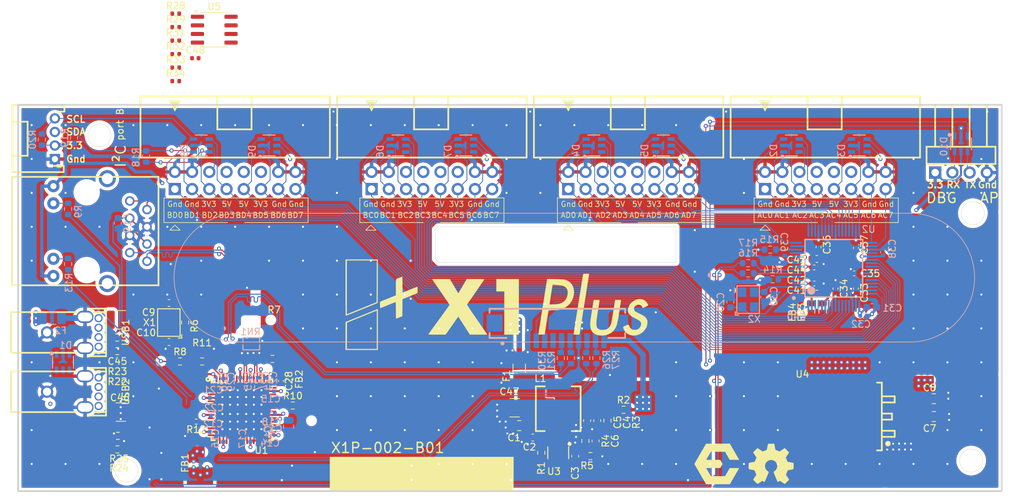
<source format=kicad_pcb>
(kicad_pcb (version 20240108) (generator "pcbnew") (generator_version "8.0")
  (layers (0 "F.Cu" signal "Top Layer") (1 "In1.Cu" signal) (2 "In2.Cu" signal) (31 "B.Cu" signal "Bottom Layer") (34 "B.Paste" user "Bottom Paste Mask Layer") (35 "F.Paste" user "Top Paste Mask Layer") (36 "B.SilkS" user "Bottom Silkscreen Layer") (37 "F.SilkS" user "Top Silkscreen Layer") (38 "B.Mask" user "Bottom Solder Mask Layer") (39 "F.Mask" user "Top Solder Mask Layer") (44 "Edge.Cuts" user "Multi-Layer"))
  (net 0 "")
  (net 1 "Net-(AP_HARNESS1-Pad2)")
  (net 3 "GND")
  (net 4 "5V")
  (net 5 "CAMO_DP")
  (net 6 "MBDP")
  (net 7 "UARTRX")
  (net 8 "UARTTX")
  (net 9 "Net-(USB1-VCC)")
  (net 10 "USB1_DP")
  (net 11 "USB2_DP")
  (net 12 "FTDI_DP")
  (net 13 "3V3")
  (net 14 "ACBUS6")
  (net 15 "ACBUS4")
  (net 16 "ACBUS0")
  (net 17 "ACBUS1")
  (net 18 "ACBUS5")
  (net 19 "ACBUS2")
  (net 20 "ACBUS7")
  (net 21 "ACBUS3")
  (net 22 "ADBUS2")
  (net 23 "ADBUS0")
  (net 24 "ADBUS3")
  (net 25 "ADBUS6")
  (net 26 "ADBUS7")
  (net 27 "ADBUS1")
  (net 28 "ADBUS5")
  (net 29 "ADBUS4")
  (net 30 "BCBUS6")
  (net 31 "BCBUS2")
  (net 32 "BCBUS3")
  (net 33 "BCBUS4")
  (net 34 "BCBUS0")
  (net 35 "BCBUS1")
  (net 36 "BCBUS7")
  (net 37 "BCBUS5")
  (net 38 "BDBUS3")
  (net 39 "BDBUS7")
  (net 40 "BDBUS5")
  (net 41 "BDBUS4")
  (net 42 "BDBUS6")
  (net 43 "BDBUS0")
  (net 44 "BDBUS2")
  (net 45 "BDBUS1")
  (net 46 "24V")
  (net 47 "Net-(U3-SW)")
  (net 48 "Net-(U3-BOOT)")
  (net 49 "Net-(U3-FB)")
  (net 50 "Net-(C6-Pad2)")
  (net 51 "XO")
  (net 52 "XI")
  (net 53 "/LAN/VDD18CORE")
  (net 54 "Net-(LAN1-RCT)")
  (net 55 "Net-(U2-OSCI)")
  (net 56 "VDD3A")
  (net 57 "/LAN/VDD18ETHPLL")
  (net 58 "/LAN/VDD18USBPLL")
  (net 59 "Net-(U2-OSCO)")
  (net 60 "VCORE")
  (net 61 "/MAIN/5V_INT")
  (net 62 "VPHY")
  (net 63 "VPLL")
  (net 64 "RXP")
  (net 65 "TXN")
  (net 66 "TXP")
  (net 67 "LNKA")
  (net 68 "SPD")
  (net 69 "RXN")
  (net 70 "Net-(U3-EN)")
  (net 71 "Net-(U1-EXRES)")
  (net 72 "Net-(U1-nLNKA_LED{slash}GPIO1)")
  (net 73 "Net-(U1-AUTOMDIX_EN)")
  (net 74 "MBDN")
  (net 75 "Net-(U1-USBRBIAS)")
  (net 76 "Net-(U1-n_RESET)")
  (net 77 "Net-(U1-nSPD_LED{slash}GPIO2)")
  (net 78 "Net-(U2-REF)")
  (net 79 "Net-(U2-RESET#)")
  (net 80 "Net-(U2-DM)")
  (net 81 "Net-(U2-DP)")
  (net 83 "Net-(U1-VBUS_DET)")
  (net 86 "Net-(U1-TEST2)")
  (net 93 "Net-(U1-TEST3)")
  (net 94 "Net-(U1-CLK24_EN)")
  (net 98 "Net-(U5-ORG)")
  (net 112 "CAMO_DN")
  (net 113 "USB1_DN")
  (net 114 "USB2_DN")
  (net 115 "FTDI_DN")
  (net 116 "/LAN/USB1R_DP")
  (net 117 "/LAN/USB1R_DN")
  (net 118 "/LAN/USB2R_DP")
  (net 119 "/LAN/USB2R_DN")
  (net 120 "/LAN/CAMOR_DP")
  (net 121 "/LAN/CAMOR_DN")
  (net 122 "/LAN/MBR_DN")
  (net 123 "/LAN/MBR_DP")
  (net 126 "/LAN/EECS")
  (net 127 "/LAN/EECLK")
  (net 128 "/LAN/EEMISO")
  (net 129 "/LAN/EEMOSI")
  (footprint "Symbol:OSHW-Symbol_6.7x6mm_SilkScreen" (layer "F.Cu") (at 179 135)
    (property "Reference" "REF**" (hide yes))
    (property "Value" "OSHW-Symbol_6.7x6mm_SilkScreen" (hide yes))
  )
  (footprint "Resistor_SMD:R_0402_1005Metric" (layer "F.Cu") (at 91.235 74.525)
    (property "Reference" "R32")
    (property "Value" "0")
  )
  (footprint "Capacitor_SMD:C_0402_1005Metric" (layer "F.Cu") (at 94.125 75.125)
    (property "Reference" "C48")
    (property "Value" "100nF")
  )
  (footprint "Resistor_SMD:R_0603_1608Metric" (layer "F.Cu") (at 92.625 114.125 90)
    (property "Reference" "R6")
    (property "Value" "1M")
  )
  (footprint "x1-expander:HDR-TH_16P-P2.54-H-F-R2-C8-W9.0" (layer "F.Cu") (at 158 93.1735 180)
    (property "Reference" "ADBUS1" (hide yes))
    (property "Value" "HC-JN254-2-08-W")
  )
  (footprint "x1-expander:HDR-TH_16P-P2.54-H-F-R2-C8-W9.0" (layer "F.Cu") (at 129 93.1735 180)
    (property "Reference" "BCBUS1" (hide yes))
    (property "Value" "HC-JN254-2-08-W")
  )
  (footprint "Resistor_SMD:R_0402_1005Metric" (layer "F.Cu") (at 91.235 72.535)
    (property "Reference" "R31")
    (property "Value" "0")
  )
  (footprint "x1-expander:TO-263-3_L8.6-W10.2-P2.54-LS14.4-TL" (layer "F.Cu") (at 193 128 180)
    (property "Reference" "U4")
    (property "Value" "LM1084S-3.3/TR")
  )
  (footprint "x1-expander:USB-A-TH_AF14.0CC-T" (layer "F.Cu") (at 76.0675 124.3475 -90)
    (property "Reference" "USB2")
    (property "Value" "AF 14.0 CC-T")
  )
  (footprint "Resistor_SMD:R_0603_1608Metric" (layer "F.Cu") (at 151.625 131.6 90)
    (property "Reference" "R4")
    (property "Value" "100k")
  )
  (footprint "Capacitor_SMD:C_0402_1005Metric" (layer "F.Cu") (at 186 103 90)
    (property "Reference" "C36")
    (property "Value" "100nF")
  )
  (footprint "x1-expander:RJ45-TH_HR911103A" (layer "F.Cu") (at 80.105 100.635 -90)
    (property "Reference" "LAN1" (hide yes))
    (property "Value" "HR911103A")
  )
  (footprint "x1-expander:OSC-SMD_4P-L3.2-W2.5-BL" (layer "F.Cu") (at 90.214248 114.1365 90)
    (property "Reference" "X1")
    (property "Value" "25MHz")
  )
  (footprint "Capacitor_SMD:C_0603_1608Metric" (layer "F.Cu") (at 151.875 128.6 90)
    (property "Reference" "C5")
    (property "Value" "22uF")
  )
  (footprint "Inductor_SMD:L_0805_2012Metric" (layer "F.Cu") (at 184.875 112.375 90)
    (property "Reference" "FB4")
    (property "Value" "600Ω")
  )
  (footprint "Resistor_SMD:R_0603_1608Metric" (layer "F.Cu") (at 82.6175 118.3475)
    (property "Reference" "R22")
    (property "Value" "0")
  )
  (footprint "Resistor_SMD:R_0402_1005Metric" (layer "F.Cu") (at 91.235 78.505)
    (property "Reference" "R34")
    (property "Value" "10k")
  )
  (footprint "Resistor_SMD:R_0603_1608Metric" (layer "F.Cu") (at 91.875 119.875)
    (property "Reference" "R8")
    (property "Value" "10 1/16W 1%")
  )
  (footprint "Resistor_SMD:R_0603_1608Metric" (layer "F.Cu") (at 82.7075 130.8475)
    (property "Reference" "R25")
    (property "Value" "0")
  )
  (footprint "x1-expander:emarhavil" (layer "F.Cu") (at 171 135)
    (property "Reference" "G***" (hide yes))
    (property "Value" "LOGO" (hide yes))
  )
  (footprint "Capacitor_SMD:C_0402_1005Metric" (layer "F.Cu") (at 188.5 109.125 -90)
    (property "Reference" "C34")
    (property "Value" "100nF")
  )
  (footprint "Resistor_SMD:R_0603_1608Metric" (layer "F.Cu") (at 154.875 128.6 90)
    (property "Reference" "R3")
    (property "Value" "49.9")
  )
  (footprint "Resistor_SMD:R_0603_1608Metric" (layer "F.Cu") (at 145.125 133.35 90)
    (property "Reference" "R1")
    (property "Value" "10k")
  )
  (footprint "Capacitor_SMD:C_1210_3225Metric" (layer "F.Cu") (at 141.2 126.7)
    (property "Reference" "C47")
    (property "Value" "100µF")
  )
  (footprint "x1-expander:HDR-TH_4P-P2.54-H-M-W10.3" (layer "F.Cu") (at 207 92)
    (property "Reference" "UART1" (hide yes))
    (property "Value" "P125-1104A0BR138A1")
  )
  (footprint "Resistor_SMD:R_0603_1608Metric" (layer "F.Cu") (at 157.25 127)
    (property "Reference" "R2")
    (property "Value" "0")
  )
  (footprint "Capacitor_SMD:C_0603_1608Metric" (layer "F.Cu") (at 143.875 131.1)
    (property "Reference" "C2")
    (property "Value" "100nF")
  )
  (footprint "Capacitor_SMD:C_0805_2012Metric" (layer "F.Cu") (at 141.875 129.35)
    (property "Reference" "C1")
    (property "Value" "10µF")
  )
  (footprint "Capacitor_SMD:C_0402_1005Metric" (layer "F.Cu") (at 191.5 109.125 -90)
    (property "Reference" "C33")
    (property "Value" "100nF")
  )
  (footprint "Capacitor_SMD:C_0402_1005Metric" (layer "F.Cu") (at 191.5 103.125 90)
    (property "Reference" "C37")
    (property "Value" "100nF")
  )
  (footprint "Resistor_SMD:R_0603_1608Metric" (layer "F.Cu") (at 82.6395 132.8475)
    (property "Reference" "R24")
    (property "Value" "0")
  )
  (footprint "Resistor_SMD:R_0603_1608Metric" (layer "F.Cu") (at 108.5 126.375)
    (property "Reference" "R10")
    (property "Value" "10K 1/10W 1%")
  )
  (footprint "Capacitor_SMD:C_1210_3225Metric" (layer "F.Cu") (at 83.1395 113.7225 180)
    (property "Reference" "C45")
    (property "Value" "100µF")
  )
  (footprint "Capacitor_SMD:C_0402_1005Metric" (layer "F.Cu") (at 185.375 106 180)
    (property "Reference" "C44")
    (property "Value" "100nF")
  )
  (footprint "Resistor_SMD:R_0603_1608Metric" (layer "F.Cu") (at 95.125 119.875 180)
    (property "Reference" "R11")
    (property "Value" "12k 1/10W 1%")
  )
  (footprint "Capacitor_SMD:C_0805_2012Metric" (layer "F.Cu") (at 203 125.375)
    (property "Reference" "C8")
    (property "Value" "10uF")
  )
  (footprint "Resistor_SMD:R_0603_1608Metric" (layer "F.Cu") (at 105.5 119.5)
    (property "Reference" "R7")
    (property "Value" "12.4k 1%")
  )
  (footprint "Capacitor_SMD:C_0805_2012Metric" (layer "F.Cu") (at 203 128)
    (property "Reference" "C7")
    (property "Value" "10uF")
  )
  (footprint "Capacitor_SMD:C_1210_3225Metric" (layer "F.Cu") (at 83.1395 127.3475 180)
    (property "Reference" "C46")
    (property "Value" "100µF")
  )
  (footprint "Resistor_SMD:R_0603_1608Metric" (layer "F.Cu") (at 152.375 133.85 180)
    (property "Reference" "R5")
    (property "Value" "13.3k")
  )
  (footprint "x1-expander:IND-SMD_L7.2-W6.6_GPSR07X0" (layer "F.Cu") (at 147.625 126.85 90)
    (property "Reference" "L1")
    (property "Value" "15uH")
  )
  (footprint "x1-expander:CONN-TH_S4B-PH-KL-LF-SN" (layer "F.Cu") (at 73.425 87.01 -90)
    (property "Reference" "I2C1" (hide yes))
    (property "Value" "S4B-PH-KL(LF)(SN)")
  )
  (footprint "Capacitor_SMD:C_0603_1608Metric" (layer "F.Cu") (at 150.125 133.85 90)
    (property "Reference" "C3")
    (property "Value" "100nF X7R")
  )
  (footprint "Inductor_SMD:L_0603_1608Metric" (layer "F.Cu") (at 108 122.5 -90)
    (property "Reference" "FB2")
    (property "Value" "2A/0.05DCR")
  )
  (footprint "x1-expander:HDR-TH_16P-P2.54-H-F-R2-C8-W9.0" (layer "F.Cu") (at 187 93.1735 180)
    (property "Reference" "ACBUS1" (hide yes))
    (property "Value" "HC-JN254-2-08-W")
  )
  (footprint "x1-expander:SOT-23-6_L2.9-W1.6-P0.95-LS2.8-BL-2" (layer "F.Cu") (at 147.625 133.35 180)
    (property "Reference" "U3")
    (property "Value" "TPS54202DDCR")
  )
  (footprint "x1-expander:USB-A-TH_AF14.0CC-T" (layer "F.Cu") (at 76.0675 115.5975 -90)
    (property "Reference" "USB1")
    (property "Value" "AF 14.0 CC-T")
  )
  (footprint "Resistor_SMD:R_0402_1005Metric" (layer "F.Cu") (at 91.235 70.545)
    (property "Reference" "R29")
    (property "Value" "0")
  )
  (footprint "Capacitor_SMD:C_0603_1608Metric" (layer "F.Cu") (at 90.25 111.25 180)
    (property "Reference" "C9")
    (property "Value" "29pF")
  )
  (footprint "x1-expander:HDR-TH_16P-P2.54-H-F-R2-C8-W9.0" (layer "F.Cu") (at 100 93.1735 180)
    (property "Reference" "BDBUS1" (hide yes))
    (property "Value" "HC-JN254-2-08-W")
  )
  (footprint "Resistor_SMD:R_0402_1005Metric" (layer "F.Cu") (at 94.25 128.75 180)
    (property "Reference" "R12")
    (property "Value" "10K 1/10W 1%")
  )
  (footprint "Capacitor_SMD:C_0603_1608Metric" (layer "F.Cu") (at 153.375 128.6 90)
    (property "Reference" "C4")
    (property "Value" "22uF")
  )
  (footprint "Capacitor_SMD:C_0603_1608Metric" (layer "F.Cu") (at 185.75 109.875)
    (property "Reference" "C41")
    (property "Value" "4.7uF")
  )
  (footprint "Package_SO:SOIC-8_3.9x4.9mm_P1.27mm" (layer "F.Cu") (at 96.915 70.915)
    (property "Reference" "U5")
    (property "Value" "M93C86-WMN6TP")
  )
  (footprint "Resistor_SMD:R_0402_1005Metric" (layer "F.Cu") (at 91.235 68.555)
    (property "Reference" "R28")
    (property "Value" "0")
  )
  (footprint "Capacitor_SMD:C_0402_1005Metric" (layer "F.Cu") (at 191.25 106.875)
    (property "Reference" "C35")
    (property "Value" "100nF")
  )
  (footprint "x1-expander:x1plus" (layer "F.Cu") (at 138.5 111.5)
    (property "Reference" "G***" (hide yes))
    (property "Value" "LOGO" (hide yes))
  )
  (footprint "Capacitor_SMD:C_0402_1005Metric" (layer "F.Cu") (at 185.375 108.375 180)
    (property "Reference" "C42")
    (property "Value" "100nF")
  )
  (footprint "Resistor_SMD:R_0603_1608Metric" (layer "F.Cu") (at 82.6175 116.3475)
    (property "Reference" "R23")
    (property "Value" "0")
  )
  (footprint "Inductor_SMD:L_0805_2012Metric" (layer "F.Cu") (at 186.625 112.375 90)
    (property "Reference" "FB3")
    (property "Value" "600Ω")
  )
  (footprint "x1-expander:QFN64G-0.5-9X9MM" (layer "F.Cu") (at 101 127)
    (property "Reference" "U1")
    (property "Value" "LAN9514")
  )
  (footprint "Capacitor_SMD:C_0402_1005Metric" (layer "F.Cu") (at 106.75 122.75 -90)
    (property "Reference" "C28")
    (property "Value" "100nF")
  )
  (footprint "Inductor_SMD:L_0603_1608Metric" (layer "F.Cu") (at 94.875 135 90)
    (property "Reference" "FB1")
    (property "Value" "2A/0.05DCR")
  )
  (footprint "Capacitor_SMD:C_0603_1608Metric" (layer "F.Cu") (at 153.125 131.6 90)
    (property "Reference" "C6")
    (property "Value" "75pF")
  )
  (footprint "Resistor_SMD:R_0402_1005Metric" (layer "F.Cu") (at 91.235 76.515)
    (property "Reference" "R33")
    (property "Value" "0")
  )
  (footprint "Capacitor_SMD:C_0603_1608Metric" (layer "F.Cu") (at 185.75 104.75)
    (property "Reference" "C43")
    (property "Value" "4.7uF")
  )
  (footprint "Fuse:Fuse_1206_3216Metric" (layer "F.Cu") (at 141.875 120.85 90)
    (property "Reference" "F1")
    (property "Value" "JK-NSMD100-16V")
  )
  (footprint "Capacitor_SMD:C_0603_1608Metric" (layer "F.Cu") (at 90.25 117)
    (property "Reference" "C10")
    (property "Value" "29pF")
  )
  (footprint "x1-expander:LQFP-64_L10.0-W10.0-P0.50-LS12.0-TL" (layer "B.Cu") (at 188.25 106.125)
    (property "Reference" "U2")
    (property "Value" "FT2232HL")
  )
  (footprint "Capacitor_SMD:C_0402_1005Metric" (layer "B.Cu") (at 98.25 122.875 90)
    (property "Reference" "C29")
    (property "Value" "1uF")
  )
  (footprint "x1-expander:SOT-23-6_L2.9-W1.6-P0.95-LS2.8-BL" (layer "B.Cu") (at 192 88 90)
    (property "Reference" "D3")
    (property "Value" "SRV05-4.TCT_C2687126")
  )
  (footprint "Fuse:Fuse_1206_3216Metric" (layer "B.Cu") (at 73 113.5)
    (property "Reference" "F2")
    (property "Value" "JK-NSMD100-16V")
  )
  (footprint "Capacitor_SMD:C_0402_1005Metric" (layer "B.Cu") (at 195.5 103.75 -90)
    (property "Reference" "C38")
    (property "Value" "100nF")
  )
  (footprint "x1-expander:SOT-23-6_L2.9-W1.6-P0.95-LS2.8-BL" (layer "B.Cu") (at 124 88 90)
    (property "Reference" "D6")
    (property "Value" "SRV05-4.TCT_C2687126")
  )
  (footprint "Capacitor_SMD:C_0402_1005Metric" (layer "B.Cu") (at 102.25 131.25 -90)
    (property "Reference" "C17")
    (property "Value" "100nF")
  )
  (footprint "Capacitor_SMD:C_0402_1005Metric" (layer "B.Cu") (at 103.375 122.75 90)
    (property "Reference" "C24")
    (property "Value" "100nF")
  )
  (footprint "Capacitor_SMD:C_0402_1005Metric" (layer "B.Cu") (at 181 104.75 90)
    (property "Reference" "C39")
    (property "Value" "100nF")
  )
  (footprint "Resistor_SMD:R_0603_1608Metric" (layer "B.Cu") (at 75.375 97.375 90)
    (property "Reference" "R9")
    (property "Value" "330")
  )
  (footprint "Resistor_SMD:R_0603_1608Metric" (layer "B.Cu") (at 75.375 105.5 90)
    (property "Reference" "R13")
    (property "Value" "330")
  )
  (footprint "Capacitor_SMD:C_0603_1608Metric" (layer "B.Cu") (at 178.001625 110.373125 90)
    (property "Reference" "C30")
    (property "Value" "32pF")
  )
  (footprint "x1-expander:SOT-23-6_L2.9-W1.6-P0.95-LS2.8-BL" (layer "B.Cu") (at 134 88 90)
    (property "Reference" "D7")
    (property "Value" "SRV05-4.TCT_C2687126")
  )
  (footprint "Capacitor_SMD:C_0402_1005Metric" (layer "B.Cu") (at 100.75 122.75 90)
    (property "Reference" "C25")
    (property "Value" "100nF")
  )
  (footprint "Capacitor_SMD:C_0402_1005Metric" (layer "B.Cu") (at 105.125 130.75)
    (property "Reference" "C14")
    (property "Value" "100nF")
  )
  (footprint "x1-expander:SOT-23-6_L2.9-W1.6-P0.95-LS2.8-BL" (layer "B.Cu") (at 163.125 88 90)
    (property "Reference" "D5")
    (property "Value" "SRV05-4.TCT_C2687126")
  )
  (footprint "Capacitor_SMD:C_0402_1005Metric" (layer "B.Cu") (at 96.75 130.25 180)
    (property "Reference" "C12")
    (property "Value" "100nF")
  )
  (footprint "Capacitor_SMD:C_0805_2012Metric" (layer "B.Cu") (at 107.875 129.5 90)
    (property "Reference" "C11")
    (property "Value" "4.7uF")
  )
  (footprint "x1-expander:CONN-SMD_12P-P1.25_HCTL_HC-1.25-12PWT" (layer "B.Cu") (at 147.5 115.5)
    (property "Reference" "AP_HARNESS1" (hide yes))
    (property "Value" "HC-1.25-12PWT")
  )
  (footprint "Resistor_SMD:R_0603_1608Metric" (layer "B.Cu") (at 149.5 119.375 -90)
    (property "Reference" "R21")
    (property "Value" "0")
  )
  (footprint "Resistor_SMD:R_0603_1608Metric" (layer "B.Cu") (at 178.875 103.375)
    (property "Reference" "R15")
    (property "Value" "1k")
  )
  (footprint "Capacitor_SMD:C_0402_1005Metric" (layer "B.Cu") (at 97.125 122.875 90)
    (property "Reference" "C26")
    (property "Value" "100nF")
  )
  (footprint "Resistor_SMD:R_0603_1608Metric" (layer "B.Cu") (at 179.25 107.75 180)
    (property "Reference" "R14")
    (property "Value" "12k/1%")
  )
  (footprint "Capacitor_SMD:C_0402_1005Metric" (layer "B.Cu") (at 105.25 124.25)
    (property "Reference" "C15")
    (property "Value" "100nF")
  )
  (footprint "Resistor_SMD:R_0603_1608Metric" (layer "B.Cu") (at 76.25 86.875 -90)
    (property "Reference" "R19")
    (property "Value" "4.7k")
  )
  (footprint "Resistor_SMD:R_0603_1608Metric" (layer "B.Cu") (at 175.625 105.375)
    (property "Reference" "R17")
    (property "Value" "10")
  )
  (footprint "Capacitor_SMD:C_0402_1005Metric" (layer "B.Cu") (at 98.25 131.25 -90)
    (property "Reference" "C16")
    (property "Value" "100nF")
  )
  (footprint "Capacitor_SMD:C_0402_1005Metric" (layer "B.Cu") (at 102.25 122.75 90)
    (property "Reference" "C27")
    (property "Value" "100nF")
  )
  (footprint "Resistor_SMD:R_0603_1608Metric" (layer "B.Cu") (at 151.75 119.375 -90)
    (property "Reference" "R26")
    (property "Value" "0")
  )
  (footprint "Capacitor_SMD:C_0402_1005Metric" (layer "B.Cu") (at 96.875 127.875 180)
    (property "Reference" "C22")
    (property "Value" "100nF")
  )
  (footprint "Resistor_SMD:R_0603_1608Metric" (layer "B.Cu") (at 86.875 89.625 90)
    (property "Reference" "R18")
    (property "Value" "330")
  )
  (footprint "Capacitor_SMD:C_0402_1005Metric" (layer "B.Cu") (at 183.125 111.875)
    (property "Reference" "C40")
    (property "Value" "100nF")
  )
  (footprint "Capacitor_SMD:C_0603_1608Metric" (layer "B.Cu") (at 193.875 111.875 180)
    (property "Reference" "C31")
    (property "Value" "4.7uF")
  )
  (footprint "x1-expander:SOT-23-6_L2.9-W1.6-P0.95-LS2.8-BL" (layer "B.Cu") (at 182 88 90)
    (property "Reference" "D2")
    (property "Value" "SRV05-4.TCT_C2687126")
  )
  (footprint "x1-expander:SOT-23-6_L2.9-W1.6-P0.95-LS2.8-BL" (layer "B.Cu") (at 105 88 90)
    (property "Reference" "D9")
    (property "Value" "SRV05-4.TCT_C2687126")
  )
  (footprint "x1-expander:OSC-SMD_4P-L3.2-W2.5-BL" (layer "B.Cu") (at 175.626625 110.748125 90)
    (property "Reference" "X2")
    (property "Value" "12MHz")
  )
  (footprint "x1-expander:RES-ARRAY-SMD_0402-8P-L2.0-W1.0-BL" (layer "B.Cu") (at 102.375 117.25)
    (property "Reference" "RN1")
    (property "Value" "49.9")
  )
  (footprint "Capacitor_SMD:C_0402_1005Metric" (layer "B.Cu") (at 192.625 113.125 180)
    (property "Reference" "C32")
    (property "Value" "100nF")
  )
  (footprint "Capacitor_SMD:C_0402_1005Metric" (layer "B.Cu") (at 96.75 125.25 180)
    (property "Reference" "C21")
    (property "Value" "100nF")
  )
  (footprint "Capacitor_SMD:C_0603_1608Metric" (layer "B.Cu") (at 173.001625 111.123125 -90)
    (property "Reference" "C20")
    (property "Value" "32pF")
  )
  (footprint "Capacitor_SMD:C_0603_1608Metric" (layer "B.Cu") (at 82.7 99.5 90)
    (property "Reference" "C19")
    (property "Value" ".022uF")
  )
  (footprint "Resistor_SMD:R_0603_1608Metric" (layer "B.Cu") (at 71.5 87.125 -90)
    (property "Reference" "R20")
    (property "Value" "4.7k")
  )
  (footprint "x1-expander:SOT-23-6_L2.9-W1.6-P0.95-LS2.8-BL" (layer "B.Cu") (at 152.875 88 90)
    (property "Reference" "D4")
    (property "Value" "SRV05-4.TCT_C2687126")
  )
  (footprint "Capacitor_SMD:C_0402_1005Metric" (layer "B.Cu") (at 104.5 122.75 90)
    (property "Reference" "C23")
    (property "Value" "100nF")
  )
  (footprint "Resistor_SMD:R_0603_1608Metric" (layer "B.Cu") (at 153.25 119.375 -90)
    (property "Reference" "R27")
    (property "Value" "0")
  )
  (footprint "x1-expander:SOT-23-6_L2.9-W1.6-P0.95-LS2.8-BL" (layer "B.Cu") (at 74.625 120)
    (property "Reference" "D1")
    (property "Value" "SRV05-4.TCT_C2687126")
  )
  (footprint "x1-expander:SOT-23-6_L2.9-W1.6-P0.95-LS2.8-BL" (layer "B.Cu") (at 207 87.75)
    (property "Reference" "D10")
    (property "Value" "SRV05-4.TCT_C2687126")
  )
  (footprint "Resistor_SMD:R_0603_1608Metric" (layer "B.Cu") (at 175.625 106.875)
    (property "Reference" "R16")
    (property "Value" "10")
  )
  (footprint "x1-expander:SOT-23-6_L2.9-W1.6-P0.95-LS2.8-BL" (layer "B.Cu") (at 95 88 90)
    (property "Reference" "D8")
    (property "Value" "SRV05-4.TCT_C2687126")
  )
  (footprint "Capacitor_SMD:C_0402_1005Metric" (layer "B.Cu") (at 105.375 127.625)
    (property "Reference" "C18")
    (property "Value" "100nF")
  )
  (footprint "Resistor_SMD:R_0603_1608Metric" (layer "B.Cu") (at 148 119.375 90)
    (property "Reference" "R30")
    (property "Value" "0")
  )
  (footprint "Capacitor_SMD:C_0402_1005Metric" (layer "B.Cu") (at 105.5 128.625)
    (property "Reference" "C13")
    (property "Value" "100nF")
  )
  (gr_arc (start 100.5 117) (mid 91 107.5) (end 100.5 98) (stroke (width 0.1)) (layer "B.SilkS"))
  (gr_line (start 100.5 117) (end 199.5 117) (stroke (width 0.1)) (layer "B.SilkS"))
  (gr_line (start 199.5 98) (end 100.5 98) (stroke (width 0.1)) (layer "B.SilkS"))
  (gr_arc (start 199.5 98) (mid 209 107.5) (end 199.5 117) (stroke (width 0.1)) (layer "B.SilkS"))
  (gr_line (start 139.625 99.375) (end 130.25 99.375) (stroke (width 0.1)) (layer "F.SilkS"))
  (gr_line (start 120 99.75) (end 119.25 100.5) (stroke (width 0.1)) (layer "F.SilkS"))
  (gr_line (start 147.5 95.75) (end 168.75 95.75) (stroke (width 0.1)) (layer "F.SilkS"))
  (gr_line (start 149.125 99.75) (end 148.375 100.5) (stroke (width 0.1)) (layer "F.SilkS"))
  (gr_line (start 118.375 95.75) (end 139.625 95.75) (stroke (width 0.1)) (layer "F.SilkS"))
  (gr_line (start 149.875 100.5) (end 148.375 100.5) (stroke (width 0.1)) (layer "F.SilkS"))
  (gr_line (start 178.875 100.5) (end 177.375 100.5) (stroke (width 0.1)) (layer "F.SilkS"))
  (gr_line (start 110.75 95.75) (end 110.75 99.375) (stroke (width 0.1)) (layer "F.SilkS"))
  (gr_line (start 149.125 99.75) (end 149.875 100.5) (stroke (width 0.1)) (layer "F.SilkS"))
  (gr_line (start 176.5 95.75) (end 197.75 95.75) (stroke (width 0.1)) (layer "F.SilkS"))
  (gr_line (start 91.125 99.75) (end 90.375 100.5) (stroke (width 0.1)) (layer "F.SilkS"))
  (gr_line (start 118.375 99.375) (end 118.375 95.75) (stroke (width 0.1)) (layer "F.SilkS"))
  (gr_line (start 89.5 99.375) (end 89.5 95.75) (stroke (width 0.1)) (layer "F.SilkS"))
  (gr_line (start 110.75 99.375) (end 101.375 99.375) (stroke (width 0.1)) (layer "F.SilkS"))
  (gr_line (start 91.125 99.75) (end 91.875 100.5) (stroke (width 0.1)) (layer "F.SilkS"))
  (gr_line (start 178.125 99.75) (end 178.875 100.5) (stroke (width 0.1)) (layer "F.SilkS"))
  (gr_line (start 120 99.75) (end 120.75 100.5) (stroke (width 0.1)) (layer "F.SilkS"))
  (gr_rect (start 114 134) (end 141 139) (stroke (width 0.1)) (fill solid) (layer "F.SilkS"))
  (gr_line (start 127.75 99.375) (end 118.375 99.375) (stroke (width 0.1)) (layer "F.SilkS"))
  (gr_line (start 139.625 95.75) (end 139.625 99.375) (stroke (width 0.1)) (layer "F.SilkS"))
  (gr_line (start 89.5 95.75) (end 110.75 95.75) (stroke (width 0.1)) (layer "F.SilkS"))
  (gr_line (start 185.875 99.375) (end 176.5 99.375) (stroke (width 0.1)) (layer "F.SilkS"))
  (gr_line (start 91.875 100.5) (end 90.375 100.5) (stroke (width 0.1)) (layer "F.SilkS"))
  (gr_line (start 156.875 99.375) (end 147.5 99.375) (stroke (width 0.1)) (layer "F.SilkS"))
  (gr_line (start 120.75 100.5) (end 119.25 100.5) (stroke (width 0.1)) (layer "F.SilkS"))
  (gr_line (start 178.125 99.75) (end 177.375 100.5) (stroke (width 0.1)) (layer "F.SilkS"))
  (gr_line (start 147.5 99.375) (end 147.5 95.75) (stroke (width 0.1)) (layer "F.SilkS"))
  (gr_line (start 168.75 99.375) (end 159.375 99.375) (stroke (width 0.1)) (layer "F.SilkS"))
  (gr_line (start 176.5 99.375) (end 176.5 95.75) (stroke (width 0.1)) (layer "F.SilkS"))
  (gr_line (start 98.875 99.375) (end 89.5 99.375) (stroke (width 0.1)) (layer "F.SilkS"))
  (gr_line (start 197.75 99.375) (end 188.375 99.375) (stroke (width 0.1)) (layer "F.SilkS"))
  (gr_line (start 197.75 95.75) (end 197.75 99.375) (stroke (width 0.1)) (layer "F.SilkS"))
  (gr_line (start 168.75 95.75) (end 168.75 99.375) (stroke (width 0.1)) (layer "F.SilkS"))
  (gr_circle (center 208.75 98) (end 210.45 98) (stroke (width 0.05)) (fill none) (layer "Edge.Cuts"))
  (gr_circle (center 80 86.5) (end 81.7 86.5) (stroke (width 0.05)) (fill none) (layer "Edge.Cuts"))
  (gr_line (start 129.5 100.375) (end 129.5 104.75) (stroke (width 0.05)) (layer "Edge.Cuts"))
  (gr_line (start 165 100) (end 129.875 100) (stroke (width 0.05)) (layer "Edge.Cuts"))
  (gr_line (start 68 139) (end 68 82) (stroke (width 0.254)) (layer "Edge.Cuts"))
  (gr_line (start 213 82) (end 213 139) (stroke (width 0.254)) (layer "Edge.Cuts"))
  (gr_line (start 130 105.25) (end 129.5 104.75) (stroke (width 0.05)) (layer "Edge.Cuts"))
  (gr_line (start 129.875 100) (end 129.5 100.375) (stroke (width 0.05)) (layer "Edge.Cuts"))
  (gr_line (start 165 105.25) (end 165 100) (stroke (width 0.05)) (layer "Edge.Cuts"))
  (gr_circle (center 84 136) (end 85.7 136) (stroke (width 0.05)) (fill none) (layer "Edge.Cuts"))
  (gr_line (start 130 105.25) (end 165 105.25) (stroke (width 0.05)) (layer "Edge.Cuts"))
  (gr_circle (center 208.5 134.5) (end 210.2 134.5) (stroke (width 0.05)) (fill none) (layer "Edge.Cuts"))
  (gr_line (start 68 82) (end 213 82) (stroke (width 0.254)) (layer "Edge.Cuts"))
  (gr_line (start 213 139) (end 68 139) (stroke (width 0.254)) (layer "Edge.Cuts"))
  (gr_text "Gnd" (at 93.625 97.125 0) (layer "F.SilkS") (effects (font (size 0.8 0.8) (thickness 0.1)) (justify bottom)))
  (gr_text "BC1" (at 122.5 98.75 0) (layer "F.SilkS") (effects (font (size 0.8 0.8) (thickness 0.1)) (justify bottom)))
  (gr_text "AC4" (at 188.25 98.75 0) (layer "F.SilkS") (effects (font (size 0.8 0.8) (thickness 0.1)) (justify bottom)))
  (gr_text "Gnd" (at 180.625 97.125 0) (layer "F.SilkS") (effects (font (size 0.8 0.8) (thickness 0.1)) (justify bottom)))
  (gr_text "X1P-002-B01" (at 114 133.5 0) (layer "F.SilkS") (effects (font (size 1.5 1.5) (thickness 0.2)) (justify left bottom)))
  (gr_text "AC7" (at 195.875 98.75 0) (layer "F.SilkS") (effects (font (size 0.8 0.8) (thickness 0.1)) (justify bottom)))
  (gr_text "AC3" (at 185.75 98.75 0) (layer "F.SilkS") (effects (font (size 0.8 0.8) (thickness 0.1)) (justify bottom)))
  (gr_text "3.3" (at 201.875 94.375 0) (layer "F.SilkS") (effects (font (size 1 1) (thickness 0.2) (bold yes)) (justify left bottom)))
  (gr_text "AD2" (at 154.25 98.75 0) (layer "F.SilkS") (effects (font (size 0.8 0.8) (thickness 0.1)) (justify bottom)))
  (gr_text "SDA" (at 75 86 0) (layer "F.SilkS") (effects (font (size 1 1) (thickness 0.2) (bold yes)) (justify left)))
  (gr_text "3V3" (at 96.125 97.125 0) (layer "F.SilkS") (effects (font (size 0.8 0.8) (thickness 0.1)) (justify bottom)))
  (gr_text "5V" (at 127.625 97.125 0) (layer "F.SilkS") (effects (font (size 0.8 0.8) (thickness 0.1)) (justify bottom)))
  (gr_text "Gnd" (at 151.625 97.125 0) (layer "F.SilkS") (effects (font (size 0.8 0.8) (thickness 0.1)) (justify bottom)))
  (gr_text "BD7" (at 108.875 98.75 0) (layer "F.SilkS") (effects (font (size 0.8 0.8) (thickness 0.1)) (justify bottom)))
  (gr_text "port B" (at 83.625 87.375 90) (layer "F.SilkS") (effects (font (size 1 1)) (justify left bottom)))
  (gr_text "BD1" (at 93.625 98.75 0) (layer "F.SilkS") (effects (font (size 0.8 0.8) (thickness 0.1)) (justify bottom)))
  (gr_text "Gnd" (at 178.125 97.125 0) (layer "F.SilkS") (effects (font (size 0.8 0.8) (thickness 0.1)) (justify bottom)))
  (gr_text "3V3" (at 103.75 97.125 0) (layer "F.SilkS") (effects (font (size 0.8 0.8) (thickness 0.1)) (justify bottom)))
  (gr_text "Gnd" (at 209.375 94.375 0) (layer "F.SilkS") (effects (font (size 1 1) (thickness 0.2) (bold yes)) (justify left bottom)))
  (gr_text "BD0" (at 91.125 98.75 0) (layer "F.SilkS") (effects (font (size 0.8 0.8) (thickness 0.1)) (justify bottom)))
  (gr_text "Gnd" (at 106.5 97.125 0) (layer "F.SilkS") (effects (font (size 0.8 0.8) (thickness 0.1)) (justify bottom)))
  (gr_text "Gnd" (at 193.5 97.125 0) (layer "F.SilkS") (effects (font (size 0.8 0.8) (thickness 0.1)) (justify bottom)))
  (gr_text "BD5" (at 103.75 98.75 0) (layer "F.SilkS") (effects (font (size 0.8 0.8) (thickness 0.1)) (justify bottom)))
  (gr_text "AD7" (at 166.875 98.75 0) (layer "F.SilkS") (effects (font (size 0.8 0.8) (thickness 0.1)) (justify bottom)))
  (gr_text "DBG   AP" (at 201.75 96.625 0) (layer "F.SilkS") (effects (font (size 1.5 1.5) (thickness 0.2)) (justify left bottom)))
  (gr_text "AD0" (at 149.125 98.75 0) (layer "F.SilkS") (effects (font (size 0.8 0.8) (thickness 0.1)) (justify bottom)))
  (gr_text "3V3" (at 161.75 97.125 0) (layer "F.SilkS") (effects (font (size 0.8 0.8) (thickness 0.1)) (justify bottom)))
  (gr_text "BD6" (at 106.375 98.75 0) (layer "F.SilkS") (effects (font (size 0.8 0.8) (thickness 0.1)) (justify bottom)))
  (gr_text "BC0" (at 120 98.75 0) (layer "F.SilkS") (effects (font (size 0.8 0.8) (thickness 0.1)) (justify bottom)))
  (gr_text "3V3" (at 154.125 97.125 0) (layer "F.SilkS") (effects (font (size 0.8 0.8) (thickness 0.1)) (justify bottom)))
  (gr_text "Gnd" (at 122.5 97.125 0) (layer "F.SilkS") (effects (font (size 0.8 0.8) (thickness 0.1)) (justify bottom)))
  (gr_text "I²C" (at 84 91.375 90) (layer "F.SilkS") (effects (font (size 1.5 1.5) (thickness 0.2)) (justify left bottom)))
  (gr_text "AC5" (at 190.75 98.75 0) (layer "F.SilkS") (effects (font (size 0.8 0.8) (thickness 0.1)) (justify bottom)))
  (gr_text "AD4" (at 159.25 98.75 0) (layer "F.SilkS") (effects (font (size 0.8 0.8) (thickness 0.1)) (justify bottom)))
  (gr_text "AC0" (at 178.125 98.75 0) (layer "F.SilkS") (effects (font (size 0.8 0.8) (thickness 0.1)) (justify bottom)))
  (gr_text "BC3" (at 127.625 98.75 0) (layer "F.SilkS") (effects (font (size 0.8 0.8) (thickness 0.1)) (justify bottom)))
  (gr_text "Gnd" (at 109 97.125 0) (layer "F.SilkS") (effects (font (size 0.8 0.8) (thickness 0.1)) (justify bottom)))
  (gr_text "BC4" (at 130.125 98.75 0) (layer "F.SilkS") (effects (font (size 0.8 0.8) (thickness 0.1)) (justify bottom)))
  (gr_text "Gnd" (at 75 90 0) (layer "F.SilkS") (effects (font (size 1 1) (thickness 0.2) (bold yes)) (justify left)))
  (gr_text "5V" (at 156.75 97.125 0) (layer "F.SilkS") (effects (font (size 0.8 0.8) (thickness 0.1)) (justify bottom)))
  (gr_text "AC1" (at 180.625 98.75 0) (layer "F.SilkS") (effects (font (size 0.8 0.8) (thickness 0.1)) (justify bottom)))
  (gr_text "5V" (at 159.25 97.125 0) (layer "F.SilkS") (effects (font (size 0.8 0.8) (thickness 0.1)) (justify bottom)))
  (gr_text "Gnd" (at 149.125 97.125 0) (layer "F.SilkS") (effects (font (size 0.8 0.8) (thickness 0.1)) (justify bottom)))
  (gr_text "3V3" (at 183.125 97.125 0) (layer "F.SilkS") (effects (font (size 0.8 0.8) (thickness 0.1)) (justify bottom)))
  (gr_text "AD6" (at 164.375 98.75 0) (layer "F.SilkS") (effects (font (size 0.8 0.8) (thickness 0.1)) (justify bottom)))
  (gr_text "Gnd" (at 137.875 97.125 0) (layer "F.SilkS") (effects (font (size 0.8 0.8) (thickness 0.1)) (justify bottom)))
  (gr_text "AC6" (at 193.375 98.75 0) (layer "F.SilkS") (effects (font (size 0.8 0.8) (thickness 0.1)) (justify bottom)))
  (gr_text "BC7" (at 137.75 98.75 0) (layer "F.SilkS") (effects (font (size 0.8 0.8) (thickness 0.1)) (justify bottom)))
  (gr_text "SCL" (at 75 84.125 0) (layer "F.SilkS") (effects (font (size 1 1) (thickness 0.2) (bold yes)) (justify left)))
  (gr_text "5V" (at 130.125 97.125 0) (layer "F.SilkS") (effects (font (size 0.8 0.8) (thickness 0.1)) (justify bottom)))
  (gr_text "3V3" (at 190.75 97.125 0) (layer "F.SilkS") (effects (font (size 0.8 0.8) (thickness 0.1)) (justify bottom)))
  (gr_text "Gnd" (at 120 97.125 0) (layer "F.SilkS") (effects (font (size 0.8 0.8) (thickness 0.1)) (justify bottom)))
  (gr_text "AD3" (at 156.75 98.75 0) (layer "F.SilkS") (effects (font (size 0.8 0.8) (thickness 0.1)) (justify bottom)))
  (gr_text "BD2" (at 96.25 98.75 0) (layer "F.SilkS") (effects (font (size 0.8 0.8) (thickness 0.1)) (justify bottom)))
  (gr_text "BC5" (at 132.625 98.75 0) (layer "F.SilkS") (effects (font (size 0.8 0.8) (thickness 0.1)) (justify bottom)))
  (gr_text "AC2" (at 183.25 98.75 0) (layer "F.SilkS") (effects (font (size 0.8 0.8) (thickness 0.1)) (justify bottom)))
  (gr_text "TX" (at 207.375 94.375 0) (layer "F.SilkS") (effects (font (size 1 1) (thickness 0.2) (bold yes)) (justify left bottom)))
  (gr_text "5V" (at 98.75 97.125 0) (layer "F.SilkS") (effects (font (size 0.8 0.8) (thickness 0.1)) (justify bottom)))
  (gr_text "3.3" (at 75 88 0) (layer "F.SilkS") (effects (font (size 1 1) (thickness 0.2) (bold yes)) (justify left)))
  (gr_text "3V3" (at 132.625 97.125 0) (layer "F.SilkS") (effects (font (size 0.8 0.8) (thickness 0.1)) (justify bottom)))
  (gr_text "BD4" (at 101.25 98.75 0) (layer "F.SilkS") (effects (font (size 0.8 0.8) (thickness 0.1)) (justify bottom)))
  (gr_text "5V" (at 101.25 97.125 0) (layer "F.SilkS") (effects (font (size 0.8 0.8) (thickness 0.1)) (justify bottom)))
  (gr_text "3V3" (at 125 97.125 0) (layer "F.SilkS") (effects (font (size 0.8 0.8) (thickness 0.1)) (justify bottom)))
  (gr_text "Gnd" (at 135.375 97.125 0) (layer "F.SilkS") (effects (font (size 0.8 0.8) (thickness 0.1)) (justify bottom)))
  (gr_text "Gnd" (at 167 97.125 0) (layer "F.SilkS") (effects (font (size 0.8 0.8) (thickness 0.1)) (justify bottom)))
  (gr_text "5V" (at 188.25 97.125 0) (layer "F.SilkS") (effects (font (size 0.8 0.8) (thickness 0.1)) (justify bottom)))
  (gr_text "Gnd" (at 164.5 97.125 0) (layer "F.SilkS") (effects (font (size 0.8 0.8) (thickness 0.1)) (justify bottom)))
  (gr_text "AD5" (at 161.75 98.75 0) (layer "F.SilkS") (effects (font (size 0.8 0.8) (thickness 0.1)) (justify bottom)))
  (gr_text "Gnd" (at 196 97.125 0) (layer "F.SilkS") (effects (font (size 0.8 0.8) (thickness 0.1)) (justify bottom)))
  (gr_text "Gnd" (at 91.125 97.125 0) (layer "F.SilkS") (effects (font (size 0.8 0.8) (thickness 0.1)) (justify bottom)))
  (gr_text "BC6" (at 135.25 98.75 0) (layer "F.SilkS") (effects (font (size 0.8 0.8) (thickness 0.1)) (justify bottom)))
  (gr_text "AD1" (at 151.625 98.75 0) (layer "F.SilkS") (effects (font (size 0.8 0.8) (thickness 0.1)) (justify bottom)))
  (gr_text "BD3" (at 98.75 98.75 0) (layer "F.SilkS") (effects (font (size 0.8 0.8) (thickness 0.1)) (justify bottom)))
  (gr_text "BC2" (at 125.125 98.75 0) (layer "F.SilkS") (effects (font (size 0.8 0.8) (thickness 0.1)) (justify bottom)))
  (gr_text "RX" (at 204.75 94.375 0) (layer "F.SilkS") (effects (font (size 1 1) (thickness 0.2) (bold yes)) (justify left bottom)))
  (gr_text "5V" (at 185.75 97.125 0) (layer "F.SilkS") (effects (font (size 0.8 0.8) (thickness 0.1)) (justify bottom)))
  (segment (start 141.875 114.375) (end 141.875 119.45) (width 0.8) (layer "F.Cu") (net 1))
  (segment (start 141.875 113.75) (end 141.875 114.375) (width 0.8) (layer "F.Cu") (net 1))
  (via (at 141.875 115.5) (size 0.6096) (drill 0.3048) (layers "F.Cu" "B.Cu") (net 1))
  (via (at 141.875 114.625) (size 0.6096) (drill 0.3048) (layers "F.Cu" "B.Cu") (net 1))
  (via (at 141.875 113.75) (size 0.6096) (drill 0.3048) (layers "F.Cu" "B.Cu") (net 1))
  (segment (start 141.87 116.8) (end 141.87 113.755) (width 0.8) (layer "B.Cu") (net 1))
  (segment (start 141.87 113.755) (end 141.875 113.75) (width 0.8) (layer "B.Cu") (net 1))
  (segment (start 186.525 104.375) (end 186.525 105.275) (width 0.3) (layer "F.Cu") (net 3))
  (segment (start 91.025 111.025) (end 90 110) (width 0.127) (layer "F.Cu") (net 3))
  (segment (start 89.475 117) (end 89.475 117.725) (width 0.127) (layer "F.Cu") (net 3))
  (segment (start 89.475 117.725) (end 89.75 118) (width 0.127) (layer "F.Cu") (net 3))
  (segment (start 190.77 106.27) (end 190.75 106.25) (width 0.3) (layer "F.Cu") (net 3))
  (segment (start 191.5 108.645) (end 191.272162 108.645) (width 0.3) (layer "F.Cu") (net 3))
  (segment (start 186.75 109.65) (end 186.525 109.875) (width 0.3) (layer "F.Cu") (net 3))
  (segment (start 186.525 105.275) (end 186.75 105.5) (width 0.3) (layer "F.Cu") (net 3))
  (segment (start 191.5 103.605) (end 191.895 103.605) (width 0.3) (layer "F.Cu") (net 3))
  (segment (start 185.855 105.875) (end 186.375 105.875) (width 0.3) (layer "F.Cu") (net 3))
  (segment (start 191.272162 108.645) (end 190.7782 109.138962) (width 0.3) (layer "F.Cu") (net 3))
  (segment (start 188.5 108.645) (end 188.5 107.875) (width 0.3) (layer "F.Cu") (net 3))
  (segment (start 186.375 105.875) (end 186.75 105.5) (width 0.3) (layer "F.Cu") (net 3))
  (segment (start 186.75 108.375) (end 185.855 108.375) (width 0.3) (layer "F.Cu") (net 3))
  (segment (start 191.895 103.605) (end 192.125 103.375) (width 0.3) (layer "F.Cu") (net 3))
  (segment (start 190.77 106.875) (end 190.77 106.27) (width 0.3) (layer "F.Cu") (net 3))
  (segment (start 104.1313 125.2475) (end 103.875 124.9912) (width 0.3) (layer "F.Cu") (net 3))
  (segment (start 104.246 127.254) (end 103.875 127.625) (width 0.3) (layer "F.Cu") (net 3))
  (segment (start 91.025 111.25) (end 91.025 111.025) (width 0.127) (layer "F.Cu") (net 3))
  (segment (start 186.75 108.375) (end 186.75 109.65) (width 0.3) (layer "F.Cu") (net 3))
  (via (at 200 110) (size 0.6096) (drill 0.3048) (layers "F.Cu" "B.Cu") (net 3))
  (via (at 140 95) (size 0.6096) (drill 0.3048) (layers "F.Cu" "B.Cu") (net 3))
  (via (at 135 85) (size 0.6096) (drill 0.3048) (layers "F.Cu" "B.Cu") (net 3))
  (via (at 85 110) (size 0.6096) (drill 0.3048) (layers "F.Cu" "B.Cu") (net 3))
  (via (at 180 130) (size 0.6096) (drill 0.3048) (layers "F.Cu" "B.Cu") (net 3))
  (via (at 95 85) (size 0.6096) (drill 0.3048) (layers "F.Cu" "B.Cu") (net 3))
  (via (at 143.5 83) (size 0.6096) (drill 0.3048) (layers "F.Cu" "B.Cu") (net 3))
  (via (at 205.125 125.375) (size 0.6) (drill 0.3) (layers "F.Cu" "B.Cu") (net 3))
  (via (at 210 95) (size 0.6096) (drill 0.3048) (layers "F.Cu" "B.Cu") (net 3))
  (via (at 134.875 99) (size 0.6096) (drill 0.3048) (layers "F.Cu" "B.Cu") (net 3))
  (via (at 170 135) (size 0.6096) (drill 0.3048) (layers "F.Cu" "B.Cu") (net 3))
  (via (at 111.75 133.25) (size 0.6096) (drill 0.3048) (layers "F.Cu" "B.Cu") (net 3))
  (via (at 143.125 132.125) (size 0.6096) (drill 0.3048) (layers "F.Cu" "B.Cu") (net 3))
  (via (at 151.125 115) (size 0.6096) (drill 0.3048) (layers "F.Cu" "B.Cu") (net 3))
  (via (at 98.125 125.125) (size 0.6096) (drill 0.3048) (layers "F.Cu" "B.Cu") (net 3))
  (via (at 207.01 85.471) (size 0.6096) (drill 0.3048) (layers "F.Cu" "B.Cu") (net 3))
  (via (at 101.625 124.125) (size 0.6096) (drill 0.3048) (layers "F.Cu" "B.Cu") (net 3))
  (via (at 110 110) (size 0.6096) (drill 0.3048) (layers "F.Cu" "B.Cu") (net 3))
  (via (at 210 125) (size 0.6096) (drill 0.3048) (layers "F.Cu" "B.Cu") (net 3))
  (via (at 152.625 129.875) (size 0.6096) (drill 0.3048) (layers "F.Cu" "B.Cu") (net 3))
  (via (at 197 132.875) (size 0.6) (drill 0.3) (layers "F.Cu" "B.Cu") (net 3))
  (via (at 139.25 120.125) (size 0.6096) (drill 0.3048) (layers "F.Cu" "B.Cu") (net 3))
  (via (at 154.125 133.875) (size 0.6096) (drill 0.3048) (layers "F.Cu" "B.Cu") (net 3))
  (via (at 125 130) (size 0.6096) (drill 0.3048) (layers "F.Cu" "B.Cu") (net 3))
  (via (at 139.875 128.75) (size 0.6096) (drill 0.3048) (layers "F.Cu" "B.Cu") (net 3))
  (via (at 99.25 127.625) (size 0.6096) (drill 0.3048) (layers "F.Cu" "B.Cu") (net 3))
  (via (at 196.5 103.375) (size 0.6096) (drill 0.3048) (layers "F.Cu" "B.Cu") (net 3))
  (via (at 120 125) (size 0.6096) (drill 0.3048) (layers "F.Cu" "B.Cu") (net 3))
  (via (at 195 135) (size 0.6096) (drill 0.3048) (layers "F.Cu" "B.Cu") (net 3))
  (via (at 151.125 114.125) (size 0.6096) (drill 0.3048) (layers "F.Cu" "B.Cu") (net 3))
  (via (at 200 105) (size 0.6096) (drill 0.3048) (layers "F.Cu" "B.Cu") (net 3))
  (via (at 199.625 132.875) (size 0.6) (drill 0.3) (layers "F.Cu" "B.Cu") (net 3))
  (via (at 197.875 132) (size 0.6) (drill 0.3) (layers "F.Cu" "B.Cu") (net 3))
  (via (at 115 115) (size 0.6096) (drill 0.3048) (layers "F.Cu" "B.Cu") (net 3))
  (via (at 101.625 126.2588) (size 0.6096) (drill 0.3048) (layers "F.Cu" "B.Cu") (net 3))
  (via (at 205.105 89.916) (size 0.6096) (drill 0.3048) (layers "F.Cu" "B.Cu") (net 3))
  (via (at 145.625 111.375) (size 0.6096) (drill 0.3048) (layers "F.Cu" "B.Cu") (net 3))
  (via (at 100.375 126.2588) (size 0.6096) (drill 0.3048) (layers "F.Cu" "B.Cu") (net 3))
  (via (at 205 115) (size 0.6096) (drill 0.3048) (layers "F.Cu" "B.Cu") (net 3))
  (via (at 99.25 129.875) (size 0.6096) (drill 0.3048) (layers "F.Cu" "B.Cu") (net 3))
  (via (at 125 85) (size 0.6096) (drill 0.3048) (layers "F.Cu" "B.Cu") (net 3))
  (via (at 140 85) (size 0.6096) (drill 0.3048) (layers "F.Cu" "B.Cu") (net 3))
  (via (at 177.375 107.875) (size 0.6096) (drill 0.3048) (layers "F.Cu" "B.Cu") (net 3))
  (via (at 70 120) (size 0.6096) (drill 0.3048) (layers "F.Cu" "B.Cu") (net 3))
  (via (at 103.875 124.125) (size 0.6096) (drill 0.3048) (layers "F.Cu" "B.Cu") (net 3))
  (via (at 89.75 118) (size 0.6096) (drill 0.3048) (layers "F.Cu" "B.Cu") (net 3))
  (via (at 180.25 105.25) (size 0.6096) (drill 0.3048) (layers "F.Cu" "B.Cu") (net 3))
  (via (at 210 110) (size 0.6096) (drill 0.3048) (layers "F.Cu" "B.Cu") (net 3))
  (via (at 150.125 131.85) (size 0.6) (drill 0.3) (layers "F.Cu" "B.Cu") (net 3))
  (via (at 92.625 130.875) (size 0.6096) (drill 0.3048) (layers "F.Cu" "B.Cu") (net 3))
  (via (at 138.625 127.125) (size 0.6096) (drill 0.3048) (layers "F.Cu" "B.Cu") (net 3))
  (via (at 83.125 127.5) (size 0.6096) (drill 0.3048) (layers "F.Cu" "B.Cu") (net 3))
  (via (at 193.875 112.875) (size 0.6096) (drill 0.3048) (layers "F.Cu" "B.Cu") (net 3))
  (via (at 155 85) (size 0.6096) (drill 0.3048) (layers "F.Cu" "B.Cu") (net 3))
  (via (at 130 85) (size 0.6096) (drill 0.3048) (layers "F.Cu" "B.Cu") (net 3))
  (via (at 172.375 83) (size 0.6096) (drill 0.3048) (layers "F.Cu" "B.Cu") (net 3))
  (via (at 89.125 133.375) (size 0.6096) (drill 0.3048) (layers "F.Cu" "B.Cu") (net 3))
  (via (at 102.75 129.875) (size 0.6096) (drill 0.3048) (layers "F.Cu" "B.Cu") (net 3))
  (via (at 87.375 137.25) (size 0.6096) (drill 0.3048) (layers "F.Cu" "B.Cu") (net 3))
  (via (at 140.625 114.375) (size 0.6096) (drill 0.3048) (layers "F.Cu" "B.Cu") (net 3))
  (via (at 114.5 83) (size 0.6096) (drill 0.3048) (layers "F.Cu" "B.Cu") (net 3))
  (via (at 175 95) (size 0.6096) (drill 0.3048) (layers "F.Cu" "B.Cu") (net 3))
  (via (at 99.25 126.2588) (size 0.6096) (drill 0.3048) (layers "F.Cu" "B.Cu") (net 3))
  (via (at 150.25 129.25) (size 0.6) (drill 0.3) (layers "F.Cu" "B.Cu") (net 3))
  (via (at 142.25 131.75) (size 0.6096) (drill 0.3048) (layers "F.Cu" "B.Cu") (net 3))
  (via (at 140.625 115.25) (size 0.6096) (drill 0.3048) (layers "F.Cu" "B.Cu") (net 3))
  (via (at 180 120) (size 0.6096) (drill 0.3048) (layers "F.Cu" "B.Cu") (net 3))
  (via (at 75 100) (size 0.6096) (drill 0.3048) (layers "F.Cu" "B.Cu") (net 3))
  (via (at 100 85) (size 0.6096) (drill 0.3048) (layers "F.Cu" "B.Cu") (net 3))
  (via (at 205 105) (size 0.6096) (drill 0.3048) (layers "F.Cu" "B.Cu") (net 3))
  (via (at 205 130) (size 0.6096) (drill 0.3048) (layers "F.Cu" "B.Cu") (net 3))
  (via (at 135 135) (size 0.6096) (drill 0.3048) (layers "F.Cu" "B.Cu") (net 3))
  (via (at 115 105) (size 0.6096) (drill 0.3048) (layers "F.Cu" "B.Cu") (net 3))
  (via (at 210 105) (size 0.6096) (drill 0.3048) (layers "F.Cu" "B.Cu") (net 3))
  (via (at 70 90) (size 0.6096) (drill 0.3048) (layers "F.Cu" "B.Cu") (net 3))
  (via (at 205.25 128.5) (size 0.6) (drill 0.3) (layers "F.Cu" "B.Cu") (net 3))
  (via (at 152.25 99) (size 0.6096) (drill 0.3048) (layers "F.Cu" "B.Cu") (net 3))
  (via (at 200 120) (size 0.6096) (drill 0.3048) (layers "F.Cu" "B.Cu") (net 3))
  (via (at 205.25 127.625) (size 0.6) (drill 0.3) (layers "F.Cu" "B.Cu") (net 3))
  (via (at 198.75 132) (size 0.6) (drill 0.3) (layers "F.Cu" "B.Cu") (net 3))
  (via (at 175 120) (size 0.6096) (drill 0.3048) (layers "F.Cu" "B.Cu") (net 3))
  (via (at 94.375 99) (size 0.6096) (drill 0.3048) (layers "F.Cu" "B.Cu") (net 3))
  (via (at 80 120) (size 0.6096) (drill 0.3048) (layers "F.Cu" "B.Cu") (net 3))
  (via (at 143.125 115.25) (size 0.6096) (drill 0.3048) (layers "F.Cu" "B.Cu") (net 3))
  (via (at 145 90) (size 0.6096) (drill 0.3048) (layers "F.Cu" "B.Cu") (net 3))
  (via (at 138.625 126.25) (size 0.6096) (drill 0.3048) (layers "F.Cu" "B.Cu") (net 3))
  (via (at 70 130) (size 0.6096) (drill 0.3048) (layers "F.Cu" "B.Cu") (net 3))
  (via (at 186.75 108.375) (size 0.6) (drill 0.3) (layers "F.Cu" "B.Cu") (net 3))
  (via (at 110 100) (size 0.6096) (drill 0.3048) (layers "F.Cu" "B.Cu") (net 3))
  (via (at 83.125 128.375) (size 0.6096) (drill 0.3048) (layers "F.Cu" "B.Cu") (net 3))
  (via (at 200 100) (size 0.6096) (drill 0.3048) (layers "F.Cu" "B.Cu") (net 3))
  (via (at 141.625 131.125) (size 0.6096) (drill 0.3048) (layers "F.Cu" "B.Cu") (net 3))
  (via (at 75 85) (size 0.6096) (drill 0.3048) (layers "F.Cu" "B.Cu") (net 3))
  (via (at 72.75 122) (size 0.6096) (drill 0.3048) (layers "F.Cu" "B.Cu") (net 3))
  (via (at 98.125 129.875) (size 0.6096) (drill 0.3048) (layers "F.Cu" "B.Cu") (net 3))
  (via (at 103.875 128.75) (size 0.6096) (drill 0.3048) (layers "F.Cu" "B.Cu") (net 3))
  (via (at 100.375 127.625) (size 0.6096) (drill 0.3048) (layers "F.Cu" "B.Cu") (net 3))
  (via (at 102.75 127.625) (size 0.6096) (drill 0.3048) (layers "F.Cu" "B.Cu") (net 3))
  (via (at 150.25 131) (size 0.6) (drill 0.3) (layers "F.Cu" "B.Cu") (net 3))
  (via (at 155.875 119.25) (size 0.6096) (drill 0.3048) (layers "F.Cu" "B.Cu") (net 3))
  (via (at 197.875 132.875) (size 0.6) (drill 0.3) (layers "F.Cu" "B.Cu") (net 3))
  (via (at 102.75 124.125) (size 0.6096) (drill 0.3048) (layers "F.Cu" "B.Cu") (net 3))
  (via (at 115 85) (size 0.6096) (drill 0.3048) (layers "F.Cu" "B.Cu") (net 3))
  (via (at 160 115) (size 0.6096) (drill 0.3048) (layers "F.Cu" "B.Cu") (net 3))
  (via (at 105 85) (size 0.6096) (drill 0.3048) (layers "F.Cu" "B.Cu") (net 3))
  (via (at 160 130) (size 0.6096) (drill 0.3048) (layers "F.Cu" "B.Cu") (net 3))
  (via (at 210.875 83) (size 0.6096) (drill 0.3048) (layers "F.Cu" "B.Cu") (net 3))
  (via (at 190.75 106.25) (size 0.6) (drill 0.3) (layers "F.Cu" "B.Cu") (net 3))
  (via (at 83.125 125.75) (size 0.6096) (drill 0.3048) (layers "F.Cu" "B.Cu") (net 3))
  (via (at 135 130) (size 0.6096) (drill 0.3048) (layers "F.Cu" "B.Cu") (net 3))
  (via (at 100 100) (size 0.6096) (drill 0.3048) (layers "F.Cu" "B.Cu") (net 3))
  (via (at 90 100) (size 0.6096) (drill 0.3048) (layers "F.Cu" "B.Cu") (net 3))
  (via (at 110 105) (size 0.6096) (drill 0.3048) (layers "F.Cu" "B.Cu") (net 3))
  (via (at 126 137.375) (size 0.6096) (drill 0.3048) (layers "F.Cu" "B.Cu") (net 3))
  (via (at 125 110) (size 0.6096) (drill 0.3048) (layers "F.Cu" "B.Cu") (net 3))
  (via (at 100.375 125.125) (size 0.6096) (drill 0.3048) (layers "F.Cu" "B.Cu") (net 3))
  (via (at 108.375 135.25) (size 0.6096) (drill 0.3048) (layers "F.Cu" "B.Cu") (net 3))
  (via (at 205 135) (size 0.6096) (drill 0.3048) (layers "F.Cu" "B.Cu") (net 3))
  (via (at 103.875 126.2588) (size 0.6096) (drill 0.3048) (layers "F.Cu" "B.Cu") (net 3))
  (via (at 101.75 109) (size 0.6096) (drill 0.3048) (layers "F.Cu" "B.Cu") (net 3))
  (via (at 82.125 130.5) (size 0.6096) (drill 0.3048) (layers "F.Cu" "B.Cu") (net 3))
  (via (at 143.125 118.5) (size 0.6096) (drill 0.3048) (layers "F.Cu" "B.Cu") (net 3))
  (via (at 140 90) (size 0.6096) (drill 0.3048) (layers "F.Cu" "B.Cu") (net 3))
  (via (at 95 105) (size 0.6096) (drill 0.3048) (layers "F.Cu" "B.Cu") (net 3))
  (via (at 115 110) (size 0.6096) (drill 0.3048) (layers "F.Cu" "B.Cu") (net 3))
  (via (at 125 125) (size 0.6096) (drill 0.3048) (layers "F.Cu" "B.Cu") (net 3))
  (via (at 130 125) (size 0.6096) (drill 0.3048) (layers "F.Cu" "B.Cu") (net 3))
  (via (at 190.7782 109.138962) (size 0.6) (drill 0.3) (layers "F.Cu" "B.Cu") (net 3))
  (via (at 166.75 137.375) (size 0.6096) (drill 0.3048) (layers "F.Cu" "B.Cu") (net 3))
  (via (at 175 130) (size 0.6096) (drill 0.3048) (layers "F.Cu" "B.Cu") (net 3))
  (via (at 80 125) (size 0.6096) (drill 0.3048) (layers "F.Cu" "B.Cu") (net 3))
  (via (at 88.75 123.875) (size 0.6096) (drill 0.3048) (layers "F.Cu" "B.Cu") (net 3))
  (via (at 186.75 105.5) (size 0.6) (drill 0.3) (layers "F.Cu" "B.Cu") (net 3))
  (via (at 200 90) (size 0.6096) (drill 0.3048) (layers "F.Cu" "B.Cu") (net 3))
  (via (at 175 125) (size 0.6096) (drill 0.3048) (layers "F.Cu" "B.Cu") (net 3))
  (via (at 115 125) (size 0.6096) (drill 0.3048) (layers "F.Cu" "B.Cu") (net 3))
  (via (at 140 135) (size 0.6096) (drill 0.3048) (layers "F.Cu" "B.Cu") (net 3))
  (via (at 130 130) (size 0.6096) (drill 0.3048) (layers "F.Cu" "B.Cu") (net 3))
  (via (at 197 132) (size 0.6) (drill 0.3) (layers "F.Cu" "B.Cu") (net 3))
  (via (at 120 105) (size 0.6096) (drill 0.3048) (layers "F.Cu" "B.Cu") (net 3))
  (via (at 200 95) (size 0.6096) (drill 0.3048) (layers "F.Cu" "B.Cu") (net 3))
  (via (at 103.875 127.625) (size 0.6096) (drill 0.3048) (layers "F.Cu" "B.Cu") (net 3))
  (via (at 139 128.75) (size 0.6096) (drill 0.3048) (layers "F.Cu" "B.Cu") (net 3))
  (via (at 110 85) (size 0.6096) (drill 0.3048) (layers "F.Cu" "B.Cu") (net 3))
  (via (at 96.875 118) (size 0.6096) (drill 0.3048) (layers "F.Cu" "B.Cu") (net 3))
  (via (at 98.125 128.75) (size 0.6096) (drill 0.3048) (layers "F.Cu" "B.Cu") (net 3))
  (via (at 138.625 128) (size 0.6096) (drill 0.3048) (layers "F.Cu" "B.Cu") (net 3))
  (via (at 175 135) (size 0.6096) (drill 0.3048) (layers "F.Cu" "B.Cu") (net 3))
  (via (at 140.625 137.375) (size 0.6096) (drill 0.3048) (layers "F.Cu" "B.Cu") (net 3))
  (via (at 100.375 129.875) (size 0.6096) (drill 0.3048) (layers "F.Cu" "B.Cu") (net 3))
  (via (at 82.75 118) (size 0.6096) (drill 0.3048) (layers "F.Cu" "B.Cu") (net 3))
  (via (at 83.125 126.625) (size 0.6096) (drill 0.3048) (layers "F.Cu" "B.Cu") (net 3))
  (via (at 101.625 129.875) (size 0.6096) (drill 0.3048) (layers "F.Cu" "B.Cu") (net 3))
  (via (at 85 120) (size 0.6096) (drill 0.3048) (layers "F.Cu" "B.Cu") (net 3))
  (via (at 95 110) (size 0.6096) (drill 0.3048) (layers "F.Cu" "B.Cu") (net 3))
  (via (at 140.125 130.5) (size 0.6096) (drill 0.3048) (layers "F.Cu" "B.Cu") (net 3))
  (via (at 130 115) (size 0.6096) (drill 0.3048) (layers "F.Cu" "B.Cu") (net 3))
  (via (at 139.875 129.625) (size 0.6096) (drill 0.3048) (layers "F.Cu" "B.Cu") (net 3))
  (via (at 75.75 89.875) (size 0.6096) (drill 0.3048) (layers "F.Cu" "B.Cu") (net 3))
  (via (at 125.875 105) (size 0.6096) (drill 0.3048) (layers "F.Cu" "B.Cu") (net 3))
  (via (at 110 115) (size 0.6096) (drill 0.3048) (layers "F.Cu" "B.Cu") (net 3))
  (via (at 130 120) (size 0.6096) (drill 0.3048) (layers "F.Cu" "B.Cu") (net 3))
  (via (at 101.625 127.625) (size 0.6096) (drill 0.3048) (layers "F.Cu" "B.Cu") (net 3))
  (via (at 105 100) (size 0.6096) (drill 0.3048) (layers "F.Cu" "B.Cu") (net 3))
  (via (at 89.125 137.25) (size 0.6096) (drill 0.3048) (layers "F.Cu" "B.Cu") (net 3))
  (via (at 80 135) (size 0.6096) (drill 0.3048) (layers "F.Cu" "B.Cu") (net 3))
  (via (at 145 120) (size 0.6096) (drill 0.3048) (layers "F.Cu" "B.Cu") (net 3))
  (via (at 85 85) (size 0.6096) (drill 0.3048) (layers "F.Cu" "B.Cu") (net 3))
  (via (at 165 125) (size 0.6096) (drill 0.3048) (layers "F.Cu" "B.Cu") (net 3))
  (via (at 173 109.375) (size 0.6096) (drill 0.3048) (layers "F.Cu" "B.Cu") (net 3))
  (via (at 125 115) (size 0.6096) (drill 0.3048) (layers "F.Cu" "B.Cu") (net 3))
  (via (at 90 110) (size 0.6096) (drill 0.3048) (layers "F.Cu" "B.Cu") (net 3))
  (via (at 175 90) (size 0.6096) (drill 0.3048) (layers "F.Cu" "B.Cu") (net 3))
  (via (at 85 125) (size 0.6096) (drill 0.3048) (layers "F.Cu" "B.Cu") (net 3))
  (via (at 210 115) (size 0.6096) (drill 0.3048) (layers "F.Cu" "B.Cu") (net 3))
  (via (at 150.25 130.125) (size 0.6) (drill 0.3) (layers "F.Cu" "B.Cu") (net 3))
  (via (at 70 105) (size 0.6096) (drill 0.3048) (layers "F.Cu" "B.Cu") (net 3))
  (via (at 115 95) (size 0.6096) (drill 0.3048) (layers "F.Cu" "B.Cu") (net 3))
  (via (at 98.125 126.25) (size 0.6096) (drill 0.3048) (layers "F.Cu" "B.Cu") (net 3))
  (via (at 185 135) (size 0.6096) (drill 0.3048) (layers "F.Cu" "B.Cu") (net 3))
  (via (at 150.625 119.375) (size 0.6096) (drill 0.3048) (layers "F.Cu" "B.Cu") (net 3))
  (via (at 100.375 124.125) (size 0.6096) (drill 0.3048) (layers "F.Cu" "B.Cu") (net 3))
  (via (at 141 130.5) (size 0.6096) (drill 0.3048) (layers "F.Cu" "B.Cu") (net 3))
  (via (at 75 95) (size 0.6096) (drill 0.3048) (layers "F.Cu" "B.Cu") (net 3))
  (via (at 155.25 121.875) (size 0.6096) (drill 0.3048) (layers "F.Cu" "B.Cu") (net 3))
  (via (at 99.25 125.125) (size 0.6096) (drill 0.3048) (layers "F.Cu" "B.Cu") (net 3))
  (via (at 101.625 128.75) (size 0.6096) (drill 0.3048) (layers "F.Cu" "B.Cu") (net 3))
  (via (at 102.75 125.125) (size 0.6096) (drill 0.3048) (layers "F.Cu" "B.Cu") (net 3))
  (via (at 70 95) (size 0.6096) (drill 0.3048) (layers "F.Cu" "B.Cu") (net 3))
  (via (at 162 112.625) (size 0.6096) (drill 0.3048) (layers "F.Cu" "B.Cu") (net 3))
  (via (at 165 135) (size 0.6096) (drill 0.3048) (layers "F.Cu" "B.Cu") (net 3))
  (via (at 200 135) (size 0.6096) (drill 0.3048) (layers "F.Cu" "B.Cu") (net 3))
  (via (at 115 120) (size 0.6096) (drill 0.3048) (layers "F.Cu" "B.Cu") (net 3))
  (via (at 135 115) (size 0.6096) (drill 0.3048) (layers "F.Cu" "B.Cu") (net 3))
  (via (at 170 130) (size 0.6096) (drill 0.3048) (layers "F.Cu" "B.Cu") (net 3))
  (via (at 103.875 125.125) (size 0.6096) (drill 0.3048) (layers "F.Cu" "B.Cu") (net 3))
  (via (at 98.125 124.125) (size 0.6096) (drill 0.3048) (layers "F.Cu" "B.Cu") (net 3))
  (via (at 102.75 126.2588) (size 0.6096) (drill 0.3048) (layers "F.Cu" "B.Cu") (net 3))
  (via (at 165 85) (size 0.6096) (drill 0.3048) (layers "F.Cu" "B.Cu") (net 3))
  (via (at 205.125 124.5) (size 0.6) (drill 0.3) (layers "F.Cu" "B.Cu") (net 3))
  (via (at 180 125) (size 0.6096) (drill 0.3048) (layers "F.Cu" "B.Cu") (net 3))
  (via (at 150 85) (size 0.6096) (drill 0.3048) (layers "F.Cu" "B.Cu") (net 3))
  (via (at 149.25 131.85) (size 0.6) (drill 0.3) (layers "F.Cu" "B.Cu") (net 3))
  (via (at 140 118.25) (size 0.6096) (drill 0.3048) (layers "F.Cu" "B.Cu") (net 3))
  (via (at 103.875 129.875) (size 0.6096) (drill 0.3048) (layers "F.Cu" "B.Cu") (net 3))
  (via (at 190 135) (size 0.6096) (drill 0.3048) (layers "F.Cu" "B.Cu") (net 3))
  (via (at 205 120) (size 0.6096) (drill 0.3048) (layers "F.Cu" "B.Cu") (net 3))
  (via (at 102.75 128.75) (size 0.6096) (drill 0.3048) (layers "F.Cu" "B.Cu") (net 3))
  (via (at 179 110.75) (size 0.6) (drill 0.3) (layers "F.Cu" "B.Cu") (net 3))
  (via (at 205 95) (size 0.6096) (drill 0.3048) (layers "F.Cu" "B.Cu") (net 3))
  (via (at 83.625 131.625) (size 0.6096) (drill 0.3048) (layers "F.Cu" "B.Cu") (net 3))
  (via (at 180 135) (size 0.6096) (drill 0.3048) (layers "F.Cu" "B.Cu") (net 3))
  (via (at 98.125 127.625) (size 0.6096) (drill 0.3048) (layers "F.Cu" "B.Cu") (net 3))
  (via (at 105 105) (size 0.6096) (drill 0.3048) (layers "F.Cu" "B.Cu") (net 3))
  (via (at 205 110) (size 0.6096) (drill 0.3048) (layers "F.Cu" "B.Cu") (net 3))
  (via (at 75 135) (size 0.6096) (drill 0.3048) (layers "F.Cu" "B.Cu") (net 3))
  (via (at 87.375 129.625) (size 0.6096) (drill 0.3048) (layers "F.Cu" "B.Cu") (net 3))
  (via (at 70 100) (size 0.6096) (drill 0.3048) (layers "F.Cu" "B.Cu") (net 3))
  (via (at 140.875 118.25) (size 0.6096) (drill 0.3048) (layers "F.Cu" "B.Cu") (net 3))
  (via (at 120 120) (size 0.6096) (drill 0.3048) (layers "F.Cu" "B.Cu") (net 3))
  (via (at 120 130) (size 0.6096) (drill 0.3048) (layers "F.Cu" "B.Cu") (net 3))
  (via (at 99.25 124.125) (size 0.6096) (drill 0.3048) (layers "F.Cu" "B.Cu") (net 3))
  (via (at 150.25 114.125) (size 0.6096) (drill 0.3048) (layers "F.Cu" "B.Cu") (net 3))
  (via (at 90 85) (size 0.6096) (drill 0.3048) (layers "F.Cu" "B.Cu") (net 3))
  (via (at 115 130) (size 0.6096) (drill 0.3048) (layers "F.Cu" "B.Cu") (net 3))
  (via (at 101.625 125.125) (size 0.6096) (drill 0.3048) (layers "F.Cu" "B.Cu") (net 3))
  (via (at 155 135) (size 0.6096) (drill 0.3048) (layers "F.Cu" "B.Cu") (net 3))
  (via (at 150.25 115) (size 0.6096) (drill 0.3048) (layers "F.Cu" "B.Cu") (net 3))
  (via (at 130 135) (size 0.6096) (drill 0.3048) (layers "F.Cu" "B.Cu") (net 3))
  (via (at 210 130) (size 0.6096) (drill 0.3048) (layers "F.Cu" "B.Cu") (net 3))
  (via (at 210 90) (size 0.6096) (drill 0.3048) (layers "F.Cu" "B.Cu") (net 3))
  (via (at 120 115) (size 0.6096) (drill 0.3048) (layers "F.Cu" "B.Cu") (net 3))
  (via (at 135 125) (size 0.6096) (drill 0.3048) (layers "F.Cu" "B.Cu") (net 3))
  (via (at 135 120) (size 0.6096) (drill 0.3048) (layers "F.Cu" "B.Cu") (net 3))
  (via (at 125 120) (size 0.6096) (drill 0.3048) (layers "F.Cu" "B.Cu") (net 3))
  (via (at 160 85) (size 0.6096) (drill 0.3048) (layers "F.Cu" "B.Cu") (net 3))
  (via (at 196.125 132) (size 0.6) (drill 0.3) (layers "F.Cu" "B.Cu") (net 3))
  (via (at 145 85) (size 0.6096) (drill 0.3048) (layers "F.Cu" "B.Cu") (net 3))
  (via (at 100.375 128.75) (size 0.6096) (drill 0.3048) (layers "F.Cu" "B.Cu") (net 3))
  (via (at 192.125 103.375) (size 0.6) (drill 0.3) (layers "F.Cu" "B.Cu") (net 3))
  (via (at 199.625 132) (size 0.6) (drill 0.3) (layers "F.Cu" "B.Cu") (net 3))
  (via (at 151 129.625) (size 0.6) (drill 0.3) (layers "F.Cu" "B.Cu") (net 3))
  (via (at 70 85) (size 0.6096) (drill 0.3048) (layers "F.Cu" "B.Cu") (net 3))
  (via (at 145 95) (size 0.6096) (drill 0.3048) (layers "F.Cu" "B.Cu") (net 3))
  (via (at 167.75 106.625) (size 0.6096) (drill 0.3048) (layers "F.Cu" "B.Cu") (net 3))
  (via (at 99.25 128.75) (size 0.6096) (drill 0.3048) (layers "F.Cu" "B.Cu") (net 3))
  (via (at 205 100) (size 0.6096) (drill 0.3048) (layers "F.Cu" "B.Cu") (net 3))
  (via (at 165 130) (size 0.6096) (drill 0.3048) (layers "F.Cu" "B.Cu") (net 3))
  (via (at 196.125 132.875) (size 0.6) (drill 0.3) (layers "F.Cu" "B.Cu") (net 3))
  (via (at 126 135.25) (size 0.6096) (drill 0.3048) (layers "F.Cu" "B.Cu") (net 3))
  (via (at 139.25 123) (size 0.6096) (drill 0.3048) (layers "F.Cu" "B.Cu") (net 3))
  (via (at 125.875 110.625) (size 0.6096) (drill 0.3048) (layers "F.Cu" "B.Cu") (net 3))
  (via (at 195 120) (size 0.6096) (drill 0.3048) (layers "F.Cu" "B.Cu") (net 3))
  (via (at 90.5 105.5) (size 0.6096) (drill 0.3048) (layers "F.Cu" "B.Cu") (net 3))
  (via (at 115 90) (size 0.6096) (drill 0.3048) (layers "F.Cu" "B.Cu") (net 3))
  (via (at 115 100) (size 0.6096) (drill 0.3048) (layers "F.Cu" "B.Cu") (net 3))
  (via (at 165 120) (size 0.6096) (drill 0.3048) (layers "F.Cu" "B.Cu") (net 3))
  (via (at 170 125) (size 0.6096) (drill 0.3048) (layers "F.Cu" "B.Cu") (net 3))
  (via (at 198.75 132.875) (size 0.6) (drill 0.3) (layers "F.Cu" "B.Cu") (net 3))
  (via (at 120 85) (size 0.6096) (drill 0.3048) (layers "F.Cu" "B.Cu") (net 3))
  (via (at 80 100) (size 0.6096) (drill 0.3048) (layers "F.Cu" "B.Cu") (net 3))
  (via (at 95 100) (size 0.6096) (drill 0.3048) (layers "F.Cu" "B.Cu") (net 3))
  (via (at 188.5 107.875) (size 0.6) (drill 0.3) (layers "F.Cu" "B.Cu") (net 3))
  (via (at 160 135) (size 0.6096) (drill 0.3048) (layers "F.Cu" "B.Cu") (net 3))
  (via (at 120 110) (size 0.6096) (drill 0.3048) (layers "F.Cu" "B.Cu") (net 3))
  (via (at 200 115) (size 0.6096) (drill 0.3048) (layers "F.Cu" "B.Cu") (net 3))
  (via (at 106.875 137.375) (size 0.6096) (drill 0.3048) (layers "F.Cu" "B.Cu") (net 3))
  (via (at 167.75 100.5) (size 0.6096) (drill 0.3048) (layers "F.Cu" "B.Cu") (net 3))
  (via (at 210 120) (size 0.6096) (drill 0.3048) (layers "F.Cu" "B.Cu") (net 3))
  (via (at 70 135) (size 0.6096) (drill 0.3048) (layers "F.Cu" "B.Cu") (net 3))
  (segment (start 182.555 105.23) (end 182.7 105.375) (width 0.3) (layer "B.Cu") (net 3))
  (segment (start 181.6505 88.4205) (end 181.6505 90.903) (width 0.127) (layer "B.Cu") (net 3))
  (segment (start 195.5 103.27) (end 195.395 103.375) (width 0.3) (layer "B.Cu") (net 3))
  (segment (start 180.27 105.23) (end 180.25 105.25) (width 0.3) (layer "B.Cu") (net 3))
  (segment (start 182.7 105.085) (end 182.555 105.23) (width 0.3) (layer "B.Cu") (net 3))
  (segment (start 193.625 113.125) (end 193.875 112.875) (width 0.3) (layer "B.Cu") (net 3))
  (segment (start 183.705761 107.875) (end 184.080761 107.5) (width 0.3) (layer "B.Cu") (net 3))
  (segment (start 190.851 88) (end 191.121 88) (width 0.127) (layer "B.Cu") (net 3))
  (segment (start 122.82275 88.01325) (end 123.20175 88.01325) (width 0.127) (layer "B.Cu") (net 3))
  (segment (start 151.82275 88.01325) (end 152.20175 88.01325) (width 0.127) (layer "B.Cu") (net 3))
  (segment (start 178.601875 111.148125) (end 179 110.75) (width 0.3) (layer "B.Cu") (net 3))
  (segment (start 162.246 88) (end 161.976 88) (width 0.127) (layer "B.Cu") (net 3))
  (segment (start 178.425 107.75) (end 177.5 107.75) (width 0.3) (layer "B.Cu") (net 3))
  (segment (start 133.09275 88.01325) (end 133.97175 88.89225) (width 0.127) (layer "B.Cu") (net 3))
  (segment (start 123.62225 88.43375) (end 123.62225 90.91625) (width 0.127) (layer "B.Cu") (net 3))
  (segment (start 106.32175 90.86325) (end 106.32175 91.91675) (width 0.127) (layer "B.Cu") (net 3))
  (segment (start 192 88.879) (end 192 89.5) (width 0.127) (layer "B.Cu") (net 3))
  (segment (start 152.62225 88.43375) (end 152.62225 90.91625) (width 0.127) (layer "B.Cu") (net 3))
  (segment (start 152.20175 88.01325) (end 152.62225 88.43375) (width 0.127) (layer "B.Cu") (net 3))
  (segment (start 123.62225 90.91625) (end 122.62175 91.91675) (width 0.127) (layer "B.Cu") (net 3))
  (segment (start 182.7 109.875) (end 184.125 109.875) (width 0.3) (layer "B.Cu") (net 3))
  (segment (start 182.7 107.875) (end 183.705761 107.875) (width 0.3) (layer "B.Cu") (net 3))
  (segment (start 192.125 103.375) (end 193.8 103.375) (width 0.3) (layer "B.Cu") (net 3))
  (segment (start 191.014238 109.375) (end 190.7782 109.138962) (width 0.3) (layer "B.Cu") (net 3))
  (segment (start 83.465 100.275) (end 84.465 101.275) (width 0.2) (layer "B.Cu") (net 3))
  (segment (start 183.955761 103.625) (end 184.375 103.625) (width 0.3) (layer "B.Cu") (net 3))
  (segment (start 195.5 103.27) (end 196.395 103.27) (width 0.3) (layer "B.Cu") (net 3))
  (segment (start 180.851 88) (end 181.23 88) (width 0.127) (layer "B.Cu") (net 3))
  (segment (start 93.82275 88.01325) (end 94.20175 88.01325) (width 0.127) (layer "B.Cu") (net 3))
  (segment (start 193.875 112.875) (end 193.875 112.65) (width 0.3) (layer "B.Cu") (net 3))
  (segment (start 173.001625 110.348125) (end 173.001625 109.376625) (width 0.3) (layer "B.Cu") (net 3))
  (segment (start 182.7 102.875) (end 184.25 102.875) (width 0.3) (layer "B.Cu") (net 3))
  (segment (start 195.395 103.375) (end 193.8 103.375) (width 0.3) (layer "B.Cu") (net 3))
  (segment (start 196.395 103.27) (end 196.5 103.375) (width 0.3) (layer "B.Cu") (net 3))
  (segment (start 190.7782 109.138962) (end 190.7782 110.500235) (width 0.3) (layer "B.Cu") (net 3))
  (segment (start 183.705761 103.875) (end 183.955761 103.625) (width 0.3) (layer "B.Cu") (net 3))
  (segment (start 94.20175 88.01325) (end 94.62225 88.43375) (width 0.127) (layer "B.Cu") (net 3))
  (segment (start 133.97175 88.89225) (end 133.97175 89.51325) (width 0.127) (layer "B.Cu") (net 3))
  (segment (start 193.875 112.65) (end 194.65 111.875) (width 0.3) (layer "B.Cu") (net 3))
  (segment (start 193.8 109.375) (end 191.014238 109.375) (width 0.3) (layer "B.Cu") (net 3))
  (segment (start 164.32175 91.91675) (end 164.32175 90.86325) (width 0.127) (layer "B.Cu") (net 3))
  (segment (start 82.7 100.275) (end 83.465 100.275) (width 0.2) (layer "B.Cu") (net 3))
  (segment (start 164.32175 90.86325) (end 162.97175 89.51325) (width 0.127) (layer "B.Cu") (net 3))
  (segment (start 104.97175 88.89225) (end 104.97175 89.51325) (width 0.127) (layer "B.Cu") (net 3))
  (segment (start 193.105 113.125) (end 193.625 113.125) (width 0.3) (layer "B.Cu") (net 3))
  (segment (start 191 110.722035) (end 191 111.675) (width 0.3) (layer "B.Cu") (net 3))
  (segment (start 182.7 103.875) (end 183.705761 103.875) (width 0.3) (layer "B.Cu") (net 3))
  (segment (start 104.09275 88.01325) (end 104.97175 88.89225) (width 0.127) (layer "B.Cu") (net 3))
  (segment (start 181 105.23) (end 180.27 105.23) (width 0.3) (layer "B.Cu") (net 3))
  (segment (start 181.23 88) (end 181.6505 88.4205) (width 0.127) (layer "B.Cu") (net 3))
  (segment (start 123.20175 88.01325) (end 123.62225 88.43375) (width 0.127) (layer "B.Cu") (net 3))
  (segment (start 173.001625 109.376625) (end 173 109.375) (width 0.3) (layer "B.Cu") (net 3))
  (segment (start 192 89.5) (end 193.35 90.85) (width 0.127) (layer "B.Cu") (net 3))
  (segment (start 133.97175 89.51325) (end 135.32175 90.86325) (width 0.127) (layer "B.Cu") (net 3))
  (segment (start 188.5 100.575) (end 188.5 102.25) (width 0.3) (layer "B.Cu") (net 3))
  (segment (start 94.62225 88.43375) (end 94.62225 90.91625) (width 0.127) (layer "B.Cu") (net 3))
  (segment (start 103.82275 88.01325) (end 104.09275 88.01325) (width 0.127) (layer "B.Cu") (net 3))
  (segment (start 181 105.23) (end 182.555 105.23) (width 0.3) (layer "B.Cu") (net 3))
  (segment (start 162.97175 89.51325) (end 162.97175 88.72575) (width 0.127) (layer "B.Cu") (net 3))
  (segment (start 178.001625 111.148125) (end 178.601875 111.148125) (width 0.3) (layer "B.Cu") (net 3))
  (segment (start 191.121 88) (end 192 88.879) (width 0.127) (layer "B.Cu") (net 3))
  (segment (start 177.5 107.75) (end 177.375 107.875) (width 0.3) (layer "B.Cu") (net 3))
  (segment (start 184.080761 107.5) (end 184.75 107.5) (width 0.3) (layer "B.Cu") (net 3))
  (segment (start 161.82275 88.01325) (end 162.09275 88.01325) (width 0.127) (layer "B.Cu") (net 3))
  (segment (start 94.62225 90.91625) (end 93.62175 91.91675) (width 0.127) (layer "B.Cu") (net 3))
  (segment (start 181.6505 90.903) (end 180.65 91.9035) (width 0.127) (layer "B.Cu") (net 3))
  (segment (start 104.97175 89.51325) (end 106.32175 90.86325) (width 0.127) (layer "B.Cu") (net 3))
  (segment (start 162.97175 88.72575) (end 162.246 88) (width 0.127) (layer "B.Cu") (net 3))
  (segment (start 182.7 104.875) (end 182.7 105.085) (width 0.3) (layer "B.Cu") (net 3))
  (segment (start 190.7782 110.500235) (end 191 110.722035) (width 0.3) (layer "B.Cu") (net 3))
  (segment (start 132.82275 88.01325) (end 133.09275 88.01325) (width 0.127) (layer "B.Cu") (net 3))
  (segment (start 135.32175 90.86325) (end 135.32175 91.91675) (width 0.127) (layer "B.Cu") (net 3))
  (segment (start 193.35 90.85) (end 193.35 91.9035) (width 0.127) (layer "B.Cu") (net 3))
  (segment (start 152.62225 90.91625) (end 151.62175 91.91675) (width 0.127) (layer "B.Cu") (net 3))
  (via (at 70.625 113.5) (size 0.6096) (drill 0.3048) (layers "F.Cu" "B.Cu") (net 4))
  (via (at 159.25 126.875) (size 0.6) (drill 0.3) (layers "F.Cu" "B.Cu") (net 4))
  (via (at 70.625 114.375) (size 0.6096) (drill 0.3048) (layers "F.Cu" "B.Cu") (net 4))
  (via (at 160.125 125.975) (size 0.6) (drill 0.3) (layers "F.Cu" "B.Cu") (net 4))
  (via (at 160.125 125.125) (size 0.6) (drill 0.3) (layers "F.Cu" "B.Cu") (net 4))
  (via (at 72.75 126.125) (size 0.6096) (drill 0.3048) (layers "F.Cu" "B.Cu") (net 4))
  (via (at 201.625 123.5) (size 0.6) (drill 0.3) (layers "F.Cu" "B.Cu") (net 4))
  (via (at 200.75 122.625) (size 0.6) (drill 0.3) (layers "F.Cu" "B.Cu") (net 4))
  (via (at 159.25 125.125) (size 0.6) (drill 0.3) (layers "F.Cu" "B.Cu") (net 4))
  (via (at 200.75 123.5) (size 0.6) (drill 0.3) (layers "F.Cu" "B.Cu") (net 4))
  (via (at 202.5 122.625) (size 0.6) (drill 0.3) (layers "F.Cu" "B.Cu") (net 4))
  (via (at 201.625 122.625) (size 0.6) (drill 0.3) (layers "F.Cu" "B.Cu") (net 4))
  (via (at 160.125 126.875) (size 0.6) (drill 0.3) (layers "F.Cu" "B.Cu") (net 4))
  (via (at 159.25 125.975) (size 0.6) (drill 0.3) (layers "F.Cu" "B.Cu") (net 4))
  (via (at 202.5 123.5) (size 0.6) (drill 0.3) (layers "F.Cu" "B.Cu") (net 4))
  (via (at 70.625 112.625) (size 0.6096) (drill 0.3048) (layers "F.Cu" "B.Cu") (net 4))
  (via (at 161 125.975) (size 0.6) (drill 0.3) (layers "F.Cu" "B.Cu") (net 4))
  (via (at 161 126.875) (size 0.6) (drill 0.3) (layers "F.Cu" "B.Cu") (net 4))
  (via (at 161 125.125) (size 0.6) (drill 0.3) (layers "F.Cu" "B.Cu") (net 4))
  (segment (start 70.625 114.125) (end 70.975 114.125) (width 0.8) (layer "B.Cu") (net 4))
  (segment (start 70.975 112.875) (end 71.6 113.5) (width 0.8) (layer "B.Cu") (net 4))
  (segment (start 70.625 112.875) (end 70.625 114.125) (width 0.8) (layer "B.Cu") (net 4))
  (segment (start 154.37 116.8) (end 158.05 116.8) (width 0.8) (layer "B.Cu") (net 4))
  (segment (start 70.975 114.125) (end 71.6 113.5) (width 0.8) (layer "B.Cu") (net 4))
  (segment (start 70.625 112.875) (end 70.975 112.875) (width 0.8) (layer "B.Cu") (net 4))
  (segment (start 158.05 116.8) (end 160.125 118.875) (width 0.8) (layer "B.Cu") (net 4))
  (segment (start 160.125 118.875) (end 160.125 125.975) (width 0.8) (layer "B.Cu") (net 4))
  (segment (start 70.625 113.5) (end 71.6 113.5) (width 0.8) (layer "B.Cu") (net 4))
  (segment (start 151.87 118.43) (end 151.75 118.55) (width 0.2) (layer "B.Cu") (net 5))
  (segment (start 151.87 116.8) (end 151.87 118.43) (width 0.2) (layer "B.Cu") (net 5))
  (segment (start 148.12 118.43) (end 148 118.55) (width 0.2) (layer "B.Cu") (net 6))
  (segment (start 148.12 116.8) (end 148.12 118.43) (width 0.2) (layer "B.Cu") (net 6))
  (segment (start 169.375 120.26995) (end 169.375 85.125) (width 0.127) (layer "F.Cu") (net 7))
  (segment (start 169.427525 120.322475) (end 169.375 120.26995) (width 0.127) (layer "F.Cu") (net 7))
  (via (at 169.375 85.125) (size 0.6096) (drill 0.3048) (layers "F.Cu" "B.Cu") (net 7))
  (via (at 169.427525 120.322475) (size 0.6096) (drill 0.3048) (layers "F.Cu" "B.Cu") (net 7))
  (segment (start 206.05 88.899) (end 206.05 91.68) (width 0.127) (layer "B.Cu") (net 7))
  (segment (start 205.902 85.125) (end 169.375 85.125) (width 0.127) (layer "B.Cu") (net 7))
  (segment (start 206.05 85.273) (end 205.902 85.125) (width 0.127) (layer "B.Cu") (net 7))
  (segment (start 162.448124 111.3725) (end 169.427525 118.351901) (width 0.127) (layer "B.Cu") (net 7))
  (segment (start 147.385448 111.3725) (end 162.448124 111.3725) (width 0.127) (layer "B.Cu") (net 7))
  (segment (start 145.62 116.8) (end 145.62 113.137948) (width 0.127) (layer "B.Cu") (net 7))
  (segment (start 206.05 88.899) (end 206.05 86.601) (width 0.127) (layer "B.Cu") (net 7))
  (segment (start 206.05 91.68) (end 205.73 92) (width 0.127) (layer "B.Cu") (net 7))
  (segment (start 206.05 86.601) (end 206.05 85.273) (width 0.127) (layer "B.Cu") (net 7))
  (segment (start 169.427525 118.351901) (end 169.427525 120.322475) (width 0.127) (layer "B.Cu") (net 7))
  (segment (start 145.62 113.137948) (end 147.385448 111.3725) (width 0.127) (layer "B.Cu") (net 7))
  (segment (start 170 119.75) (end 170 84.5) (width 0.127) (layer "F.Cu") (net 8))
  (via (at 170 119.75) (size 0.6096) (drill 0.3048) (layers "F.Cu" "B.Cu") (net 8))
  (via (at 170 84.5) (size 0.6096) (drill 0.3048) (layers "F.Cu" "B.Cu") (net 8))
  (segment (start 147.25 111.0455) (end 162.583572 111.0455) (width 0.127) (layer "B.Cu") (net 8))
  (segment (start 162.583572 111.0455) (end 170 118.461928) (width 0.127) (layer "B.Cu") (net 8))
  (segment (start 207.95 86.601) (end 207.95 84.76) (width 0.127) (layer "B.Cu") (net 8))
  (segment (start 207.95 88.899) (end 207.95 91.68) (width 0.127) (layer "B.Cu") (net 8))
  (segment (start 144.38 113.9155) (end 147.25 111.0455) (width 0.127) (layer "B.Cu") (net 8))
  (segment (start 207.69 84.5) (end 170 84.5) (width 0.127) (layer "B.Cu") (net 8))
  (segment (start 207.95 91.68) (end 208.27 92) (width 0.127) (layer "B.Cu") (net 8))
  (segment (start 207.95 84.76) (end 207.69 84.5) (width 0.127) (layer "B.Cu") (net 8))
  (segment (start 144.38 116.8) (end 144.38 113.9155) (width 0.127) (layer "B.Cu") (net 8))
  (segment (start 207.95 88.899) (end 207.95 86.601) (width 0.127) (layer "B.Cu") (net 8))
  (segment (start 170 118.461928) (end 170 119.75) (width 0.127) (layer "B.Cu") (net 8))
  (segment (start 74.4 113.5) (end 77.078 113.5) (width 0.8) (layer "B.Cu") (net 9))
  (segment (start 77.078 113.5) (end 77.103 113.475) (width 0.8) (layer "B.Cu") (net 9))
  (segment (start 170.8207 122.5229) (end 170.5936 122.75) (width 0.1554) (layer "F.Cu") (net 12))
  (segment (start 170.8207 107.3521) (end 170.8207 122.5229) (width 0.1554) (layer "F.Cu") (net 12))
  (segment (start 170.5936 107.125) (end 170.8207 107.3521) (width 0.1554) (layer "F.Cu") (net 12))
  (via (at 170.5936 107.125) (size 0.6096) (drill 0.3048) (layers "F.Cu" "B.Cu") (net 12))
  (via (at 170.5936 122.75) (size 0.6096) (drill 0.3048) (layers "F.Cu" "B.Cu") (net 12))
  (segment (start 174.087499 105.375) (end 174.8 105.375) (width 0.1554) (layer "B.Cu") (net 12))
  (segment (start 170.8207 106.67573) (end 170.8207 106.8979) (width 0.1554) (layer "B.Cu") (net 12))
  (segment (start 170.8207 122.9771) (end 170.8207 136.54373) (width 0.1554) (layer "B.Cu") (net 12))
  (segment (start 170.8207 106.8979) (end 170.5936 107.125) (width 0.1554) (layer "B.Cu") (net 12))
  (segment (start 170.8207 136.54373) (end 169.30073 138.0637) (width 0.1554) (layer "B.Cu") (net 12))
  (segment (start 169.30073 138.0637) (end 88.69227 138.0637) (width 0.1554) (layer "B.Cu") (net 12))
  (segment (start 170.5936 122.75) (end 170.8207 122.9771) (width 0.1554) (layer "B.Cu") (net 12))
  (segment (start 88.69227 138.0637) (end 88.4293 137.80073) (width 0.1554) (layer "B.Cu") (net 12))
  (segment (start 171.55073 105.9457) (end 173.516799 105.9457) (width 0.1554) (layer "B.Cu") (net 12))
  (segment (start 173.516799 105.9457) (end 174.087499 105.375) (width 0.1554) (layer "B.Cu") (net 12))
  (segment (start 171.55073 105.9457) (end 170.8207 106.67573) (width 0.1554) (layer "B.Cu") (net 12))
  (segment (start 106.366 130.759) (end 106.375 130.75) (width 0.3) (layer "F.Cu") (net 13))
  (segment (start 98.25 132.5) (end 98.257 132.507) (width 0.3) (layer "F.Cu") (net 13))
  (segment (start 98.257 132.493) (end 98.25 132.5) (width 0.3) (layer "F.Cu") (net 13))
  (segment (start 107.090296 127.590296) (end 106.918592 127.762) (width 0.3) (layer "F.Cu") (net 13))
  (segment (start 191.73 106.875) (end 192.375 106.875) (width 0.3) (layer "F.Cu") (net 13))
  (segment (start 106.75 124.257) (end 105.5465 124.257) (width 0.3) (layer "F.Cu") (net 13))
  (segment (start 106.375 130.75) (end 106.384 130.759) (width 0.3) (layer "F.Cu") (net 13))
  (segment (start 102.25 132.5) (end 102.2445 132.5055) (width 0.3) (layer "F.Cu") (net 13))
  (segment (start 105.5465 130.759) (end 106.366 130.759) (width 0.3) (layer "F.Cu") (net 13))
  (segment (start 106.384 130.759) (end 106.409 130.759) (width 0.3) (layer "F.Cu") (net 13))
  (segment (start 102.2445 131.625) (end 102.2445 132.4945) (width 0.3) (layer "F.Cu") (net 13))
  (segment (start 106.918592 127.762) (end 105.5465 127.762) (width 0.3) (layer "F.Cu") (net 13))
  (segment (start 104.759 131.5465) (end 105.5465 130.759) (width 0.3) (layer "F.Cu") (net 13))
  (segment (start 103.743 131.5465) (end 102.323 131.5465) (width 0.3) (layer "F.Cu") (net 13))
  (segment (start 98.257 131.5465) (end 98.257 132.493) (width 0.3) (layer "F.Cu") (net 13))
  (segment (start 188.5 109.605) (end 188.5 110.25) (width 0.3) (layer "F.Cu") (net 13))
  (segment (start 102.2445 131.5465) (end 102.2445 131.625) (width 0.3) (layer "F.Cu") (net 13))
  (segment (start 102.323 131.5465) (end 102.2445 131.625) (width 0.3) (layer "F.Cu") (net 13))
  (segment (start 191.5 102.645) (end 191.5 102) (width 0.3) (layer "F.Cu") (net 13))
  (segment (start 186 102.52) (end 186 102) (width 0.3) (layer "F.Cu") (net 13))
  (segment (start 102.2445 132.4945) (end 102.25 132.5) (width 0.3) (layer "F.Cu") (net 13))
  (segment (start 191.5 109.605) (end 191.5 110.25) (width 0.3) (layer "F.Cu") (net 13))
  (via (at 185 120.875) (size 0.6) (drill 0.3) (layers "F.Cu" "B.Cu") (net 13))
  (via (at 186.75 120) (size 0.6) (drill 0.3) (layers "F.Cu" "B.Cu") (net 13))
  (via (at 95.875 135.5) (size 0.6096) (drill 0.3048) (layers "F.Cu" "B.Cu") (net 13))
  (via (at 191.5 110.25) (size 0.6) (drill 0.3) (layers "F.Cu" "B.Cu") (net 13))
  (via (at 186.75 120.875) (size 0.6) (drill 0.3) (layers "F.Cu" "B.Cu") (net 13))
  (via (at 93.875 136.375) (size 0.6096) (drill 0.3048) (layers "F.Cu" "B.Cu") (net 13))
  (via (at 102.25 132.5) (size 0.6) (drill 0.3) (layers "F.Cu" "B.Cu") (net 13))
  (via (at 191.125 120.875) (size 0.6) (drill 0.3) (layers "F.Cu" "B.Cu") (net 13))
  (via (at 188.5 120) (size 0.6) (drill 0.3) (layers "F.Cu" "B.Cu") (net 13))
  (via (at 137.09675 90.01325) (size 0.6) (drill 0.3) (layers "F.Cu" "B.Cu") (net 13))
  (via (at 192.875 120.875) (size 0.6) (drill 0.3) (layers "F.Cu" "B.Cu") (net 13))
  (via (at 186 102) (size 0.6) (drill 0.3) (layers "F.Cu" "B.Cu") (net 13))
  (via (at 185 120) (size 0.6) (drill 0.3) (layers "F.Cu" "B.Cu") (net 13))
  (via (at 192.375 106.875) (size 0.6) (drill 0.3) (layers "F.Cu" "B.Cu") (net 13))
  (via (at 108.09675 90.01325) (size 0.6) (drill 0.3) (layers "F.Cu" "B.Cu") (net 13))
  (via (at 191.5 102) (size 0.6) (drill 0.3) (layers "F.Cu" "B.Cu") (net 13))
  (via (at 200.406 97.536) (size 0.6) (drill 0.3) (layers "F.Cu" "B.Cu") (net 13))
  (via (at 106.75 124.257) (size 0.6096) (drill 0.3048) (layers "F.Cu" "B.Cu") (net 13))
  (via (at 192.875 120) (size 0.6) (drill 0.3) (layers "F.Cu" "B.Cu") (net 13))
  (via (at 188.5 110.25) (size 0.6) (drill 0.3) (layers "F.Cu" "B.Cu") (net 13))
  (via (at 189.375 120) (size 0.6) (drill 0.3) (layers "F.Cu" "B.Cu") (net 13))
  (via (at 190.25 120.875) (size 0.6) (drill 0.3) (layers "F.Cu" "B.Cu") (net 13))
  (via (at 187.625 120) (size 0.6) (drill 0.3) (layers "F.Cu" "B.Cu") (net 13))
  (via (at 190.25 120) (size 0.6) (drill 0.3) (layers "F.Cu" "B.Cu") (net 13))
  (via (at 195.125 90) (size 0.6) (drill 0.3) (layers "F.Cu" "B.Cu") (net 13))
  (via (at 107.090296 127.590296) (size 0.6096) (drill 0.3048) (layers "F.Cu" "B.Cu") (net 13))
  (via (at 177.125 103.375) (size 0.6) (drill 0.3) (layers "F.Cu" "B.Cu") (net 13))
  (via (at 106.375 130.75) (size 0.6096) (drill 0.3048) (layers "F.Cu" "B.Cu") (net 13))
  (via (at 189.375 120.875) (size 0.6) (drill 0.3) (layers "F.Cu" "B.Cu") (net 13))
  (via (at 89.25 93.55) (size 0.6096) (drill 0.3048) (layers "F.Cu" "B.Cu") (net 13))
  (via (at 95.875 136.375) (size 0.6096) (drill 0.3048) (layers "F.Cu" "B.Cu") (net 13))
  (via (at 93.875 135.5) (size 0.6096) (drill 0.3048) (layers "F.Cu" "B.Cu") (net 13))
  (via (at 166.09675 90.01325) (size 0.6) (drill 0.3) (layers "F.Cu" "B.Cu") (net 13))
  (via (at 98.25 132.5) (size 0.6) (drill 0.3) (layers "F.Cu" "B.Cu") (net 13))
  (via (at 188.5 120.875) (size 0.6) (drill 0.3) (layers "F.Cu" "B.Cu") (net 13))
  (via (at 185.875 120) (size 0.6) (drill 0.3) (layers "F.Cu" "B.Cu") (net 13))
  (via (at 185.875 120.875) (size 0.6) (drill 0.3) (layers "F.Cu" "B.Cu") (net 13))
  (via (at 191.125 120) (size 0.6) (drill 0.3) (layers "F.Cu" "B.Cu") (net 13))
  (via (at 94.875 136.625) (size 0.6096) (drill 0.3048) (layers "F.Cu" "B.Cu") (net 13))
  (via (at 192 120) (size 0.6) (drill 0.3) (layers "F.Cu" "B.Cu") (net 13))
  (via (at 192 120.875) (size 0.6) (drill 0.3) (layers "F.Cu" "B.Cu") (net 13))
  (via (at 187.625 120.875) (size 0.6) (drill 0.3) (layers "F.Cu" "B.Cu") (net 13))
  (segment (start 154.92025 88.54275) (end 154.92025 91.15825) (width 0.127) (layer "B.Cu") (net 13))
  (segment (start 73.365 87.95) (end 73.425 88.01) (width 0.127) (layer "B.Cu") (net 13))
  (segment (start 71.5 87.95) (end 73.365 87.95) (width 0.127) (layer "B.Cu") (net 13))
  (segment (start 73.21 94.005) (end 71.495 94.005) (width 0.5) (layer "B.Cu") (net 13))
  (segment (start 188.5 110.25) (end 188.5 111.675) (width 0.3) (layer "B.Cu") (net 13))
  (segment (start 74.885 88.01) (end 73.425 88.01) (width 0.5) (layer "B.Cu") (net 13))
  (segment (start 75 88.125) (end 75 87.825) (width 0.5) (layer "B.Cu") (net 13))
  (segment (start 75 88.125) (end 74.885 88.01) (width 0.5) (layer "B.Cu") (net 13))
  (segment (start 75 92.215) (end 73.21 94.005) (width 0.5) (layer "B.Cu") (net 13))
  (segment (start 135.49975 88.01325) (end 137.09675 89.61025) (width 0.127) (layer "B.Cu") (net 13))
  (segment (start 96.12075 88.01325) (end 96.39075 88.01325) (width 0.127) (layer "B.Cu") (net 13))
  (segment (start 71.495 107.245) (end 71.515 107.265) (width 0.5) (layer "B.Cu") (net 13))
  (segment (start 75 90.625) (end 75 92.215) (width 0.5) (layer "B.Cu") (net 13))
  (segment (start 186 102) (end 186 100.575) (width 0.3) (layer "B.Cu") (net 13))
  (segment (start 84 90.625) (end 75 90.625) (width 0.5) (layer "B.Cu") (net 13))
  (segment (start 75 90.625) (end 75 88.125) (width 0.5) (layer "B.Cu") (net 13))
  (segment (start 125.39075 88.01325) (end 125.92025 88.54275) (width 0.127) (layer "B.Cu") (net 13))
  (segment (start 206.21753 93.177) (end 204.367 93.177) (width 0.3) (layer "B.Cu") (net 13))
  (segment (start 84 90.625) (end 85.275 91.9) (width 0.5) (layer "B.Cu") (net 13))
  (segment (start 183.9485 91.145) (end 183.19 91.9035) (width 0.127) (layer "B.Cu") (net 13))
  (segment (start 108.09675 89.61025) (end 108.09675 90.01325) (width 0.127) (layer "B.Cu") (net 13))
  (segment (start 207 92.39453) (end 206.21753 93.177) (width 0.3) (layer "B.Cu") (net 13))
  (segment (start 164.12075 88.01325) (end 164.49975 88.01325) (width 0.127) (layer "B.Cu") (net 13))
  (segment (start 166.09675 89.61025) (end 166.09675 90.01325) (width 0.127) (layer "B.Cu") (net 13))
  (segment (start 154.39075 88.01325) (end 154.92025 88.54275) (width 0.127) (layer "B.Cu") (net 13))
  (segment (start 87.6 91.9) (end 89.25 93.55) (width 0.5) (layer "B.Cu") (net 13))
  (segment (start 183.149 88) (end 183.419 88) (width 0.127) (layer "B.Cu") (net 13))
  (segment (start 154.12075 88.01325) (end 154.39075 88.01325) (width 0.127) (layer "B.Cu") (net 13))
  (segment (start 73.735 87.7) (end 73.425 88.01) (width 0.127) (layer "B.Cu") (net 13))
  (segment (start 193.149 88) (end 193.528 88) (width 0.127) (layer "B.Cu") (net 13))
  (segment (start 76.25 87.7) (end 74.875 87.7) (width 0.127) (layer "B.Cu") (net 13))
  (segment (start 85.275 91.9) (end 87.6 91.9) (width 0.5) (layer "B.Cu") (net 13))
  (segment (start 125.92025 91.15825) (end 125.16175 91.91675) (width 0.127) (layer "B.Cu") (net 13))
  (segment (start 195.125 89.597) (end 195.125 90) (width 0.127) (layer "B.Cu") (net 13))
  (segment (start 200.406 97.536) (end 203.19 94.752) (width 0.5) (layer "B.Cu") (net 13))
  (segment (start 75 87.825) (end 74.875 87.7) (width 0.5) (layer "B.Cu") (net 13))
  (segment (start 164.49975 88.01325) (end 166.09675 89.61025) (width 0.127) (layer "B.Cu") (net 13))
  (segment (start 96.92025 91.15825) (end 96.16175 91.91675) (width 0.127) (layer "B.Cu") (net 13))
  (segment (start 125.92025 88.54275) (end 125.92025 91.15825) (width 0.127) (layer "B.Cu") (net 13))
  (segment (start 183.9485 88.5295) (end 183.9485 91.145) (width 0.127) (layer "B.Cu") (net 13))
  (segment (start 125.12075 88.01325) (end 125.39075 88.01325) (width 0.127) (layer "B.Cu") (net 13))
  (segment (start 71.515 107.265) (end 73.21 107.265) (width 0.5) (layer "B.Cu") (net 13))
  (segment (start 96.39075 88.01325) (end 96.92025 88.54275) (width 0.127) (layer "B.Cu") (net 13))
  (segment (start 193.528 88) (end 195.125 89.597) (width 0.127) (layer "B.Cu") (net 13))
  (segment (start 106.12075 88.01325) (end 106.49975 88.01325) (width 0.127) (layer "B.Cu") (net 13))
  (segment (start 106.49975 88.01325) (end 108.09675 89.61025) (width 0.127) (layer "B.Cu") (net 13))
  (segment (start 154.92025 91.15825) (end 154.16175 91.91675) (width 0.127) (layer "B.Cu") (net 13))
  (segment (start 183.419 88) (end 183.9485 88.5295) (width 0.127) (layer "B.Cu") (net 13))
  (segment (start 74.875 87.7) (end 73.735 87.7) (width 0.127) (layer "B.Cu") (net 13))
  (segment (start 203.19 94.752) (end 203.19 92) (width 0.5) (layer "B.Cu") (net 13))
  (segment (start 191.5 110.25) (end 191.5 111.675) (width 0.3) (layer "B.Cu") (net 13))
  (segment (start 96.92025 88.54275) (end 96.92025 91.15825) (width 0.127) (layer "B.Cu") (net 13))
  (segment (start 192.375 106.875) (end 193.8 106.875) (width 0.3) (layer "B.Cu") (net 13))
  (segment (start 71.495 94.005) (end 71.495 107.245) (width 0.5) (layer "B.Cu") (net 13))
  (segment (start 137.09675 89.61025) (end 137.09675 90.01325) (width 0.127) (layer "B.Cu") (net 13))
  (segment (start 178.05 103.375) (end 177.125 103.375) (width 0.3) (layer "B.Cu") (net 13))
  (segment (start 191.5 102) (end 191.5 100.575) (width 0.3) (layer "B.Cu") (net 13))
  (segment (start 135.12075 88.01325) (end 135.49975 88.01325) (width 0.127) (layer "B.Cu") (net 13))
  (segment (start 207 88.899) (end 207 92.39453) (width 0.3) (layer "B.Cu") (net 13))
  (segment (start 204.367 93.177) (end 203.19 92) (width 0.3) (layer "B.Cu") (net 13))
  (segment (start 194.5135 93.28) (end 193.35 94.4435) (width 0.127) (layer "B.Cu") (net 14))
  (segment (start 194.5135 90.3145) (end 194.5135 93.28) (width 0.127) (layer "B.Cu") (net 14))
  (segment (start 193.8 102.375) (end 193.8 94.8935) (width 0.127) (layer "B.Cu") (net 14))
  (segment (start 193.8 94.8935) (end 193.35 94.4435) (width 0.127) (layer "B.Cu") (net 14))
  (segment (start 193.149 88.95) (end 194.5135 90.3145) (width 0.127) (layer "B.Cu") (net 14))
  (segment (start 190.851 87.05) (end 190.472 87.05) (width 0.127) (layer "B.Cu") (net 15))
  (segment (start 190.472 87.05) (end 189.4335 88.0885) (width 0.127) (layer "B.Cu") (net 15))
  (segment (start 189.4335 88.0885) (end 189.4335 93.28) (width 0.127) (layer "B.Cu") (net 15))
  (segment (start 189.4335 93.28) (end 188.27 94.4435) (width 0.127) (layer "B.Cu") (net 15))
  (segment (start 191 100.575) (end 191 97.1735) (width 0.127) (layer "B.Cu") (net 15))
  (segment (start 191 97.1735) (end 188.27 94.4435) (width 0.127) (layer "B.Cu") (net 15))
  (segment (start 176.9465 93.28) (end 178.11 94.4435) (width 0.127) (layer "B.Cu") (net 16))
  (segment (start 180.581 87.05) (end 176.9465 90.6845) (width 0.127) (layer "B.Cu") (net 16))
  (segment (start 176.9465 90.6845) (end 176.9465 93.28) (width 0.127) (layer "B.Cu") (net 16))
  (segment (start 180.851 87.05) (end 180.581 87.05) (width 0.127) (layer "B.Cu") (net 16))
  (segment (start 189 97.375) (end 188.606 96.981) (width 0.127) (layer "B.Cu") (net 16))
  (segment (start 188.606 96.981) (end 180.6475 96.981) (width 0.127) (layer "B.Cu") (net 16))
  (segment (start 189 100.575) (end 189 97.375) (width 0.127) (layer "B.Cu") (net 16))
  (segment (start 180.6475 96.981) (end 178.11 94.4435) (width 0.127) (layer "B.Cu") (net 16))
  (segment (start 182.8605 96.654) (end 180.65 94.4435) (width 0.127) (layer "B.Cu") (net 17))
  (segment (start 180.851 88.95) (end 179.4865 90.3145) (width 0.127) (layer "B.Cu") (net 17))
  (segment (start 189.5 100.575) (end 189.5 97.279) (width 0.127) (layer "B.Cu") (net 17))
  (segment (start 189.5 97.279) (end 188.875 96.654) (width 0.127) (layer "B.Cu") (net 17))
  (segment (start 179.4865 90.3145) (end 179.4865 93.28) (width 0.127) (layer "B.Cu") (net 17))
  (segment (start 179.4865 93.28) (end 180.65 94.4435) (width 0.127) (layer "B.Cu") (net 17))
  (segment (start 188.875 96.654) (end 182.8605 96.654) (width 0.127) (layer "B.Cu") (net 17))
  (segment (start 190.851 88.95) (end 192.1865 90.2855) (width 0.127) (layer "B.Cu") (net 18))
  (segment (start 192 100.575) (end 192 95.6335) (width 0.127) (layer "B.Cu") (net 18))
  (segment (start 192.1865 93.067) (end 190.81 94.4435) (width 0.127) (layer "B.Cu") (net 18))
  (segment (start 192.1865 90.2855) (end 192.1865 93.067) (width 0.127) (layer "B.Cu") (net 18))
  (segment (start 192 95.6335) (end 190.81 94.4435) (width 0.127) (layer "B.Cu") (net 18))
  (segment (start 190 97.125) (end 189.202 96.327) (width 0.127) (layer "B.Cu") (net 19))
  (segment (start 183.149 88.95) (end 182.0265 90.0725) (width 0.127) (layer "B.Cu") (net 19))
  (segment (start 182.0265 90.0725) (end 182.0265 93.28) (width 0.127) (layer "B.Cu") (net 19))
  (segment (start 190 100.575) (end 190 97.125) (width 0.127) (layer "B.Cu") (net 19))
  (segment (start 189.202 96.327) (end 185.0735 96.327) (width 0.127) (layer "B.Cu") (net 19))
  (segment (start 182.0265 93.28) (end 183.19 94.4435) (width 0.127) (layer "B.Cu") (net 19))
  (segment (start 185.0735 96.327) (end 183.19 94.4435) (width 0.127) (layer "B.Cu") (net 19))
  (segment (start 195.89 101.615635) (end 195.89 94.4435) (width 0.127) (layer "B.Cu") (net 20))
  (segment (start 193.419 87.05) (end 197.0535 90.6845) (width 0.127) (layer "B.Cu") (net 20))
  (segment (start 193.149 87.05) (end 193.419 87.05) (width 0.127) (layer "B.Cu") (net 20))
  (segment (start 194.630635 102.875) (end 195.89 101.615635) (width 0.127) (layer "B.Cu") (net 20))
  (segment (start 193.8 102.875) (end 194.630635 102.875) (width 0.127) (layer "B.Cu") (net 20))
  (segment (start 197.0535 90.6845) (end 197.0535 93.28) (width 0.127) (layer "B.Cu") (net 20))
  (segment (start 197.0535 93.28) (end 195.89 94.4435) (width 0.127) (layer "B.Cu") (net 20))
  (segment (start 183.149 87.05) (end 183.528 87.05) (width 0.127) (layer "B.Cu") (net 21))
  (segment (start 187.2865 96) (end 185.73 94.4435) (width 0.127) (layer "B.Cu") (net 21))
  (segment (start 189.364052 96) (end 187.2865 96) (width 0.127) (layer "B.Cu") (net 21))
  (segment (start 183.528 87.05) (end 184.375 87.897) (width 0.127) (layer "B.Cu") (net 21))
  (segment (start 184.375 87.897) (end 184.375 93.0885) (width 0.127) (layer "B.Cu") (net 21))
  (segment (start 190.5 97.135948) (end 189.364052 96) (width 0.127) (layer "B.Cu") (net 21))
  (segment (start 190.5 100.575) (end 190.5 97.135948) (width 0.127) (layer "B.Cu") (net 21))
  (segment (start 184.375 93.0885) (end 185.73 94.4435) (width 0.127) (layer "B.Cu") (net 21))
  (segment (start 152.99825 90.08575) (end 152.99825 93.29325) (width 0.127) (layer "B.Cu") (net 22))
  (segment (start 152.99825 93.29325) (end 154.16175 94.45675) (width 0.127) (layer "B.Cu") (net 22))
  (segment (start 165.504305 98.7825) (end 158.529 98.7825) (width 0.127) (layer "B.Cu") (net 22))
  (segment (start 185 99.193) (end 184.75 98.943) (width 0.127) (layer "B.Cu") (net 22))
  (segment (start 154.12075 88.96325) (end 152.99825 90.08575) (width 0.127) (layer "B.Cu") (net 22))
  (segment (start 185 100.575) (end 185 99.193) (width 0.127) (layer "B.Cu") (net 22))
  (segment (start 158.529 98.7825) (end 154.19 94.4435) (width 0.127) (layer "B.Cu") (net 22))
  (segment (start 165.664805 98.943) (end 165.504305 98.7825) (width 0.127) (layer "B.Cu") (net 22))
  (segment (start 184.75 98.943) (end 165.664805 98.943) (width 0.127) (layer "B.Cu") (net 22))
  (segment (start 151.82275 87.06325) (end 151.55275 87.06325) (width 0.127) (layer "B.Cu") (net 23))
  (segment (start 181.125 102.375) (end 178.347 99.597) (width 0.127) (layer "B.Cu") (net 23))
  (segment (start 147.91825 93.29325) (end 149.08175 94.45675) (width 0.127) (layer "B.Cu") (net 23))
  (segment (start 165.393909 99.597) (end 178.347 99.597) (width 0.127) (layer "B.Cu") (net 23))
  (segment (start 165.393909 99.597) (end 165.233409 99.4365) (width 0.127) (layer "B.Cu") (net 23))
  (segment (start 147.91825 90.69775) (end 147.91825 93.29325) (width 0.127) (layer "B.Cu") (net 23))
  (segment (start 182.7 102.375) (end 181.125 102.375) (width 0.127) (layer "B.Cu") (net 23))
  (segment (start 151.55275 87.06325) (end 147.91825 90.69775) (width 0.127) (layer "B.Cu") (net 23))
  (segment (start 165.233409 99.4365) (end 154.103 99.4365) (width 0.127) (layer "B.Cu") (net 23))
  (segment (start 154.103 99.4365) (end 149.11 94.4435) (width 0.127) (layer "B.Cu") (net 23))
  (segment (start 160.742 98.4555) (end 156.73 94.4435) (width 0.127) (layer "B.Cu") (net 24))
  (segment (start 155.34675 93.10175) (end 156.70175 94.45675) (width 0.127) (layer "B.Cu") (net 24))
  (segment (start 185.5 98.75) (end 185.366 98.616) (width 0.127) (layer "B.Cu") (net 24))
  (segment (start 154.12075 87.06325) (end 154.49975 87.06325) (width 0.127) (layer "B.Cu") (net 24))
  (segment (start 185.366 98.616) (end 165.800253 98.616) (width 0.127) (layer "B.Cu") (net 24))
  (segment (start 154.49975 87.06325) (end 155.34675 87.91025) (width 0.127) (layer "B.Cu") (net 24))
  (segment (start 155.34675 87.91025) (end 155.34675 93.10175) (width 0.127) (layer "B.Cu") (net 24))
  (segment (start 185.5 100.575) (end 185.5 98.75) (width 0.127) (layer "B.Cu") (net 24))
  (segment (start 165.639753 98.4555) (end 160.742 98.4555) (width 0.127) (layer "B.Cu") (net 24))
  (segment (start 165.800253 98.616) (end 165.639753 98.4555) (width 0.127) (layer "B.Cu") (net 24))
  (segment (start 187.5 100.575) (end 187.5 98) (width 0.127) (layer "B.Cu") (net 25))
  (segment (start 164.12075 88.96325) (end 165.48525 90.32775) (width 0.127) (layer "B.Cu") (net 25))
  (segment (start 165.48525 93.29325) (end 164.32175 94.45675) (width 0.127) (layer "B.Cu") (net 25))
  (segment (start 165.48525 90.32775) (end 165.48525 93.29325) (width 0.127) (layer "B.Cu") (net 25))
  (segment (start 187.135 97.635) (end 167.5415 97.635) (width 0.127) (layer "B.Cu") (net 25))
  (segment (start 167.5415 97.635) (end 164.35 94.4435) (width 0.127) (layer "B.Cu") (net 25))
  (segment (start 187.5 98) (end 187.135 97.635) (width 0.127) (layer "B.Cu") (net 25))
  (segment (start 164.544 87.05) (end 164.274 87.05) (width 0.127) (layer "B.Cu") (net 26))
  (segment (start 168.02525 93.29325) (end 166.86175 94.45675) (width 0.127) (layer "B.Cu") (net 26))
  (segment (start 168.02525 90.53125) (end 164.544 87.05) (width 0.127) (layer "B.Cu") (net 26))
  (segment (start 187.375 97.308) (end 169.7545 97.308) (width 0.127) (layer "B.Cu") (net 26))
  (segment (start 168.02525 93.29325) (end 168.02525 90.53125) (width 0.127) (layer "B.Cu") (net 26))
  (segment (start 188 97.933) (end 187.375 97.308) (width 0.127) (layer "B.Cu") (net 26))
  (segment (start 188 100.575) (end 188 97.933) (width 0.127) (layer "B.Cu") (net 26))
  (segment (start 169.7545 97.308) (end 166.89 94.4435) (width 0.127) (layer "B.Cu") (net 26))
  (segment (start 150.45825 93.29325) (end 151.62175 94.45675) (width 0.127) (layer "B.Cu") (net 27))
  (segment (start 151.82275 88.96325) (end 150.45825 90.32775) (width 0.127) (layer "B.Cu") (net 27))
  (segment (start 184.5 100.575) (end 184.5 99.5) (width 0.127) (layer "B.Cu") (net 27))
  (segment (start 156.316 99.1095) (end 151.65 94.4435) (width 0.127) (layer "B.Cu") (net 27))
  (segment (start 165.529357 99.27) (end 165.368857 99.1095) (width 0.127) (layer "B.Cu") (net 27))
  (segment (start 184.5 99.5) (end 184.27 99.27) (width 0.127) (layer "B.Cu") (net 27))
  (segment (start 165.368857 99.1095) (end 156.316 99.1095) (width 0.127) (layer "B.Cu") (net 27))
  (segment (start 150.45825 90.32775) (end 150.45825 93.29325) (width 0.127) (layer "B.Cu") (net 27))
  (segment (start 184.27 99.27) (end 165.529357 99.27) (width 0.127) (layer "B.Cu") (net 27))
  (segment (start 186.5 97.962) (end 166.071149 97.962) (width 0.127) (layer "B.Cu") (net 28))
  (segment (start 163.15825 90.29875) (end 163.15825 93.08025) (width 0.127) (layer "B.Cu") (net 28))
  (segment (start 187 98.462) (end 186.5 97.962) (width 0.127) (layer "B.Cu") (net 28))
  (segment (start 163.15825 93.08025) (end 161.78175 94.45675) (width 0.127) (layer "B.Cu") (net 28))
  (segment (start 187 100.575) (end 187 98.462) (width 0.127) (layer "B.Cu") (net 28))
  (segment (start 162.552649 94.4435) (end 161.81 94.4435) (width 0.127) (layer "B.Cu") (net 28))
  (segment (start 166.071149 97.962) (end 162.552649 94.4435) (width 0.127) (layer "B.Cu") (net 28))
  (segment (start 161.82275 88.96325) (end 163.15825 90.29875) (width 0.127) (layer "B.Cu") (net 28))
  (segment (start 162.955 98.1285) (end 159.27 94.4435) (width 0.127) (layer "B.Cu") (net 29))
  (segment (start 165.775201 98.1285) (end 162.955 98.1285) (width 0.127) (layer "B.Cu") (net 29))
  (segment (start 160.40525 93.29325) (end 159.24175 94.45675) (width 0.127) (layer "B.Cu") (net 29))
  (segment (start 186.5 100.575) (end 186.5 98.5) (width 0.127) (layer "B.Cu") (net 29))
  (segment (start 161.82275 87.06325) (end 161.44375 87.06325) (width 0.127) (layer "B.Cu") (net 29))
  (segment (start 186.289 98.289) (end 165.935701 98.289) (width 0.127) (layer "B.Cu") (net 29))
  (segment (start 160.40525 88.10175) (end 160.40525 93.29325) (width 0.127) (layer "B.Cu") (net 29))
  (segment (start 161.44375 87.06325) (end 160.40525 88.10175) (width 0.127) (layer "B.Cu") (net 29))
  (segment (start 165.935701 98.289) (end 165.775201 98.1285) (width 0.127) (layer "B.Cu") (net 29))
  (segment (start 186.5 98.5) (end 186.289 98.289) (width 0.127) (layer "B.Cu") (net 29))
  (segment (start 129.131143 106.1405) (end 128.6095 105.618857) (width 0.127) (layer "B.Cu") (net 30))
  (segment (start 136.48525 90.32775) (end 136.48525 93.29325) (width 0.127) (layer "B.Cu") (net 30))
  (segment (start 136.48525 93.29325) (end 135.32175 94.45675) (width 0.127) (layer "B.Cu") (net 30))
  (segment (start 164.631143 106.1405) (end 129.131143 106.1405) (width 0.127) (layer "B.Cu") (net 30))
  (segment (start 129.242617 98.998026) (end 132.873026 98.998026) (width 0.127) (layer "B.Cu") (net 30))
  (segment (start 128.6095 99.631143) (end 129.242617 98.998026) (width 0.127) (layer "B.Cu") (net 30))
  (segment (start 186.625823 113.538625) (end 172.029268 113.538625) (width 0.127) (layer "B.Cu") (net 30))
  (segment (start 135.12075 88.96325) (end 136.48525 90.32775) (width 0.127) (layer "B.Cu") (net 30))
  (segment (start 135.35 96.521052) (end 135.35 94.4435) (width 0.127) (layer "B.Cu") (net 30))
  (segment (start 172.029268 113.538625) (end 164.631143 106.1405) (width 0.127) (layer "B.Cu") (net 30))
  (segment (start 128.6095 105.618857) (end 128.6095 99.631143) (width 0.127) (layer "B.Cu") (net 30))
  (segment (start 187.5 112.664448) (end 186.625823 113.538625) (width 0.127) (layer "B.Cu") (net 30))
  (segment (start 187.5 111.675) (end 187.5 112.664448) (width 0.127) (layer "B.Cu") (net 30))
  (segment (start 132.873026 98.998026) (end 135.35 96.521052) (width 0.127) (layer "B.Cu") (net 30))
  (segment (start 190 111.675) (end 190 112.702) (width 0.127) (layer "B.Cu") (net 31))
  (segment (start 127.173 96.4265) (end 125.19 94.4435) (width 0.127) (layer "B.Cu") (net 31))
  (segment (start 127.173 106.032149) (end 127.173 96.4265) (width 0.127) (layer "B.Cu") (net 31))
  (segment (start 123.99825 90.08575) (end 123.99825 93.29325) (width 0.127) (layer "B.Cu") (net 31))
  (segment (start 123.99825 93.29325) (end 125.16175 94.45675) (width 0.127) (layer "B.Cu") (net 31))
  (segment (start 190 112.702) (end 187.855375 114.846625) (width 0.127) (layer "B.Cu") (net 31))
  (segment (start 128.589351 107.4485) (end 127.173 106.032149) (width 0.127) (layer "B.Cu") (net 31))
  (segment (start 187.855375 114.846625) (end 171.471625 114.846625) (width 0.127) (layer "B.Cu") (net 31))
  (segment (start 164.0735 107.4485) (end 128.589351 107.4485) (width 0.127) (layer "B.Cu") (net 31))
  (segment (start 125.12075 88.96325) (end 123.99825 90.08575) (width 0.127) (layer "B.Cu") (net 31))
  (segment (start 171.471625 114.846625) (end 164.0735 107.4485) (width 0.127) (layer "B.Cu") (net 31))
  (segment (start 127.5 94.6735) (end 127.73 94.4435) (width 0.127) (layer "B.Cu") (net 32))
  (segment (start 126.34675 87.91025) (end 126.34675 93.10175) (width 0.127) (layer "B.Cu") (net 32))
  (segment (start 127.5 105.896701) (end 127.5 94.6735) (width 0.127) (layer "B.Cu") (net 32))
  (segment (start 125.12075 87.06325) (end 125.49975 87.06325) (width 0.127) (layer "B.Cu") (net 32))
  (segment (start 125.49975 87.06325) (end 126.34675 87.91025) (width 0.127) (layer "B.Cu") (net 32))
  (segment (start 128.724799 107.1215) (end 127.5 105.896701) (width 0.127) (layer "B.Cu") (net 32))
  (segment (start 189.5 112.702) (end 187.682375 114.519625) (width 0.127) (layer "B.Cu") (net 32))
  (segment (start 126.34675 93.10175) (end 127.70175 94.45675) (width 0.127) (layer "B.Cu") (net 32))
  (segment (start 189.5 111.675) (end 189.5 112.702) (width 0.127) (layer "B.Cu") (net 32))
  (segment (start 171.622924 114.519625) (end 164.224799 107.1215) (width 0.127) (layer "B.Cu") (net 32))
  (segment (start 187.682375 114.519625) (end 171.622924 114.519625) (width 0.127) (layer "B.Cu") (net 32))
  (segment (start 164.224799 107.1215) (end 128.724799 107.1215) (width 0.127) (layer "B.Cu") (net 32))
  (segment (start 132.82275 87.06325) (end 132.44375 87.06325) (width 0.127) (layer "B.Cu") (net 33))
  (segment (start 128.860247 106.7945) (end 127.875 105.809253) (width 0.127) (layer "B.Cu") (net 33))
  (segment (start 131.40525 93.29325) (end 130.24175 94.45675) (width 0.127) (layer "B.Cu") (net 33))
  (segment (start 130.27 97.045747) (end 130.27 94.4435) (width 0.127) (layer "B.Cu") (net 33))
  (segment (start 132.44375 87.06325) (end 131.40525 88.10175) (width 0.127) (layer "B.Cu") (net 33))
  (segment (start 131.40525 88.10175) (end 131.40525 93.29325) (width 0.127) (layer "B.Cu") (net 33))
  (segment (start 187.509375 114.192625) (end 171.758372 114.192625) (width 0.127) (layer "B.Cu") (net 33))
  (segment (start 171.758372 114.192625) (end 164.360247 106.7945) (width 0.127) (layer "B.Cu") (net 33))
  (segment (start 189 111.675) (end 189 112.702) (width 0.127) (layer "B.Cu") (net 33))
  (segment (start 127.875 99.440747) (end 130.27 97.045747) (width 0.127) (layer "B.Cu") (net 33))
  (segment (start 189 112.702) (end 187.509375 114.192625) (width 0.127) (layer "B.Cu") (net 33))
  (segment (start 164.360247 106.7945) (end 128.860247 106.7945) (width 0.127) (layer "B.Cu") (net 33))
  (segment (start 127.875 105.809253) (end 127.875 99.440747) (width 0.127) (layer "B.Cu") (net 33))
  (segment (start 193.8 109.875) (end 194.56 109.875) (width 0.127) (layer "B.Cu") (net 34))
  (segment (start 128.318455 108.1025) (end 126.5 106.284045) (width 0.127) (layer "B.Cu") (net 34))
  (segment (start 195.3635 112.3865) (end 192.249375 115.500625) (width 0.127) (layer "B.Cu") (net 34))
  (segment (start 195.3635 110.6785) (end 195.3635 112.3865) (width 0.127) (layer "B.Cu") (net 34))
  (segment (start 118.91825 90.69775) (end 118.91825 93.29325) (width 0.127) (layer "B.Cu") (net 34))
  (segment (start 126.5 101.875) (end 120.11 95.485) (width 0.127) (layer "B.Cu") (net 34))
  (segment (start 192.249375 115.500625) (end 171.200729 115.500625) (width 0.127) (layer "B.Cu") (net 34))
  (segment (start 120.11 95.485) (end 120.11 94.4435) (width 0.127) (layer "B.Cu") (net 34))
  (segment (start 194.56 109.875) (end 195.3635 110.6785) (width 0.127) (layer "B.Cu") (net 34))
  (segment (start 122.82275 87.06325) (end 122.55275 87.06325) (width 0.127) (layer "B.Cu") (net 34))
  (segment (start 126.5 106.284045) (end 126.5 101.875) (width 0.127) (layer "B.Cu") (net 34))
  (segment (start 122.55275 87.06325) (end 118.91825 90.69775) (width 0.127) (layer "B.Cu") (net 34))
  (segment (start 163.802604 108.1025) (end 128.318455 108.1025) (width 0.127) (layer "B.Cu") (net 34))
  (segment (start 171.200729 115.500625) (end 163.802604 108.1025) (width 0.127) (layer "B.Cu") (net 34))
  (segment (start 118.91825 93.29325) (end 120.08175 94.45675) (width 0.127) (layer "B.Cu") (net 34))
  (segment (start 190.5 112.664448) (end 187.990823 115.173625) (width 0.127) (layer "B.Cu") (net 35))
  (segment (start 126.846 98.6395) (end 122.65 94.4435) (width 0.127) (layer "B.Cu") (net 35))
  (segment (start 122.82275 88.96325) (end 121.45825 90.32775) (width 0.127) (layer "B.Cu") (net 35))
  (segment (start 190.5 111.675) (end 190.5 112.664448) (width 0.127) (layer "B.Cu") (net 35))
  (segment (start 171.336177 115.173625) (end 163.938052 107.7755) (width 0.127) (layer "B.Cu") (net 35))
  (segment (start 163.938052 107.7755) (end 128.453903 107.7755) (width 0.127) (layer "B.Cu") (net 35))
  (segment (start 128.453903 107.7755) (end 126.846 106.167597) (width 0.127) (layer "B.Cu") (net 35))
  (segment (start 187.990823 115.173625) (end 171.336177 115.173625) (width 0.127) (layer "B.Cu") (net 35))
  (segment (start 121.45825 93.29325) (end 122.62175 94.45675) (width 0.127) (layer "B.Cu") (net 35))
  (segment (start 121.45825 90.32775) (end 121.45825 93.29325) (width 0.127) (layer "B.Cu") (net 35))
  (segment (start 126.846 106.167597) (end 126.846 98.6395) (width 0.127) (layer "B.Cu") (net 35))
  (segment (start 172.164716 113.211625) (end 164.766591 105.8135) (width 0.127) (layer "B.Cu") (net 36))
  (segment (start 132.9585 99.375) (end 137.89 94.4435) (width 0.127) (layer "B.Cu") (net 36))
  (segment (start 182.540375 113.211625) (end 172.164716 113.211625) (width 0.127) (layer "B.Cu") (net 36))
  (segment (start 139.02525 93.29325) (end 137.86175 94.45675) (width 0.127) (layer "B.Cu") (net 36))
  (segment (start 128.9365 105.483409) (end 128.9365 99.766591) (width 0.127) (layer "B.Cu") (net 36))
  (segment (start 186.5135 113.1885) (end 182.5635 113.1885) (width 0.127) (layer "B.Cu") (net 36))
  (segment (start 187 111.675) (end 187 112.702) (width 0.127) (layer "B.Cu") (net 36))
  (segment (start 128.9365 99.766591) (end 129.328091 99.375) (width 0.127) (layer "B.Cu") (net 36))
  (segment (start 164.766591 105.8135) (end 129.266591 105.8135) (width 0.127) (layer "B.Cu") (net 36))
  (segment (start 129.328091 99.375) (end 132.9585 99.375) (width 0.127) (layer "B.Cu") (net 36))
  (segment (start 187 112.702) (end 186.5135 113.1885) (width 0.127) (layer "B.Cu") (net 36))
  (segment (start 139.02525 90.69775) (end 139.02525 93.29325) (width 0.127) (layer "B.Cu") (net 36))
  (segment (start 135.12075 87.06325) (end 135.39075 87.06325) (width 0.127) (layer "B.Cu") (net 36))
  (segment (start 129.266591 105.8135) (end 128.9365 105.483409) (width 0.127) (layer "B.Cu") (net 36))
  (segment (start 182.5635 113.1885) (end 182.540375 113.211625) (width 0.127) (layer "B.Cu") (net 36))
  (segment (start 135.39075 87.06325) (end 139.02525 90.69775) (width 0.127) (layer "B.Cu") (net 36))
  (segment (start 134.15825 90.29875) (end 134.15825 93.08025) (width 0.127) (layer "B.Cu") (net 37))
  (segment (start 132.81 97.565) (end 132.81 94.4435) (width 0.127) (layer "B.Cu") (net 37))
  (segment (start 171.89382 113.865625) (end 164.495695 106.4675) (width 0.127) (layer "B.Cu") (net 37))
  (segment (start 188 111.675) (end 188 112.702) (width 0.127) (layer "B.Cu") (net 37))
  (segment (start 131.703974 98.671026) (end 132.81 97.565) (width 0.127) (layer "B.Cu") (net 37))
  (segment (start 128.2825 99.495695) (end 129.107169 98.671026) (width 0.127) (layer "B.Cu") (net 37))
  (segment (start 129.107169 98.671026) (end 131.703974 98.671026) (width 0.127) (layer "B.Cu") (net 37))
  (segment (start 132.82275 88.96325) (end 134.15825 90.29875) (width 0.127) (layer "B.Cu") (net 37))
  (segment (start 188 112.702) (end 186.836375 113.865625) (width 0.127) (layer "B.Cu") (net 37))
  (segment (start 128.2825 105.754305) (end 128.2825 99.495695) (width 0.127) (layer "B.Cu") (net 37))
  (segment (start 164.495695 106.4675) (end 128.995695 106.4675) (width 0.127) (layer "B.Cu") (net 37))
  (segment (start 134.15825 93.08025) (end 132.78175 94.45675) (width 0.127) (layer "B.Cu") (net 37))
  (segment (start 128.995695 106.4675) (end 128.2825 105.754305) (width 0.127) (layer "B.Cu") (net 37))
  (segment (start 186.836375 113.865625) (end 171.89382 113.865625) (width 0.127) (layer "B.Cu") (net 37))
  (segment (start 127.600156 109.7375) (end 115.920656 98.058) (width 0.127) (layer "B.Cu") (net 38))
  (segment (start 192.926615 117.135625) (end 170.523489 117.135625) (width 0.127) (layer "B.Cu") (net 38))
  (segment (start 115.920656 98.058) (end 102.3445 98.058) (width 0.127) (layer "B.Cu") (net 38))
  (segment (start 170.523489 117.135625) (end 163.125364 109.7375) (width 0.127) (layer "B.Cu") (net 38))
  (segment (start 97.34675 87.91025) (end 97.34675 93.10175) (width 0.127) (layer "B.Cu") (net 38))
  (segment (start 96.49975 87.06325) (end 97.34675 87.91025) (width 0.127) (layer "B.Cu") (net 38))
  (segment (start 196.9985 108.5465) (end 196.9985 113.06374) (width 0.127) (layer "B.Cu") (net 38))
  (segment (start 96.12075 87.06325) (end 96.49975 87.06325) (width 0.127) (layer "B.Cu") (net 38))
  (segment (start 194.827 106.375) (end 196.9985 108.5465) (width 0.127) (layer "B.Cu") (net 38))
  (segment (start 196.9985 113.06374) (end 192.926615 117.135625) (width 0.127) (layer "B.Cu") (net 38))
  (segment (start 102.3445 98.058) (end 98.73 94.4435) (width 0.127) (layer "B.Cu") (net 38))
  (segment (start 193.8 106.375) (end 194.827 106.375) (width 0.127) (layer "B.Cu") (net 38))
  (segment (start 97.34675 93.10175) (end 98.70175 94.45675) (width 0.127) (layer "B.Cu") (net 38))
  (segment (start 163.125364 109.7375) (end 127.600156 109.7375) (width 0.127) (layer "B.Cu") (net 38))
  (segment (start 110.02525 90.69775) (end 110.02525 93.29325) (width 0.127) (layer "B.Cu") (net 39))
  (segment (start 193.8 108.875) (end 194.630635 108.875) (width 0.127) (layer "B.Cu") (net 39))
  (segment (start 163.667156 108.4295) (end 128.183007 108.4295) (width 0.127) (layer "B.Cu") (net 39))
  (segment (start 116.503507 96.75) (end 111.1965 96.75) (width 0.127) (layer "B.Cu") (net 39))
  (segment (start 171.065281 115.827625) (end 163.667156 108.4295) (width 0.127) (layer "B.Cu") (net 39))
  (segment (start 195.6905 109.934865) (end 195.6905 112.521948) (width 0.127) (layer "B.Cu") (net 39))
  (segment (start 110.02525 93.29325) (end 108.86175 94.45675) (width 0.127) (layer "B.Cu") (net 39))
  (segment (start 128.183007 108.4295) (end 116.503507 96.75) (width 0.127) (layer "B.Cu") (net 39))
  (segment (start 106.12075 87.06325) (end 106.39075 87.06325) (width 0.127) (layer "B.Cu") (net 39))
  (segment (start 106.39075 87.06325) (end 110.02525 90.69775) (width 0.127) (layer "B.Cu") (net 39))
  (segment (start 111.1965 96.75) (end 108.89 94.4435) (width 0.127) (layer "B.Cu") (net 39))
  (segment (start 192.384823 115.827625) (end 171.065281 115.827625) (width 0.127) (layer "B.Cu") (net 39))
  (segment (start 195.6905 112.521948) (end 192.384823 115.827625) (width 0.127) (layer "B.Cu") (net 39))
  (segment (start 194.630635 108.875) (end 195.6905 109.934865) (width 0.127) (layer "B.Cu") (net 39))
  (segment (start 116.191552 97.404) (end 106.7705 97.404) (width 0.127) (layer "B.Cu") (net 40))
  (segment (start 194.827 107.875) (end 196.3445 109.3925) (width 0.127) (layer "B.Cu") (net 40))
  (segment (start 163.39626 109.0835) (end 127.871052 109.0835) (width 0.127) (layer "B.Cu") (net 40))
  (segment (start 105.15825 93.08025) (end 103.78175 94.45675) (width 0.127) (layer "B.Cu") (net 40))
  (segment (start 196.3445 109.3925) (end 196.3445 112.792844) (width 0.127) (layer "B.Cu") (net 40))
  (segment (start 127.871052 109.0835) (end 116.191552 97.404) (width 0.127) (layer "B.Cu") (net 40))
  (segment (start 103.82275 88.96325) (end 105.15825 90.29875) (width 0.127) (layer "B.Cu") (net 40))
  (segment (start 196.3445 112.792844) (end 192.655719 116.481625) (width 0.127) (layer "B.Cu") (net 40))
  (segment (start 105.15825 90.29875) (end 105.15825 93.08025) (width 0.127) (layer "B.Cu") (net 40))
  (segment (start 170.794385 116.481625) (end 163.39626 109.0835) (width 0.127) (layer "B.Cu") (net 40))
  (segment (start 106.7705 97.404) (end 103.81 94.4435) (width 0.127) (layer "B.Cu") (net 40))
  (segment (start 192.655719 116.481625) (end 170.794385 116.481625) (width 0.127) (layer "B.Cu") (net 40))
  (segment (start 193.8 107.875) (end 194.827 107.875) (width 0.127) (layer "B.Cu") (net 40))
  (segment (start 102.40525 93.29325) (end 101.24175 94.45675) (width 0.127) (layer "B.Cu") (net 41))
  (segment (start 102.40525 88.10175) (end 102.40525 93.29325) (width 0.127) (layer "B.Cu") (net 41))
  (segment (start 104.5575 97.731) (end 101.27 94.4435) (width 0.127) (layer "B.Cu") (net 41))
  (segment (start 170.658937 116.808625) (end 163.260812 109.4105) (width 0.127) (layer "B.Cu") (net 41))
  (segment (start 116.056104 97.731) (end 104.5575 97.731) (width 0.127) (layer "B.Cu") (net 41))
  (segment (start 163.260812 109.4105) (end 127.735604 109.4105) (width 0.127) (layer "B.Cu") (net 41))
  (segment (start 192.791167 116.808625) (end 170.658937 116.808625) (width 0.127) (layer "B.Cu") (net 41))
  (segment (start 103.82275 87.06325) (end 103.44375 87.06325) (width 0.127) (layer "B.Cu") (net 41))
  (segment (start 196.6715 112.928292) (end 192.791167 116.808625) (width 0.127) (layer "B.Cu") (net 41))
  (segment (start 127.735604 109.4105) (end 116.056104 97.731) (width 0.127) (layer "B.Cu") (net 41))
  (segment (start 194.827 107.375) (end 196.6715 109.2195) (width 0.127) (layer "B.Cu") (net 41))
  (segment (start 196.6715 109.2195) (end 196.6715 112.928292) (width 0.127) (layer "B.Cu") (net 41))
  (segment (start 193.8 107.375) (end 194.827 107.375) (width 0.127) (layer "B.Cu") (net 41))
  (segment (start 103.44375 87.06325) (end 102.40525 88.10175) (width 0.127) (layer "B.Cu") (net 41))
  (segment (start 128.0065 108.715441) (end 127.965441 108.715441) (width 0.127) (layer "B.Cu") (net 42))
  (segment (start 128.0065 108.7565) (end 128.0065 108.715441) (width 0.127) (layer "B.Cu") (net 42))
  (segment (start 170.929833 116.154625) (end 163.531708 108.7565) (width 0.127) (layer "B.Cu") (net 42))
  (segment (start 194.827 108.375) (end 196.0175 109.5655) (width 0.127) (layer "B.Cu") (net 42))
  (segment (start 116.327 97.077) (end 108.9835 97.077) (width 0.127) (layer "B.Cu") (net 42))
  (segment (start 108.9835 97.077) (end 106.35 94.4435) (width 0.127) (layer "B.Cu") (net 42))
  (segment (start 107.48525 93.29325) (end 106.32175 94.45675) (width 0.127) (layer "B.Cu") (net 42))
  (segment (start 193.8 108.375) (end 194.827 108.375) (width 0.127) (layer "B.Cu") (net 42))
  (segment (start 127.965441 108.715441) (end 116.327 97.077) (width 0.127) (layer "B.Cu") (net 42))
  (segment (start 163.531708 108.7565) (end 128.0065 108.7565) (width 0.127) (layer "B.Cu") (net 42))
  (segment (start 196.0175 109.5655) (end 196.0175 112.657396) (width 0.127) (layer "B.Cu") (net 42))
  (segment (start 107.48525 90.32775) (end 107.48525 93.29325) (width 0.127) (layer "B.Cu") (net 42))
  (segment (start 106.12075 88.96325) (end 107.48525 90.32775) (width 0.127) (layer "B.Cu") (net 42))
  (segment (start 192.520271 116.154625) (end 170.929833 116.154625) (width 0.127) (layer "B.Cu") (net 42))
  (segment (start 196.0175 112.657396) (end 192.520271 116.154625) (width 0.127) (layer "B.Cu") (net 42))
  (segment (start 73.425 84.01) (end 90.811 84.01) (width 0.127) (layer "B.Cu") (net 43))
  (segment (start 90.811 84.01) (end 93.851 87.05) (width 0.127) (layer "B.Cu") (net 43))
  (segment (start 197.9795 108.0275) (end 197.9795 113.470084) (width 0.127) (layer "B.Cu") (net 43))
  (segment (start 93.55275 87.06325) (end 89.91825 90.69775) (width 0.127) (layer "B.Cu") (net 43))
  (segment (start 89.91825 90.69775) (end 89.91825 93.29325) (width 0.127) (layer "B.Cu") (net 43))
  (segment (start 127.193812 110.7185) (end 115.514312 99.039) (width 0.127) (layer "B.Cu") (net 43))
  (segment (start 95.7055 99.039) (end 91.11 94.4435) (width 0.127) (layer "B.Cu") (net 43))
  (segment (start 89.91825 93.29325) (end 91.08175 94.45675) (width 0.127) (layer "B.Cu") (net 43))
  (segment (start 194.827 104.875) (end 197.9795 108.0275) (width 0.127) (layer "B.Cu") (net 43))
  (segment (start 193.332959 118.116625) (end 170.117145 118.116625) (width 0.127) (layer "B.Cu") (net 43))
  (segment (start 162.71902 110.7185) (end 127.193812 110.7185) (width 0.127) (layer "B.Cu") (net 43))
  (segment (start 93.82275 87.06325) (end 93.55275 87.06325) (width 0.127) (layer "B.Cu") (net 43))
  (segment (start 170.117145 118.116625) (end 162.71902 110.7185) (width 0.127) (layer "B.Cu") (net 43))
  (segment (start 193.8 104.875) (end 194.827 104.875) (width 0.127) (layer "B.Cu") (net 43))
  (segment (start 115.514312 99.039) (end 95.7055 99.039) (width 0.127) (layer "B.Cu") (net 43))
  (segment (start 71.5 86.3) (end 71.5 85.935) (width 0.127) (layer "B.Cu") (net 43))
  (segment (start 197.9795 113.470084) (end 193.332959 118.116625) (width 0.127) (layer "B.Cu") (net 43))
  (segment (start 71.5 85.935) (end 73.425 84.01) (width 0.127) (layer "B.Cu") (net 43))
  (segment (start 93.375 90.5) (end 89 90.5) (width 0.127) (layer "F.Cu") (net 44))
  (segment (start 95.125 88.75) (end 93.375 90.5) (width 0.127) (layer "F.Cu") (net 44))
  (via (at 95.125 88.75) (size 0.6096) (drill 0.3048) (layers "F.Cu" "B.Cu") (net 44))
  (via (at 89 90.5) (size 0.6096) (drill 0.3048) (layers "F.Cu" "B.Cu") (net 44))
  (segment (start 197.3255 113.199188) (end 193.062063 117.462625) (width 0.127) (layer "B.Cu") (net 44))
  (segment (start 94.99825 88.87675) (end 95.125 88.75) (width 0.127) (layer "B.Cu") (net 44))
  (segment (start 95.325 88.95) (end 95.125 88.75) (width 0.127) (layer "B.Cu") (net 44))
  (segment (start 194.827 105.875) (end 197.3255 108.3735) (width 0.127) (layer "B.Cu") (net 44))
  (segment (start 94.99825 93.29325) (end 94.99825 88.87675) (width 0.127) (layer "B.Cu") (net 44))
  (segment (start 127.464708 110.0645) (end 115.785208 98.385) (width 0.127) (layer "B.Cu") (net 44))
  (segment (start 193.062063 117.462625) (end 170.388041 117.462625) (width 0.127) (layer "B.Cu") (net 44))
  (segment (start 197.3255 108.3735) (end 197.3255 113.199188) (width 0.127) (layer "B.Cu") (net 44))
  (segment (start 96.16175 94.45675) (end 94.99825 93.29325) (width 0.127) (layer "B.Cu") (net 44))
  (segment (start 88.325 90.45) (end 86.875 90.45) (width 0.127) (layer "B.Cu") (net 44))
  (segment (start 193.8 105.875) (end 194.827 105.875) (width 0.127) (layer "B.Cu") (net 44))
  (segment (start 170.388041 117.462625) (end 162.989916 110.0645) (width 0.127) (layer "B.Cu") (net 44))
  (segment (start 162.989916 110.0645) (end 127.464708 110.0645) (width 0.127) (layer "B.Cu") (net 44))
  (segment (start 89 90.5) (end 88.375 90.5) (width 0.127) (layer "B.Cu") (net 44))
  (segment (start 115.785208 98.385) (end 100.1315 98.385) (width 0.127) (layer "B.Cu") (net 44))
  (segment (start 96.149 88.95) (end 95.325 88.95) (width 0.127) (layer "B.Cu") (net 44))
  (segment (start 100.1315 98.385) (end 96.19 94.4435) (width 0.127) (layer "B.Cu") (net 44))
  (segment (start 88.375 90.5) (end 88.325 90.45) (width 0.127) (layer "B.Cu") (net 44))
  (segment (start 92.625 88.75) (end 90.625 88.75) (width 0.127) (layer "F.Cu") (net 45))
  (via (at 92.625 88.75) (size 0.6096) (drill 0.3048) (layers "F.Cu" "B.Cu") (net 45))
  (via (at 90.625 88.75) (size 0.6096) (drill 0.3048) (layers "F.Cu" "B.Cu") (net 45))
  (segment (start 93.851 88.95) (end 92.825 88.95) (width 0.127) (layer "B.Cu") (net 45))
  (segment (start 115.64976 98.712) (end 97.9185 98.712) (width 0.127) (layer "B.Cu") (net 45))
  (segment (start 97.9185 98.712) (end 93.65 94.4435) (width 0.127) (layer "B.Cu") (net 45))
  (segment (start 92.45825 88.91675) (end 92.625 88.75) (width 0.127) (layer "B.Cu") (net 45))
  (segment (start 170.252593 117.789625) (end 162.854468 110.3915) (width 0.127) (layer "B.Cu") (net 45))
  (segment (start 197.6525 108.2005) (end 197.6525 113.334636) (width 0.127) (layer "B.Cu") (net 45))
  (segment (start 90.625 88.75) (end 90.603993 88.771007) (width 0.127) (layer "B.Cu") (net 45))
  (segment (start 79.057549 88.771007) (end 76.296542 86.01) (width 0.127) (layer "B.Cu") (net 45))
  (segment (start 92.45825 93.29325) (end 92.45825 88.91675) (width 0.127) (layer "B.Cu") (net 45))
  (segment (start 193.197511 117.789625) (end 170.252593 117.789625) (width 0.127) (layer "B.Cu") (net 45))
  (segment (start 90.603993 88.771007) (end 79.057549 88.771007) (width 0.127) (layer "B.Cu") (net 45))
  (segment (start 197.6525 113.334636) (end 193.197511 117.789625) (width 0.127) (layer "B.Cu") (net 45))
  (segment (start 193.8 105.375) (end 194.827 105.375) (width 0.127) (layer "B.Cu") (net 45))
  (segment (start 127.32926 110.3915) (end 115.64976 98.712) (width 0.127) (layer "B.Cu") (net 45))
  (segment (start 162.854468 110.3915) (end 127.32926 110.3915) (width 0.127) (layer "B.Cu") (net 45))
  (segment (start 92.825 88.95) (end 92.625 88.75) (width 0.127) (layer "B.Cu") (net 45))
  (segment (start 93.62175 94.45675) (end 92.45825 93.29325) (width 0.127) (layer "B.Cu") (net 45))
  (segment (start 194.827 105.375) (end 197.6525 108.2005) (width 0.127) (layer "B.Cu") (net 45))
  (segment (start 76.296542 86.01) (end 73.425 86.01) (width 0.127) (layer "B.Cu") (net 45))
  (segment (start 150.125 133.075) (end 147.763 133.075) (width 0.2) (layer "F.Cu") (net 47))
  (segment (start 147.625 132.937) (end 147.625 132.201) (width 0.2) (layer "F.Cu") (net 47))
  (segment (start 147.763 133.075) (end 147.625 132.937) (width 0.2) (layer "F.Cu") (net 47))
  (segment (start 148.701 134.625) (end 148.575 134.499) (width 0.2) (layer "F.Cu") (net 48))
  (segment (start 150.125 134.625) (end 148.701 134.625) (width 0.2) (layer "F.Cu") (net 48))
  (segment (start 151.675 132.375) (end 151.625 132.425) (width 0.2) (layer "F.Cu") (net 49))
  (segment (start 150.373696 135.6) (end 147.324 135.6) (width 0.2) (layer "F.Cu") (net 49))
  (segment (start 151.55 133.85) (end 151.55 134.423696) (width 0.2) (layer "F.Cu") (net 49))
  (segment (start 151.625 132.425) (end 151.625 133.775) (width 0.2) (layer "F.Cu") (net 49))
  (segment (start 146.675 134.951) (end 146.675 134.499) (width 0.2) (layer "F.Cu") (net 49))
  (segment (start 151.625 133.775) (end 151.55 133.85) (width 0.2) (layer "F.Cu") (net 49))
  (segment (start 147.324 135.6) (end 146.675 134.951) (width 0.2) (layer "F.Cu") (net 49))
  (segment (start 153.125 132.375) (end 151.675 132.375) (width 0.2) (layer "F.Cu") (net 49))
  (segment (start 151.55 134.423696) (end 150.373696 135.6) (width 0.2) (layer "F.Cu") (net 49))
  (segment (start 154.875 129.425) (end 153.475 130.825) (width 0.2) (layer "F.Cu") (net 50))
  (segment (start 153.125 130.825) (end 151.675 130.825) (width 0.2) (layer "F.Cu") (net 50))
  (segment (start 153.475 130.825) (end 153.125 130.825) (width 0.2) (layer "F.Cu") (net 50))
  (segment (start 151.675 130.825) (end 151.625 130.775) (width 0.2) (layer "F.Cu") (net 50))
  (segment (start 89.339248 113.0365) (end 90.229748 113.927) (width 0.127) (layer "F.Cu") (net 51))
  (segment (start 99.2475 122.4535) (end 99.2475 121.6225) (width 0.127) (layer "F.Cu") (net 51))
  (segment (start 96.3 113.3) (end 98 115) (width 0.127) (layer "F.Cu") (net 51))
  (segment (start 90.229748 113.927) (end 91.998 113.927) (width 0.127) (layer "F.Cu") (net 51))
  (segment (start 92.625 113.3) (end 96.3 113.3) (width 0.127) (layer "F.Cu") (net 51))
  (segment (start 91.998 113.927) (end 92.625 113.3) (width 0.127) (layer "F.Cu") (net 51))
  (segment (start 89.475 111.25) (end 89.475 112.900748) (width 0.127) (layer "F.Cu") (net 51))
  (segment (start 89.475 112.900748) (end 89.339248 113.0365) (width 0.127) (layer "F.Cu") (net 51))
  (segment (start 97.069934 114.95) (end 92.625 114.95) (width 0.127) (layer "F.Cu") (net 52))
  (segment (start 92.625 114.95) (end 91.375748 114.95) (width 0.127) (layer "F.Cu") (net 52))
  (segment (start 91.089248 115.2365) (end 91.089248 115.285752) (width 0.127) (layer "F.Cu") (net 52))
  (segment (start 91.089248 115.285752) (end 91.025 115.35) (width 0.127) (layer "F.Cu") (net 52))
  (segment (start 91.375748 114.95) (end 91.089248 115.2365) (width 0.127) (layer "F.Cu") (net 52))
  (segment (start 91.025 115.35) (end 91.025 117) (width 0.127) (layer "F.Cu") (net 52))
  (segment (start 98.7395 122.4535) (end 98.7395 121.6145) (width 0.127) (layer "F.Cu") (net 52))
  (segment (start 97.625 115.505066) (end 97.069934 114.95) (width 0.127) (layer "F.Cu") (net 52))
  (segment (start 105.5465 128.2445) (end 106.6195 128.2445) (width 0.2) (layer "F.Cu") (net 53))
  (segment (start 106.6195 128.3438) (end 106.7188 128.2445) (width 0.2) (layer "F.Cu") (net 53))
  (segment (start 106.725 128.35) (end 106.6195 128.2445) (width 0.2) (layer "F.Cu") (net 53))
  (segment (start 96.4535 130.251) (end 95.375 130.251) (width 0.3) (layer "F.Cu") (net 53))
  (via (at 95.375 130.251) (size 0.6096) (drill 0.3048) (layers "F.Cu" "B.Cu") (net 53))
  (via (at 106.6195 128.3438) (size 0.6096) (drill 0.3048) (layers "F.Cu" "B.Cu") (net 53))
  (segment (start 85.392 99.662) (end 85.392 100.932) (width 0.2) (layer "F.Cu") (net 54))
  (segment (start 85.392 100.932) (end 87.005 102.545) (width 0.2) (layer "F.Cu") (net 54))
  (segment (start 84.465 98.735) (end 85.392 99.662) (width 0.2) (layer "F.Cu") (net 54))
  (segment (start 91.05 119.875) (end 89.09853 119.875) (width 0.2) (layer "F.Cu") (net 54))
  (segment (start 89.09853 119.875) (end 89.049265 119.825735) (width 0.2) (layer "F.Cu") (net 54))
  (via (at 89.049265 119.825735) (size 0.6) (drill 0.3) (layers "F.Cu" "B.Cu") (net 54))
  (segment (start 89.049265 119.825735) (end 86.225 117.00147) (width 0.2) (layer "B.Cu") (net 54))
  (segment (start 86.20147 117.00147) (end 83.3 114.1) (width 0.2) (layer "B.Cu") (net 54))
  (segment (start 81.998 102.263786) (end 81.998 99.427) (width 0.2) (layer "B.Cu") (net 54))
  (segment (start 81.998 99.427) (end 82.7 98.725) (width 0.2) (layer "B.Cu") (net 54))
  (segment (start 86.225 117.00147) (end 86.20147 117.00147) (width 0.2) (layer "B.Cu") (net 54))
  (segment (start 84.455 98.725) (end 84.465 98.735) (width 0.2) (layer "B.Cu") (net 54))
  (segment (start 83.3 114.1) (end 83.3 103.565786) (width 0.2) (layer "B.Cu") (net 54))
  (segment (start 82.7 98.725) (end 84.455 98.725) (width 0.2) (layer "B.Cu") (net 54))
  (segment (start 83.3 103.565786) (end 81.998 102.263786) (width 0.2) (layer "B.Cu") (net 54))
  (segment (start 174.701625 111.898125) (end 174.751625 111.848125) (width 0.2) (layer "B.Cu") (net 55))
  (segment (start 178.126875 112.848125) (end 181.6 109.375) (width 0.2) (layer "B.Cu") (net 55))
  (segment (start 173.001625 111.898125) (end 174.701625 111.898125) (width 0.2) (layer "B.Cu") (net 55))
  (segment (start 174.751625 111.848125) (end 175.751625 112.848125) (width 0.2) (layer "B.Cu") (net 55))
  (segment (start 181.6 109.375) (end 182.7 109.375) (width 0.2) (layer "B.Cu") (net 55))
  (segment (start 175.751625 112.848125) (end 178.126875 112.848125) (width 0.2) (layer "B.Cu") (net 55))
  (segment (start 92.7 121.673529) (end 92.776471 121.75) (width 0.2) (layer "F.Cu") (net 56))
  (segment (start 102.2781 121.125) (end 102.2445 121.1586) (width 0.3) (layer "F.Cu") (net 56))
  (segment (start 92.7 119.875) (end 92.7 121.673529) (width 0.2) (layer "F.Cu") (net 56))
  (segment (start 96.875 121.875) (end 96.875 121.85) (width 0.3) (layer "F.Cu") (net 56))
  (segment (start 97.241 122.216) (end 96.9 121.875) (width 0.3) (layer "F.Cu") (net 56))
  (segment (start 95.597942 125.2475) (end 95.587534 125.257908) (width 0.3) (layer "F.Cu") (net 56))
  (segment (start 96.9 121.875) (end 96.875 121.875) (width 0.3) (layer "F.Cu") (net 56))
  (segment (start 96.75 121.75) (end 96.875 121.875) (width 0.3) (layer "F.Cu") (net 56))
  (segment (start 102.2445 121.1586) (end 102.2445 122.4535) (width 0.3) (layer "F.Cu") (net 56))
  (segment (start 92.776471 121.75) (end 95.9 121.75) (width 0.2) (layer "F.Cu") (net 56))
  (segment (start 96.4535 127.762) (end 95.6771 127.762) (width 0.3) (layer "F.Cu") (net 56))
  (segment (start 103.75 121.026) (end 103.75 122.474) (width 0.3) (layer "F.Cu") (net 56))
  (segment (start 95.579626 125.25) (end 95.587534 125.257908) (width 0.3) (layer "F.Cu") (net 56))
  (segment (start 95.9 121.75) (end 96.75 121.75) (width 0.3) (layer "F.Cu") (net 56))
  (segment (start 100.75 121.026) (end 100.75 122.474) (width 0.3) (layer "F.Cu") (net 56))
  (segment (start 96.4535 125.2475) (end 95.597942 125.2475) (width 0.3) (layer "F.Cu") (net 56))
  (segment (start 97.241 122.4535) (end 97.241 122.216) (width 0.3) (layer "F.Cu") (net 56))
  (segment (start 104.759 121.991) (end 104.759 122.4535) (width 0.3) (layer "F.Cu") (net 56))
  (via (at 93.875 134.625) (size 0.6096) (drill 0.3048) (layers "F.Cu" "B.Cu") (net 56))
  (via (at 93.75 133.75) (size 0.6096) (drill 0.3048) (layers "F.Cu" "B.Cu") (net 56))
  (via (at 94.375 133.125) (size 0.6096) (drill 0.3048) (layers "F.Cu" "B.Cu") (net 56))
  (via (at 105.25 121.75) (size 0.6096) (drill 0.3048) (layers "F.Cu" "B.Cu") (net 56))
  (via (at 95.375 127.789858) (size 0.6096) (drill 0.3048) (layers "F.Cu" "B.Cu") (net 56))
  (via (at 95.375 125.25) (size 0.6096) (drill 0.3048) (layers "F.Cu" "B.Cu") (net 56))
  (via (at 95.25 133.25) (size 0.6096) (drill 0.3048) (layers "F.Cu" "B.Cu") (net 56))
  (via (at 102.2781 121.125) (size 0.6) (drill 0.3) (layers "F.Cu" "B.Cu") (net 56))
  (via (at 104 116.8225) (size 0.6) (drill 0.3) (layers "F.Cu" "B.Cu") (net 56))
  (via (at 96.75 121.75) (size 0.6096) (drill 0.3048) (layers "F.Cu" "B.Cu") (net 56))
  (via (at 103.79208 121.026) (size 0.6) (drill 0.3) (layers "F.Cu" "B.Cu") (net 56))
  (via (at 100.75 121.026) (size 0.6) (drill 0.3) (layers "F.Cu" "B.Cu") (net 56))
  (segment (start 104 116.8225) (end 101.625 116.8225) (width 0.3) (layer "B.Cu") (net 56))
  (segment (start 97.890453 121.234547) (end 97.890453 121.350231) (width 0.3) (layer "F.Cu") (net 58))
  (segment (start 98.257 121.716778) (end 98.257 122.4535) (width 0.3) (layer "F.Cu") (net 58))
  (segment (start 97.890453 121.350231) (end 98.257 121.716778) (width 0.3) (layer "F.Cu") (net 58))
  (via (at 97.890453 121.234547) (size 0.6096) (drill 0.3048) (layers "F.Cu" "B.Cu") (net 58))
  (segment (start 176.551625 109.598125) (end 176.501625 109.648125) (width 0.2) (layer "B.Cu") (net 59))
  (segment (start 178.001625 109.598125) (end 178.72475 108.875) (width 0.2) (layer "B.Cu") (net 59))
  (segment (start 178.72475 108.875) (end 182.7 108.875) (width 0.2) (layer "B.Cu") (net 59))
  (segment (start 178.001625 109.598125) (end 176.551625 109.598125) (width 0.2) (layer "B.Cu") (net 59))
  (via (at 192.375 104.375) (size 0.6) (drill 0.3) (layers "F.Cu" "B.Cu") (net 60))
  (via (at 183.625 112.625) (size 0.6) (drill 0.3) (layers "F.Cu" "B.Cu") (net 60))
  (via (at 192.070904 112.724258) (size 0.6) (drill 0.3) (layers "F.Cu" "B.Cu") (net 60))
  (via (at 184 104.5) (size 0.6) (drill 0.3) (layers "F.Cu" "B.Cu") (net 60))
  (segment (start 195.5 104.23) (end 195.355 104.375) (width 0.3) (layer "B.Cu") (net 60))
  (segment (start 195.355 104.375) (end 193.8 104.375) (width 0.3) (layer "B.Cu") (net 60))
  (segment (start 181 104.27) (end 181.105 104.375) (width 0.3) (layer "B.Cu") (net 60))
  (segment (start 183.605 111.875) (end 184.3 111.875) (width 0.3) (layer "B.Cu") (net 60))
  (segment (start 183.605 112.605) (end 183.625 112.625) (width 0.3) (layer "B.Cu") (net 60))
  (segment (start 192 112.98) (end 192.145 113.125) (width 0.3) (layer "B.Cu") (net 60))
  (segment (start 184.3 111.875) (end 184.5 111.675) (width 0.3) (layer "B.Cu") (net 60))
  (segment (start 183.605 111.875) (end 183.605 112.605) (width 0.3) (layer "B.Cu") (net 60))
  (segment (start 192.145 113.125) (end 192.145 112.83) (width 0.3) (layer "B.Cu") (net 60))
  (segment (start 181.105 104.375) (end 182.7 104.375) (width 0.3) (layer "B.Cu") (net 60))
  (segment (start 184 104.375) (end 182.7 104.375) (width 0.3) (layer "B.Cu") (net 60))
  (segment (start 192.145 112.83) (end 193.1 111.875) (width 0.3) (layer "B.Cu") (net 60))
  (segment (start 192.375 104.375) (end 193.8 104.375) (width 0.3) (layer "B.Cu") (net 60))
  (segment (start 192 111.675) (end 192 112.98) (width 0.3) (layer "B.Cu") (net 60))
  (segment (start 184.975 109.875) (end 184.975 111.2125) (width 0.3) (layer "F.Cu") (net 62))
  (segment (start 184.975 111.2125) (end 184.875 111.3125) (width 0.3) (layer "F.Cu") (net 62))
  (segment (start 184.125 108.375) (end 184.975 108.375) (width 0.3) (layer "F.Cu") (net 62))
  (segment (start 184.975 108.375) (end 184.975 109.875) (width 0.3) (layer "F.Cu") (net 62))
  (via (at 184.125 108.375) (size 0.6) (drill 0.3) (layers "F.Cu" "B.Cu") (net 62))
  (segment (start 182.7 108.375) (end 184.125 108.375) (width 0.3) (layer "B.Cu") (net 62))
  (segment (start 187.4 108.025) (end 186 106.625) (width 0.3) (layer "F.Cu") (net 63))
  (segment (start 186.625 111.3125) (end 187.4 110.5375) (width 0.3) (layer "F.Cu") (net 63))
  (segment (start 185.335001 106.625) (end 184.895 106.184999) (width 0.3) (layer "F.Cu") (net 63))
  (segment (start 184.975 104.375) (end 184.975 105.875) (width 0.3) (layer "F.Cu") (net 63))
  (segment (start 184.895 106.184999) (end 184.895 105.875) (width 0.3) (layer "F.Cu") (net 63))
  (segment (start 186 106.625) (end 185.335001 106.625) (width 0.3) (layer "F.Cu") (net 63))
  (segment (start 184.125 105.875) (end 184.975 105.875) (width 0.3) (layer "F.Cu") (net 63))
  (segment (start 187.4 110.5375) (end 187.4 108.025) (width 0.3) (layer "F.Cu") (net 63))
  (via (at 184.125 105.875) (size 0.6) (drill 0.3) (layers "F.Cu" "B.Cu") (net 63))
  (segment (start 182.7 105.875) (end 184.125 105.875) (width 0.3) (layer "B.Cu") (net 63))
  (segment (start 103.1858 108.55723) (end 98.07427 103.4457) (width 0.1554) (layer "F.Cu") (net 64))
  (segment (start 103.21438 119.631053) (end 103.21439 119.631043) (width 0.1554) (layer "F.Cu") (net 64))
  (segment (start 103.21439 119.631043) (end 103.21439 118.96711) (width 0.1554) (layer "F.Cu") (net 64))
  (segment (start 103.2605 121.702749) (end 103.21438 121.656629) (width 0.1554) (layer "F.Cu") (net 64))
  (segment (start 97.8473 103.4457) (end 97.625 103.2234) (width 0.1554) (layer "F.Cu") (net 64))
  (segment (start 103.2605 122.4535) (end 103.2605 122.452637) (width 0.1554) (layer "F.Cu") (net 64))
  (segment (start 103.2605 122.452637) (end 103.3223 122.390837) (width 0.1554) (layer "F.Cu") (net 64))
  (segment (start 103.21438 121.656629) (end 103.21438 119.631053) (width 0.1554) (layer "F.Cu") (net 64))
  (segment (start 103.21439 118.96711) (end 103.5565 118.625) (width 0.1554) (layer "F.Cu") (net 64))
  (segment (start 103.2605 122.4535) (end 103.293 122.421) (width 0.2) (layer "F.Cu") (net 64))
  (segment (start 103.2605 122.4535) (end 103.2605 121.702749) (width 0.1554) (layer "F.Cu") (net 64))
  (segment (start 98.07427 103.4457) (end 97.8473 103.4457) (width 0.1554) (layer "F.Cu") (net 64))
  (via (at 103.5565 118.625) (size 0.6) (drill 0.3) (layers "F.Cu" "B.Cu") (net 64))
  (via (at 97.625 103.2234) (size 0.6) (drill 0.3) (layers "F.Cu" "B.Cu") (net 64))
  (segment (start 87.486977 103.4457) (end 87.409977 103.5227) (width 0.1554) (layer "B.Cu") (net 64))
  (segment (start 86.751431 103.815) (end 84.465 103.815) (width 0.1554) (layer "B.Cu") (net 64))
  (segment (start 103.125 118.1935) (end 103.5565 118.625) (width 0.1554) (layer "B.Cu") (net 64))
  (segment (start 87.409977 103.5227) (end 87.043731 103.5227) (width 0.1554) (layer "B.Cu") (net 64))
  (segment (start 97.4027 103.4457) (end 97.625 103.2234) (width 0.1554) (layer "B.Cu") (net 64))
  (segment (start 97.4027 103.4457) (end 87.486977 103.4457) (width 0.1554) (layer "B.Cu") (net 64))
  (segment (start 87.043731 103.5227) (end 86.751431 103.815) (width 0.1554) (layer "B.Cu") (net 64))
  (segment (start 103.125 117.6775) (end 103.125 118.1935) (width 0.1554) (layer "B.Cu") (net 64))
  (segment (start 87.005 97.465) (end 87.005 96.448569) (width 0.1554) (layer "F.Cu") (net 65))
  (segment (start 87.574269 95.8793) (end 89.22573 95.8793) (width 0.1554) (layer "F.Cu") (net 65))
  (segment (start 101.3287 121.628049) (end 101.3287 119) (width 0.1554) (layer "F.Cu") (net 65))
  (segment (start 101.254 122.4535) (end 101.254 121.702749) (width 0.1554) (layer "F.Cu") (net 65))
  (segment (start 87.005 96.448569) (end 87.574269 95.8793) (width 0.1554) (layer "F.Cu") (net 65))
  (segment (start 100.999499 118.735452) (end 100.999499 118.651944) (width 0.2) (layer "F.Cu") (net 65))
  (segment (start 101.3287 119) (end 101.3287 118.981145) (width 0.1554) (layer "F.Cu") (net 65))
  (segment (start 101.3287 118.981145) (end 100.999499 118.651944) (width 0.1554) (layer "F.Cu") (net 65))
  (segment (start 101.254 122.4535) (end 101.196 122.3955) (width 0.2) (layer "F.Cu") (net 65))
  (segment (start 101.254 121.702749) (end 101.3287 121.628049) (width 0.1554) (layer "F.Cu") (net 65))
  (via (at 100.999499 118.651944) (size 0.6) (drill 0.3) (layers "F.Cu" "B.Cu") (net 65))
  (segment (start 101.625 118.026443) (end 100.999499 118.651944) (width 0.1554) (layer "B.Cu") (net 65))
  (segment (start 101.625 117.6775) (end 101.625 118.026443) (width 0.1554) (layer "B.Cu") (net 65))
  (segment (start 101.762 122.4535) (end 101.762 121.702749) (width 0.1554) (layer "F.Cu") (net 66))
  (segment (start 101.6873 121.628049) (end 101.6873 118.905291) (width 0.1554) (layer "F.Cu") (net 66))
  (segment (start 101.762 121.702749) (end 101.6873 121.628049) (width 0.1554) (layer "F.Cu") (net 66))
  (segment (start 84.465 96.195) (end 86.751431 96.195) (width 0.1554) (layer "F.Cu") (net 66))
  (segment (start 87.425731 95.5207) (end 89.37427 95.5207) (width 0.1554) (layer "F.Cu") (net 66))
  (segment (start 86.751431 96.195) (end 87.425731 95.5207) (width 0.1554) (layer "F.Cu") (net 66))
  (via (at 101.85341 118.664467) (size 0.6) (drill 0.3) (layers "F.Cu" "B.Cu") (net 66))
  (segment (start 102.125 117.6775) (end 102.125 118.392877) (width 0.1554) (layer "B.Cu") (net 66))
  (segment (start 102.125 118.392877) (end 101.85341 118.664467) (width 0.1554) (layer "B.Cu") (net 66))
  (segment (start 75.37 96.545) (end 75.375 96.55) (width 0.127) (layer "B.Cu") (net 67))
  (segment (start 73.21 96.545) (end 75.37 96.545) (width 0.127) (layer "B.Cu") (net 67))
  (segment (start 75.35 104.725) (end 75.375 104.7) (width 0.127) (layer "B.Cu") (net 68))
  (segment (start 73.21 104.725) (end 75.35 104.725) (width 0.127) (layer "B.Cu") (net 68))
  (segment (start 102.7525 122.4535) (end 102.7525 121.702749) (width 0.1554) (layer "F.Cu") (net 69))
  (segment (start 102.8558 119.631053) (end 102.8558 118.7743) (width 0.1554) (layer "F.Cu") (net 69))
  (segment (start 97.8473 103.8043) (end 97.625 104.0266) (width 0.1554) (layer "F.Cu") (net 69))
  (segment (start 102.8272 108.70577) (end 97.92573 103.8043) (width 0.1554) (layer "F.Cu") (net 69))
  (segment (start 102.8558 118.7743) (end 102.7065 118.625) (width 0.1554) (layer "F.Cu") (net 69))
  (segment (start 102.8558 121.599449) (end 102.8558 119.631053) (width 0.1554) (layer "F.Cu") (net 69))
  (segment (start 102.7525 121.702749) (end 102.8558 121.599449) (width 0.1554) (layer "F.Cu") (net 69))
  (segment (start 102.7525 122.4535) (end 102.8558 122.3502) (width 0.1554) (layer "F.Cu") (net 69))
  (segment (start 102.8558 119.631053) (end 102.85579 119.631043) (width 0.1554) (layer "F.Cu") (net 69))
  (segment (start 97.92573 103.8043) (end 97.8473 103.8043) (width 0.1554) (layer "F.Cu") (net 69))
  (via (at 97.625 104.0266) (size 0.6) (drill 0.3) (layers "F.Cu" "B.Cu") (net 69))
  (via (at 102.7065 118.625) (size 0.6) (drill 0.3) (layers "F.Cu" "B.Cu") (net 69))
  (segment (start 89.755722 104.317449) (end 89.755722 103.9963) (width 0.1554) (layer "B.Cu") (net 69))
  (segment (start 87.005 105.085) (end 87.005 104.068569) (width 0.1554) (layer "B.Cu") (net 69))
  (segment (start 89.947722 103.8043) (end 90.043722 103.8043) (width 0.1554) (layer "B.Cu") (net 69))
  (segment (start 90.907722 103.8043) (end 97.4027 103.8043) (width 0.1554) (layer "B.Cu") (net 69))
  (segment (start 87.192289 103.88128) (end 87.558505 103.88128) (width 0.1554) (layer "B.Cu") (net 69))
  (segment (start 90.427722 104.509449) (end 90.523722 104.509449) (width 0.1554) (layer "B.Cu") (net 69))
  (segment (start 87.005 104.068569) (end 87.192289 103.88128) (width 0.1554) (layer "B.Cu") (net 69))
  (segment (start 90.235722 103.9963) (end 90.235722 104.317449) (width 0.1554) (layer "B.Cu") (net 69))
  (segment (start 90.715722 104.317449) (end 90.715722 103.9963) (width 0.1554) (layer "B.Cu") (net 69))
  (segment (start 89.467722 104.509449) (end 89.563722 104.509449) (width 0.1554) (layer "B.Cu") (net 69))
  (segment (start 102.625 118.5435) (end 102.625 117.6775) (width 0.1554) (layer "B.Cu") (net 69))
  (segment (start 102.7065 118.625) (end 102.625 118.5435) (width 0.1554) (layer "B.Cu") (net 69))
  (segment (start 87.558505 103.88128) (end 87.635486 103.8043) (width 0.1554) (layer "B.Cu") (net 69))
  (segment (start 87.635486 103.8043) (end 89.083722 103.8043) (width 0.1554) (layer "B.Cu") (net 69))
  (segment (start 89.275722 103.9963) (end 89.275722 104.317449) (width 0.1554) (layer "B.Cu") (net 69))
  (segment (start 97.4027 103.8043) (end 97.625 104.0266) (width 0.1554) (layer "B.Cu") (net 69))
  (arc (start 89.755722 103.9963) (mid 89.811957 103.860535) (end 89.947722 103.8043) (width 0.1554) (layer "B.Cu") (net 69))
  (arc (start 89.563722 104.509449) (mid 89.699487 104.453214) (end 89.755722 104.317449) (width 0.1554) (layer "B.Cu") (net 69))
  (arc (start 89.083722 103.8043) (mid 89.219487 103.860535) (end 89.275722 103.9963) (width 0.1554) (layer "B.Cu") (net 69))
  (arc (start 90.715722 103.9963) (mid 90.771957 103.860535) (end 90.907722 103.8043) (width 0.1554) (layer "B.Cu") (net 69))
  (arc (start 90.043722 103.8043) (mid 90.179487 103.860535) (end 90.235722 103.9963) (width 0.1554) (layer "B.Cu") (net 69))
  (arc (start 90.523722 104.509449) (mid 90.659487 104.453214) (end 90.715722 104.317449) (width 0.1554) (layer "B.Cu") (net 69))
  (arc (start 89.275722 104.317449) (mid 89.331957 104.453214) (end 89.467722 104.509449) (width 0.1554) (layer "B.Cu") (net 69))
  (arc (start 90.235722 104.317449) (mid 90.291957 104.453214) (end 90.427722 104.509449) (width 0.1554) (layer "B.Cu") (net 69))
  (segment (start 145.125 134.175) (end 145.637 133.663) (width 0.2) (layer "F.Cu") (net 70))
  (segment (start 145.637 133.663) (end 147.525 133.663) (width 0.2) (layer "F.Cu") (net 70))
  (segment (start 147.625 133.763) (end 147.625 134.499) (width 0.2) (layer "F.Cu") (net 70))
  (segment (start 147.525 133.663) (end 147.625 133.763) (width 0.2) (layer "F.Cu") (net 70))
  (segment (start 104.251 121.799) (end 104.251 122.4535) (width 0.2) (layer "F.Cu") (net 71))
  (segment (start 93.529531 125) (end 93.375 125) (width 0.2) (layer "B.Cu") (net 72))
  (segment (start 82.973 114.598) (end 82.973 105.75) (width 0.2) (layer "B.Cu") (net 72))
  (segment (start 82.973 105.75) (end 82.925 105.75) (width 0.2) (layer "B.Cu") (net 72))
  (segment (start 93.375 125) (end 82.973 114.598) (width 0.2) (layer "B.Cu") (net 72))
  (segment (start 82.925 105.75) (end 75.375 98.2) (width 0.2) (layer "B.Cu") (net 72))
  (segment (start 105.5465 126.746) (end 106.431922 126.746) (width 0.127) (layer "F.Cu") (net 73))
  (segment (start 149.38 116.8) (end 149.38 118.43) (width 0.2) (layer "B.Cu") (net 74))
  (segment (start 149.38 118.43) (end 149.5 118.55) (width 0.2) (layer "B.Cu") (net 74))
  (segment (start 97.749 121.845174) (end 96.153826 120.25) (width 0.2) (layer "F.Cu") (net 75))
  (segment (start 97.749 122.4535) (end 97.749 121.845174) (width 0.2) (layer "F.Cu") (net 75))
  (segment (start 96.153826 120.25) (end 95.95 120.25) (width 0.2) (layer "F.Cu") (net 75))
  (segment (start 95.753 128.7525) (end 95.7305 128.775) (width 0.2) (layer "F.Cu") (net 76))
  (segment (start 96.4535 128.7525) (end 95.753 128.7525) (width 0.2) (layer "F.Cu") (net 76))
  (segment (start 75.375 107.680968) (end 92.822753 125.128721) (width 0.2) (layer "B.Cu") (net 77))
  (segment (start 75.375 106.325) (end 75.375 107.680968) (width 0.2) (layer "B.Cu") (net 77))
  (segment (start 92.822753 125.128721) (end 92.822753 126.221961) (width 0.2) (layer "B.Cu") (net 77))
  (segment (start 180.075 107.375) (end 182.7 107.375) (width 0.3) (layer "B.Cu") (net 78))
  (segment (start 179.7 103.375) (end 182.7 103.375) (width 0.3) (layer "B.Cu") (net 79))
  (segment (start 182.7 106.875) (end 176.45 106.875) (width 0.2) (layer "B.Cu") (net 80))
  (segment (start 177.45 106.375) (end 176.45 105.375) (width 0.2) (layer "B.Cu") (net 81))
  (segment (start 182.7 106.375) (end 177.45 106.375) (width 0.2) (layer "B.Cu") (net 81))
  (segment (start 153.13 116.8) (end 153.13 118.43) (width 0.2) (layer "B.Cu") (net 112))
  (segment (start 153.13 118.43) (end 153.25 118.55) (width 0.2) (layer "B.Cu") (net 112))
  (segment (start 171.1793 122.5229) (end 171.4064 122.75) (width 0.1554) (layer "F.Cu") (net 115))
  (segment (start 171.1793 107.3521) (end 171.1793 122.5229) (width 0.1554) (layer "F.Cu") (net 115))
  (segment (start 171.4064 107.125) (end 171.1793 107.3521) (width 0.1554) (layer "F.Cu") (net 115))
  (via (at 171.4064 122.75) (size 0.6096) (drill 0.3048) (layers "F.Cu" "B.Cu") (net 115))
  (via (at 171.4064 107.125) (size 0.6096) (drill 0.3048) (layers "F.Cu" "B.Cu") (net 115))
  (segment (start 171.1793 122.9771) (end 171.1793 136.69227) (width 0.1554) (layer "B.Cu") (net 115))
  (segment (start 171.1793 136.69227) (end 169.44927 138.4223) (width 0.1554) (layer "B.Cu") (net 115))
  (segment (start 171.69927 106.3043) (end 171.1793 106.82427) (width 0.1554) (layer "B.Cu") (net 115))
  (segment (start 171.1793 106.8979) (end 171.4064 107.125) (width 0.1554) (layer "B.Cu") (net 115))
  (segment (start 174.8 106.875) (end 174.087499 106.875) (width 0.1554) (layer "B.Cu") (net 115))
  (segment (start 171.4064 122.75) (end 171.1793 122.9771) (width 0.1554) (layer "B.Cu") (net 115))
  (segment (start 169.44927 138.4223) (end 88.54373 138.4223) (width 0.1554) (layer "B.Cu") (net 115))
  (segment (start 171.1793 106.82427) (end 171.1793 106.8979) (width 0.1554) (layer "B.Cu") (net 115))
  (segment (start 173.516799 106.3043) (end 171.69927 106.3043) (width 0.1554) (layer "B.Cu") (net 115))
  (segment (start 88.54373 138.4223) (end 88.0707 137.94927) (width 0.1554) (layer "B.Cu") (net 115))
  (segment (start 174.087499 106.875) (end 173.516799 106.3043) (width 0.1554) (layer "B.Cu") (net 115))
  (segment (start 97.57427 134.0707) (end 106.75572 134.0707) (width 0.1554) (layer "B.Cu") (net 120))
  (segment (start 137.42573 124.5707) (end 150.17573 124.5707) (width 0.1554) (layer "B.Cu") (net 120))
  (segment (start 151.007303 123.73913) (end 151.092154 123.654277) (width 0.1554) (layer "B.Cu") (net 120))
  (segment (start 128.77126 133.225171) (end 137.42573 124.5707) (width 0.1554) (layer "B.Cu") (net 120))
  (segment (start 152.3207 122.42573) (end 152.3207 121.483201) (width 0.1554) (layer "B.Cu") (net 120))
  (segment (start 128.156077 133.119107) (end 128.346996 133.310026) (width 0.1554) (layer "B.Cu") (net 120))
  (segment (start 151.092154 123.654277) (end 152.3207 122.42573) (width 0.1554) (layer "B.Cu") (net 120))
  (segment (start 127.731813 133.203958) (end 127.816665 133.119107) (width 0.1554) (layer "B.Cu") (net 120))
  (segment (start 106.75872 134.0737) (end 127.850182 134.0737) (width 0.1554) (layer "B.Cu") (net 120))
  (segment (start 127.850182 134.0737) (end 127.92273 134.0737) (width 0.1554) (layer "B.Cu") (net 120))
  (segment (start 150.563309 123.634548) (end 150.667891 123.73913) (width 0.1554) (layer "B.Cu") (net 120))
  (segment (start 152.3207 121.483201) (end 151.75 120.912501) (width 0.1554) (layer "B.Cu") (net 120))
  (segment (start 151.75 120.912501) (end 151.75 120.2) (width 0.1554) (layer "B.Cu") (net 120))
  (segment (start 150.139044 123.719401) (end 150.223897 123.634549) (width 0.1554) (layer "B.Cu") (net 120))
  (segment (start 106.75572 134.0707) (end 106.75872 134.0737) (width 0.1554) (layer "B.Cu") (net 120))
  (segment (start 150.243625 124.163394) (end 150.139044 124.058813) (width 0.1554) (layer "B.Cu") (net 120))
  (segment (start 150.17573 124.5707) (end 150.243624 124.502806) (width 0.1554) (layer "B.Cu") (net 120))
  (segment (start 127.922731 133.734288) (end 127.731813 133.54337) (width 0.1554) (layer "B.Cu") (net 120))
  (segment (start 128.686408 133.310026) (end 128.77126 133.225171) (width 0.1554) (layer "B.Cu") (net 120))
  (arc (start 128.346996 133.310026) (mid 128.516703 133.38032) (end 128.686408 133.310026) (width 0.1554) (layer "B.Cu") (net 120))
  (arc (start 127.816665 133.119107) (mid 127.986372 133.048811) (end 128.156077 133.119107) (width 0.1554) (layer "B.Cu") (net 120))
  (arc (start 150.243624 124.502806) (mid 150.313919 124.3331) (end 150.243625 124.163394) (width 0.1554) (layer "B.Cu") (net 120))
  (arc (start 150.223897 123.634549) (mid 150.393604 123.564253) (end 150.563309 123.634548) (width 0.1554) (layer "B.Cu") (net 120))
  (arc (start 150.667891 123.73913) (mid 150.837596 123.809426) (end 151.007303 123.73913) (width 0.1554) (layer "B.Cu") (net 120))
  (arc (start 127.92273 134.0737) (mid 127.993025 133.903994) (end 127.922731 133.734288) (width 0.1554) (layer "B.Cu") (net 120))
  (arc (start 127.731813 133.54337) (mid 127.661517 133.373665) (end 127.731813 133.203958) (width 0.1554) (layer "B.Cu") (net 120))
  (arc (start 150.139044 124.058813) (mid 150.068748 123.889108) (end 150.139044 123.719401) (width 0.1554) (layer "B.Cu") (net 120))
  (segment (start 152.6793 121.483201) (end 152.6793 122.57427) (width 0.1554) (layer "B.Cu") (net 121))
  (segment (start 153.25 120.912501) (end 152.6793 121.483201) (width 0.1554) (layer "B.Cu") (net 121))
  (segment (start 153.25 120.2) (end 153.25 120.912501) (width 0.1554) (layer "B.Cu") (net 121))
  (segment (start 152.6793 122.57427) (end 150.32427 124.9293) (width 0.1554) (layer "B.Cu") (net 121))
  (segment (start 128.07427 134.4293) (end 97.42573 134.4293) (width 0.1554) (layer "B.Cu") (net 121))
  (segment (start 137.57427 124.9293) (end 128.07427 134.4293) (width 0.1554) (layer "B.Cu") (net 121))
  (segment (start 150.32427 124.9293) (end 137.57427 124.9293) (width 0.1554) (layer "B.Cu") (net 121))
  (via (at 99.625 116.5) (size 0.6096) (drill 0.3048) (layers "F.Cu" "B.Cu") (net 122))
  (segment (start 102.50872 110.3043) (end 102.60872 110.3043) (width 0.1554) (layer "B.Cu") (net 122))
  (segment (start 101.80872 110.5043) (end 101.80872 110.914469) (width 0.1554) (layer "B.Cu") (net 122))
  (segment (start 102.00872 111.114469) (end 102.10872 111.114469) (width 0.1554) (layer "B.Cu") (net 122))
  (segment (start 99.3668 111.26177) (end 100.32427 110.3043) (width 0.1554) (layer "B.Cu") (net 122))
  (segment (start 113.17573 121.8043) (end 106.1957 114.82427) (width 0.1554) (layer "B.Cu") (net 122))
  (segment (start 102.80872 110.5043) (end 102.80872 110.914469) (width 0.1554) (layer "B.Cu") (net 122))
  (segment (start 149.5 120.2) (end 147.8957 121.8043) (width 0.1554) (layer "B.Cu") (net 122))
  (segment (start 103.30872 110.914469) (end 103.30872 110.5043) (width 0.1554) (layer "B.Cu") (net 122))
  (segment (start 147.8957 121.8043) (end 113.17573 121.8043) (width 0.1554) (layer "B.Cu") (net 122))
  (segment (start 103.00872 111.114469) (end 103.10872 111.114469) (width 0.1554) (layer "B.Cu") (net 122))
  (segment (start 102.30872 110.914469) (end 102.30872 110.5043) (width 0.1554) (layer "B.Cu") (net 122))
  (segment (start 99.625 116.5) (end 99.3668 116.2418) (width 0.1554) (layer "B.Cu") (net 122))
  (segment (start 100.32427 110.3043) (end 101.60872 110.3043) (width 0.1554) (layer "B.Cu") (net 122))
  (segment (start 103.50872 110.3043) (end 104.17573 110.3043) (width 0.1554) (layer "B.Cu") (net 122))
  (segment (start 99.3668 116.2418) (end 99.3668 111.26177) (width 0.1554) (layer "B.Cu") (net 122))
  (segment (start 104.17573 110.3043) (end 106.1957 112.32427) (width 0.1554) (layer "B.Cu") (net 122))
  (segment (start 106.1957 114.82427) (end 106.1957 112.32427) (width 0.1554) (layer "B.Cu") (net 122))
  (arc (start 103.10872 111.114469) (mid 103.250141 111.05589) (end 103.30872 110.914469) (width 0.1554) (layer "B.Cu") (net 122))
  (arc (start 102.30872 110.5043) (mid 102.367299 110.362879) (end 102.50872 110.3043) (width 0.1554) (layer "B.Cu") (net 122))
  (arc (start 102.60872 110.3043) (mid 102.750141 110.362879) (end 102.80872 110.5043) (width 0.1554) (layer "B.Cu") (net 122))
  (arc (start 102.10872 111.114469) (mid 102.250141 111.05589) (end 102.30872 110.914469) (width 0.1554) (layer "B.Cu") (net 122))
  (arc (start 102.80872 110.914469) (mid 102.867299 111.05589) (end 103.00872 111.114469) (width 0.1554) (layer "B.Cu") (net 122))
  (arc (start 103.30872 110.5043) (mid 103.367299 110.362879) (end 103.50872 110.3043) (width 0.1554) (layer "B.Cu") (net 122))
  (arc (start 101.80872 110.914469) (mid 101.867299 111.05589) (end 102.00872 111.114469) (width 0.1554) (layer "B.Cu") (net 122))
  (arc (start 101.60872 110.3043) (mid 101.750141 110.362879) (end 101.80872 110.5043) (width 0.1554) (layer "B.Cu") (net 122))
  (via (at 98.625 116.625) (size 0.6096) (drill 0.3048) (layers "F.Cu" "B.Cu") (net 123))
  (segment (start 113.32427 121.4457) (end 106.5543 114.67573) (width 0.1554) (layer "B.Cu") (net 123))
  (segment (start 99.0082 111.11323) (end 99.0082 116.2418) (width 0.1554) (layer "B.Cu") (net 123))
  (segment (start 100.17573 109.9457) (end 99.0082 111.11323) (width 0.1554) (layer "B.Cu") (net 123))
  (segment (start 113.32427 121.4457) (end 147.747163 121.4457) (width 0.1554) (layer "B.Cu") (net 123))
  (segment (start 148 120.2) (end 148 121.192863) (width 0.1554) (layer "B.Cu") (net 123))
  (segment (start 106.5543 112.17573) (end 104.32427 109.9457) (width 0.1554) (layer "B.Cu") (net 123))
  (segment (start 99.0082 116.2418) (end 98.625 116.625) (width 0.1554) (layer "B.Cu") (net 123))
  (segment (start 104.32427 109.9457) (end 100.17573 109.9457) (width 0.1554) (layer "B.Cu") (net 123))
  (segment (start 106.5543 114.67573) (end 106.5543 112.17573) (width 0.1554) (layer "B.Cu") (net 123))
  (segment (start 148 121.192863) (end 147.747163 121.4457) (width 0.1554) (layer "B.Cu") (net 123))
  (zone (net 61) (net_name "/MAIN/5V_INT") (layer "F.Cu") (priority 5) (connect_pads yes (clearance 0.127)) (min_thickness 0.25) (fill yes (thermal_gap 0.5) (thermal_bridge_width 0.5) (smoothing fillet) (radius 0.2))
    (polygon (pts (xy 147.125 122.75) (xy 157.125 122.75) (xy 157.125 128.5) (xy 147.125 128.5)))
  )
  (zone (net 47) (net_name "Net-(U3-SW)") (layer "F.Cu") (priority 5) (connect_pads yes (clearance 0.3)) (min_thickness 0.25) (fill yes (thermal_gap 0.5) (thermal_bridge_width 0.5) (smoothing fillet) (radius 0.2))
    (polygon (pts (xy 145.625 128.225) (xy 149.625 128.225) (xy 149.625 131.1) (xy 148 131.1) (xy 148 132.85) (xy 147.25 132.85) (xy 147.25 131.1) (xy 145.625 131.1)))
  )
  (zone (net 4) (net_name "5V") (layer "F.Cu") (priority 13) (connect_pads yes (clearance 0.127)) (min_thickness 0.25) (fill yes (thermal_gap 0.5) (thermal_bridge_width 0.5) (smoothing fillet) (radius 0.2))
    (polygon (pts (xy 157.125 122.75) (xy 162 122.75) (xy 162 128.5) (xy 157.125 128.5)))
  )
  (zone (net 3) (net_name "GND") (layer "F.Cu") (priority 6) (connect_pads yes (clearance 0.127)) (min_thickness 0.25) (fill yes (thermal_gap 0.5) (thermal_bridge_width 0.5) (smoothing fillet) (radius 0.2))
    (polygon (pts (xy 155.375 128.85) (xy 155.375 130.6) (xy 152.375 130.6) (xy 152.375 132.85) (xy 150.625 132.85) (xy 150.625 133.35) (xy 149.625 133.35) (xy 149.625 131.6) (xy 151.125 131.6) (xy 151.125 128.85)))
  )
  (zone (net 13) (net_name "3V3") (layer "F.Cu") (priority 10) (connect_pads thru_hole_only (clearance 0.5)) (min_thickness 0.25) (fill yes (thermal_gap 0.5) (thermal_bridge_width 0.5))
    (polygon (pts (xy 92.875 135.5) (xy 96.75 135.5) (xy 96.75 138.125) (xy 92.875 138.125)))
  )
  (zone (net 4) (net_name "5V") (layer "F.Cu") (priority 8) (connect_pads thru_hole_only (clearance 0.5)) (min_thickness 0.25) (fill yes (thermal_gap 0.5) (thermal_bridge_width 0.5))
    (polygon (pts (xy 195.5 122) (xy 195.5 126.5) (xy 203 126.5) (xy 203 122)))
  )
  (zone (net 13) (net_name "3V3") (layer "F.Cu") (priority 7) (connect_pads thru_hole_only (clearance 0.5)) (min_thickness 0.25) (fill yes (thermal_gap 0.5) (thermal_bridge_width 0.5))
    (polygon (pts (xy 170.75 139) (xy 170.625 98) (xy 212.875 98) (xy 213 121.5) (xy 203 121.5) (xy 203 129) (xy 195.5 129) (xy 195.5 139)))
  )
  (zone (net 46) (net_name "24V") (layer "F.Cu") (priority 3) (connect_pads yes (clearance 0.127)) (min_thickness 0.25) (fill yes (thermal_gap 0.5) (thermal_bridge_width 0.5) (smoothing fillet) (radius 0.2))
    (polygon (pts (xy 141.625 121.6) (xy 141.625 127.1) (xy 142.125 127.1) (xy 142.125 130.225) (xy 143.625 130.225) (xy 143.625 133.85) (xy 148.625 133.85) (xy 148.625 131.6) (xy 147.125 131.6) (xy 147.125 121.6)))
  )
  (zone (net 56) (net_name "VDD3A") (layer "F.Cu") (priority 11) (connect_pads thru_hole_only (clearance 0.5)) (min_thickness 0.25) (fill yes (thermal_gap 0.5) (thermal_bridge_width 0.5))
    (polygon (pts (xy 93 132.375) (xy 95.5 132.375) (xy 95.5 134.875) (xy 93 134.875)))
  )
  (zone (net 3) (net_name "GND") (layers "F.Cu" "In1.Cu" "B.Cu") (connect_pads thru_hole_only (clearance 0.5)) (min_thickness 0.25) (fill yes (thermal_gap 0.5) (thermal_bridge_width 0.5))
    (polygon (pts (xy 68 82) (xy 213 82) (xy 213 139) (xy 68 139)))
  )
  (zone (net 4) (net_name "5V") (layer "B.Cu") (priority 12) (connect_pads (clearance 0.5)) (min_thickness 0.25) (fill yes (thermal_gap 0.5) (thermal_bridge_width 0.5))
    (polygon (pts (xy 158.875 124.75) (xy 161.375 124.75) (xy 161.375 127.25) (xy 158.875 127.25)))
  )
)
</source>
